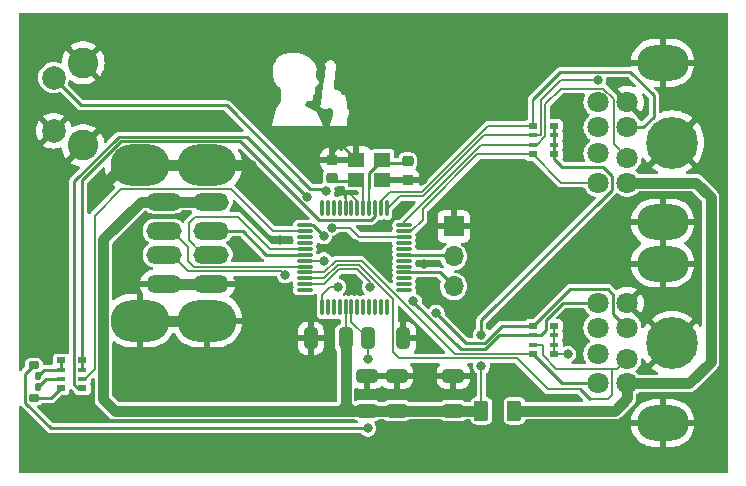
<source format=gbr>
%TF.GenerationSoftware,KiCad,Pcbnew,8.0.3*%
%TF.CreationDate,2024-07-06T15:28:31-07:00*%
%TF.ProjectId,ps2usb,70733275-7362-42e6-9b69-6361645f7063,rev?*%
%TF.SameCoordinates,Original*%
%TF.FileFunction,Copper,L1,Top*%
%TF.FilePolarity,Positive*%
%FSLAX46Y46*%
G04 Gerber Fmt 4.6, Leading zero omitted, Abs format (unit mm)*
G04 Created by KiCad (PCBNEW 8.0.3) date 2024-07-06 15:28:31*
%MOMM*%
%LPD*%
G01*
G04 APERTURE LIST*
G04 Aperture macros list*
%AMRoundRect*
0 Rectangle with rounded corners*
0 $1 Rounding radius*
0 $2 $3 $4 $5 $6 $7 $8 $9 X,Y pos of 4 corners*
0 Add a 4 corners polygon primitive as box body*
4,1,4,$2,$3,$4,$5,$6,$7,$8,$9,$2,$3,0*
0 Add four circle primitives for the rounded corners*
1,1,$1+$1,$2,$3*
1,1,$1+$1,$4,$5*
1,1,$1+$1,$6,$7*
1,1,$1+$1,$8,$9*
0 Add four rect primitives between the rounded corners*
20,1,$1+$1,$2,$3,$4,$5,0*
20,1,$1+$1,$4,$5,$6,$7,0*
20,1,$1+$1,$6,$7,$8,$9,0*
20,1,$1+$1,$8,$9,$2,$3,0*%
G04 Aperture macros list end*
%TA.AperFunction,SMDPad,CuDef*%
%ADD10RoundRect,0.150000X0.300000X0.150000X-0.300000X0.150000X-0.300000X-0.150000X0.300000X-0.150000X0*%
%TD*%
%TA.AperFunction,SMDPad,CuDef*%
%ADD11RoundRect,0.137500X0.137500X0.162500X-0.137500X0.162500X-0.137500X-0.162500X0.137500X-0.162500X0*%
%TD*%
%TA.AperFunction,ComponentPad*%
%ADD12C,1.800000*%
%TD*%
%TA.AperFunction,ComponentPad*%
%ADD13O,4.400000X3.000000*%
%TD*%
%TA.AperFunction,ComponentPad*%
%ADD14C,4.400000*%
%TD*%
%TA.AperFunction,SMDPad,CuDef*%
%ADD15RoundRect,0.250000X-0.650000X0.325000X-0.650000X-0.325000X0.650000X-0.325000X0.650000X0.325000X0*%
%TD*%
%TA.AperFunction,SMDPad,CuDef*%
%ADD16R,0.800000X0.500000*%
%TD*%
%TA.AperFunction,SMDPad,CuDef*%
%ADD17R,0.800000X0.400000*%
%TD*%
%TA.AperFunction,SMDPad,CuDef*%
%ADD18O,1.400000X0.300000*%
%TD*%
%TA.AperFunction,SMDPad,CuDef*%
%ADD19O,0.300000X1.400000*%
%TD*%
%TA.AperFunction,SMDPad,CuDef*%
%ADD20RoundRect,0.225000X-0.250000X0.225000X-0.250000X-0.225000X0.250000X-0.225000X0.250000X0.225000X0*%
%TD*%
%TA.AperFunction,ComponentPad*%
%ADD21R,1.700000X1.700000*%
%TD*%
%TA.AperFunction,ComponentPad*%
%ADD22O,1.700000X1.700000*%
%TD*%
%TA.AperFunction,SMDPad,CuDef*%
%ADD23R,1.400000X1.200000*%
%TD*%
%TA.AperFunction,SMDPad,CuDef*%
%ADD24RoundRect,0.225000X0.250000X-0.225000X0.250000X0.225000X-0.250000X0.225000X-0.250000X-0.225000X0*%
%TD*%
%TA.AperFunction,SMDPad,CuDef*%
%ADD25RoundRect,0.250000X0.325000X0.650000X-0.325000X0.650000X-0.325000X-0.650000X0.325000X-0.650000X0*%
%TD*%
%TA.AperFunction,ComponentPad*%
%ADD26C,2.000000*%
%TD*%
%TA.AperFunction,ComponentPad*%
%ADD27C,2.600000*%
%TD*%
%TA.AperFunction,SMDPad,CuDef*%
%ADD28RoundRect,0.250000X-0.375000X-0.625000X0.375000X-0.625000X0.375000X0.625000X-0.375000X0.625000X0*%
%TD*%
%TA.AperFunction,SMDPad,CuDef*%
%ADD29RoundRect,0.250000X-0.325000X-0.650000X0.325000X-0.650000X0.325000X0.650000X-0.325000X0.650000X0*%
%TD*%
%TA.AperFunction,ComponentPad*%
%ADD30O,3.000000X1.500000*%
%TD*%
%TA.AperFunction,ComponentPad*%
%ADD31O,5.000000X3.500000*%
%TD*%
%TA.AperFunction,ViaPad*%
%ADD32C,0.800000*%
%TD*%
%TA.AperFunction,Conductor*%
%ADD33C,0.254000*%
%TD*%
%TA.AperFunction,Conductor*%
%ADD34C,0.250000*%
%TD*%
%TA.AperFunction,Conductor*%
%ADD35C,0.889000*%
%TD*%
%TA.AperFunction,Conductor*%
%ADD36C,0.203200*%
%TD*%
G04 APERTURE END LIST*
D10*
%TO.P,D1,1,1*%
%TO.N,+3.3V*%
X101250000Y-110850000D03*
D11*
%TO.P,D1,2,B*%
%TO.N,Net-(D1-B)*%
X101575000Y-111800000D03*
%TO.P,D1,3,G*%
%TO.N,Net-(D1-G)*%
X101575000Y-112700000D03*
D10*
%TO.P,D1,4,R*%
%TO.N,Net-(D1-R)*%
X101250000Y-113650000D03*
%TD*%
D12*
%TO.P,J1,1,1*%
%TO.N,/DIN1-1*%
X151500000Y-90700000D03*
%TO.P,J1,2,2*%
%TO.N,/DIN1-2*%
X151500000Y-93300000D03*
%TO.P,J1,3,3*%
%TO.N,GND*%
X151500000Y-88600000D03*
%TO.P,J1,4,4*%
%TO.N,unconnected-(J1-Pad4)*%
X149000000Y-90700000D03*
%TO.P,J1,5,5*%
%TO.N,Net-(F1-Pad2)*%
X151500000Y-95400000D03*
%TO.P,J1,6,6*%
%TO.N,/DIN1-6*%
X149000000Y-88600000D03*
%TO.P,J1,7,7*%
%TO.N,unconnected-(J1-Pad7)*%
X149000000Y-92900000D03*
%TO.P,J1,8,8*%
%TO.N,/DIN1-8*%
X149000000Y-95400000D03*
D13*
%TO.P,J1,S,S*%
%TO.N,GND*%
X154500000Y-85250000D03*
D14*
X155300000Y-92000000D03*
D13*
X154500000Y-98750000D03*
%TD*%
D12*
%TO.P,J2,1,1*%
%TO.N,/DIN2-1*%
X151500000Y-107700000D03*
%TO.P,J2,2,2*%
%TO.N,/DIN2-2*%
X151500000Y-110300000D03*
%TO.P,J2,3,3*%
%TO.N,GND*%
X151500000Y-105600000D03*
%TO.P,J2,4,4*%
%TO.N,unconnected-(J2-Pad4)*%
X149000000Y-107700000D03*
%TO.P,J2,5,5*%
%TO.N,Net-(F1-Pad2)*%
X151500000Y-112400000D03*
%TO.P,J2,6,6*%
%TO.N,/DIN2-6*%
X149000000Y-105600000D03*
%TO.P,J2,7,7*%
%TO.N,unconnected-(J2-Pad7)*%
X149000000Y-109900000D03*
%TO.P,J2,8,8*%
%TO.N,/DIN2-8*%
X149000000Y-112400000D03*
D13*
%TO.P,J2,S,S*%
%TO.N,GND*%
X154500000Y-102250000D03*
D14*
X155300000Y-109000000D03*
D13*
X154500000Y-115750000D03*
%TD*%
D15*
%TO.P,C6,1*%
%TO.N,GND*%
X129475000Y-111750000D03*
%TO.P,C6,2*%
%TO.N,+5V*%
X129475000Y-114700000D03*
%TD*%
D16*
%TO.P,RN2,1,R1.1*%
%TO.N,+5V*%
X145325000Y-109925000D03*
D17*
%TO.P,RN2,2,R2.1*%
X145325000Y-109125000D03*
%TO.P,RN2,3,R3.1*%
X145325000Y-108325000D03*
D16*
%TO.P,RN2,4,R4.1*%
X145325000Y-107525000D03*
%TO.P,RN2,5,R4.2*%
%TO.N,/DIN2-1*%
X143525000Y-107525000D03*
D17*
%TO.P,RN2,6,R3.2*%
%TO.N,/DIN2-6*%
X143525000Y-108325000D03*
%TO.P,RN2,7,R2.2*%
%TO.N,/DIN2-2*%
X143525000Y-109125000D03*
D16*
%TO.P,RN2,8,R1.2*%
%TO.N,/DIN2-8*%
X143525000Y-109925000D03*
%TD*%
D18*
%TO.P,U1,1*%
%TO.N,N/C*%
X132600000Y-104500000D03*
%TO.P,U1,2*%
X132600000Y-104000000D03*
%TO.P,U1,3,P5.7/RST*%
%TO.N,unconnected-(U1A-P5.7{slash}RST-Pad3)*%
X132600000Y-103500000D03*
%TO.P,U1,4,P3.0/RXD*%
%TO.N,Net-(J4-Pin_3)*%
X132600000Y-103000000D03*
%TO.P,U1,5*%
%TO.N,N/C*%
X132600000Y-102500000D03*
%TO.P,U1,6,P4.4/TXD1_/A4*%
%TO.N,unconnected-(U1A-P4.4{slash}TXD1_{slash}A4-Pad6)*%
X132600000Y-102000000D03*
%TO.P,U1,7,P3.1/TXD*%
%TO.N,Net-(J4-Pin_2)*%
X132600000Y-101500000D03*
%TO.P,U1,8*%
%TO.N,N/C*%
X132600000Y-101000000D03*
%TO.P,U1,9*%
X132600000Y-100500000D03*
%TO.P,U1,10,P3.4/LEDC/XCS0/T0*%
%TO.N,Net-(U1A-P3.4{slash}LEDC{slash}XCS0{slash}T0)*%
X132600000Y-100000000D03*
%TO.P,U1,11,P3.5/DA6/T1*%
%TO.N,/DIN1-8*%
X132600000Y-99500000D03*
%TO.P,U1,12,P3.6/WR*%
%TO.N,/DIN1-2*%
X132600000Y-99000000D03*
D19*
%TO.P,U1,13,P3.7/RD*%
%TO.N,/DIN1-6*%
X131150000Y-97550000D03*
%TO.P,U1,14,P4.3/PWM1_/A3*%
%TO.N,/DIN1-1*%
X130650000Y-97550000D03*
%TO.P,U1,15,P2.4/PWM3_/CAP3_/A2*%
%TO.N,Net-(RN3-R1.2)*%
X130150000Y-97550000D03*
%TO.P,U1,16,P4.6/XI/SCS_*%
%TO.N,Net-(U1A-P4.6{slash}XI{slash}SCS_)*%
X129650000Y-97550000D03*
%TO.P,U1,17,P4.7/XO/SCK_*%
%TO.N,Net-(U1A-P4.7{slash}XO{slash}SCK_)*%
X129150000Y-97550000D03*
%TO.P,U1,18,GND*%
%TO.N,GND*%
X128650000Y-97550000D03*
%TO.P,U1,19*%
%TO.N,N/C*%
X128150000Y-97550000D03*
%TO.P,U1,20,P4.0/A0/RXD1_*%
%TO.N,GND*%
X127650000Y-97550000D03*
%TO.P,U1,21*%
%TO.N,N/C*%
X127150000Y-97550000D03*
%TO.P,U1,22*%
X126650000Y-97550000D03*
%TO.P,U1,23*%
X126150000Y-97550000D03*
%TO.P,U1,24*%
X125650000Y-97550000D03*
D18*
%TO.P,U1,25,P2.4/PWM1/A12*%
%TO.N,Net-(RN3-R4.2)*%
X124200000Y-99000000D03*
%TO.P,U1,26,P2.5/TNOW/PWM2*%
%TO.N,Net-(RN3-R3.2)*%
X124200000Y-99500000D03*
%TO.P,U1,27*%
%TO.N,N/C*%
X124200000Y-100000000D03*
%TO.P,U1,28*%
X124200000Y-100500000D03*
%TO.P,U1,29,P5.5/HP/!A15/XA*%
%TO.N,Net-(U1A-P5.5{slash}HP{slash}!A15{slash}XA)*%
X124200000Y-101000000D03*
%TO.P,U1,30,P5.4/HM/ALE/XB*%
%TO.N,Net-(U1A-P5.4{slash}HM{slash}ALE{slash}XB)*%
X124200000Y-101500000D03*
%TO.P,U1,31,P5.1/DP*%
%TO.N,Net-(U1A-P5.1{slash}DP)*%
X124200000Y-102000000D03*
%TO.P,U1,32,P5.0/DM*%
%TO.N,Net-(U1A-P5.0{slash}DM)*%
X124200000Y-102500000D03*
%TO.P,U1,33,P0.7/AD7/UDCD*%
%TO.N,/DIN2-8*%
X124200000Y-103000000D03*
%TO.P,U1,34,P0.6/AD6/URI*%
%TO.N,/DIN2-2*%
X124200000Y-103500000D03*
%TO.P,U1,35,P0.5/AD5/UDSR*%
%TO.N,/DIN2-6*%
X124200000Y-104000000D03*
%TO.P,U1,36,P0.4/AD4/UCTS*%
%TO.N,unconnected-(U1A-P0.4{slash}AD4{slash}UCTS-Pad36)*%
X124200000Y-104500000D03*
D19*
%TO.P,U1,37,P0.3/AD3/TXD_*%
%TO.N,/DIN2-1*%
X125650000Y-105950000D03*
%TO.P,U1,38*%
%TO.N,N/C*%
X126150000Y-105950000D03*
%TO.P,U1,39,P0.1/AD1/URTS*%
%TO.N,unconnected-(U1A-P0.1{slash}AD1{slash}URTS-Pad39)*%
X126650000Y-105950000D03*
%TO.P,U1,40*%
%TO.N,N/C*%
X127150000Y-105950000D03*
%TO.P,U1,41,VIN5*%
%TO.N,+5V*%
X127650000Y-105950000D03*
%TO.P,U1,42,VDD33*%
%TO.N,+3.3V*%
X128150000Y-105950000D03*
%TO.P,U1,43*%
%TO.N,N/C*%
X128650000Y-105950000D03*
%TO.P,U1,44*%
X129150000Y-105950000D03*
%TO.P,U1,45*%
X129650000Y-105950000D03*
%TO.P,U1,46*%
X130150000Y-105950000D03*
%TO.P,U1,47*%
X130650000Y-105950000D03*
%TO.P,U1,48*%
X131150000Y-105950000D03*
%TD*%
D15*
%TO.P,C7,1*%
%TO.N,GND*%
X136775000Y-111750000D03*
%TO.P,C7,2*%
%TO.N,+5V*%
X136775000Y-114700000D03*
%TD*%
D16*
%TO.P,RN1,1,R1.1*%
%TO.N,+5V*%
X145325000Y-93000000D03*
D17*
%TO.P,RN1,2,R2.1*%
X145325000Y-92200000D03*
%TO.P,RN1,3,R3.1*%
X145325000Y-91400000D03*
D16*
%TO.P,RN1,4,R4.1*%
X145325000Y-90600000D03*
%TO.P,RN1,5,R4.2*%
%TO.N,/DIN1-1*%
X143525000Y-90600000D03*
D17*
%TO.P,RN1,6,R3.2*%
%TO.N,/DIN1-6*%
X143525000Y-91400000D03*
%TO.P,RN1,7,R2.2*%
%TO.N,/DIN1-2*%
X143525000Y-92200000D03*
D16*
%TO.P,RN1,8,R1.2*%
%TO.N,/DIN1-8*%
X143525000Y-93000000D03*
%TD*%
D20*
%TO.P,C3,1*%
%TO.N,GND*%
X126475000Y-93445200D03*
%TO.P,C3,2*%
%TO.N,Net-(U1A-P4.7{slash}XO{slash}SCK_)*%
X126475000Y-94995200D03*
%TD*%
D21*
%TO.P,J4,1,Pin_1*%
%TO.N,GND*%
X136800000Y-99110000D03*
D22*
%TO.P,J4,2,Pin_2*%
%TO.N,Net-(J4-Pin_2)*%
X136800000Y-101650000D03*
%TO.P,J4,3,Pin_3*%
%TO.N,Net-(J4-Pin_3)*%
X136800000Y-104190000D03*
%TD*%
D23*
%TO.P,Y1,1,1*%
%TO.N,Net-(U1A-P4.6{slash}XI{slash}SCS_)*%
X130775000Y-93445200D03*
%TO.P,Y1,2,2*%
%TO.N,GND*%
X128575000Y-93445200D03*
%TO.P,Y1,3,3*%
%TO.N,Net-(U1A-P4.7{slash}XO{slash}SCK_)*%
X128575000Y-95145200D03*
%TO.P,Y1,4,4*%
%TO.N,GND*%
X130775000Y-95145200D03*
%TD*%
D24*
%TO.P,C4,1*%
%TO.N,GND*%
X132925000Y-95145200D03*
%TO.P,C4,2*%
%TO.N,Net-(U1A-P4.6{slash}XI{slash}SCS_)*%
X132925000Y-93595200D03*
%TD*%
D25*
%TO.P,C2,1*%
%TO.N,GND*%
X132500000Y-108575000D03*
%TO.P,C2,2*%
%TO.N,+3.3V*%
X129550000Y-108575000D03*
%TD*%
D26*
%TO.P,S1,1,1*%
%TO.N,Net-(U1A-P3.4{slash}LEDC{slash}XCS0{slash}T0)*%
X102930000Y-86500000D03*
%TO.P,S1,2,2*%
%TO.N,GND*%
X102930000Y-91000000D03*
D27*
%TO.P,S1,M,M*%
X105430000Y-85250000D03*
X105430000Y-92250000D03*
%TD*%
D28*
%TO.P,F1,1*%
%TO.N,+5V*%
X139150000Y-114700000D03*
%TO.P,F1,2*%
%TO.N,Net-(F1-Pad2)*%
X141950000Y-114700000D03*
%TD*%
D16*
%TO.P,RN3,1,R1.1*%
%TO.N,Net-(D1-B)*%
X103575000Y-110425000D03*
D17*
%TO.P,RN3,2,R2.1*%
X103575000Y-111225000D03*
%TO.P,RN3,3,R3.1*%
%TO.N,Net-(D1-G)*%
X103575000Y-112025000D03*
D16*
%TO.P,RN3,4,R4.1*%
%TO.N,Net-(D1-R)*%
X103575000Y-112825000D03*
%TO.P,RN3,5,R4.2*%
%TO.N,Net-(RN3-R4.2)*%
X105375000Y-112825000D03*
D17*
%TO.P,RN3,6,R3.2*%
%TO.N,Net-(RN3-R3.2)*%
X105375000Y-112025000D03*
%TO.P,RN3,7,R2.2*%
%TO.N,Net-(RN3-R1.2)*%
X105375000Y-111225000D03*
D16*
%TO.P,RN3,8,R1.2*%
X105375000Y-110425000D03*
%TD*%
D29*
%TO.P,C1,1*%
%TO.N,GND*%
X124700000Y-108575000D03*
%TO.P,C1,2*%
%TO.N,+5V*%
X127650000Y-108575000D03*
%TD*%
D30*
%TO.P,J3,1A,VBUS*%
%TO.N,+5V*%
X116280000Y-97000000D03*
%TO.P,J3,1B,VBUS*%
X112260000Y-97000000D03*
%TO.P,J3,2A,D-*%
%TO.N,Net-(U1A-P5.4{slash}HM{slash}ALE{slash}XB)*%
X116280000Y-99500000D03*
%TO.P,J3,2B,D-*%
%TO.N,Net-(U1A-P5.0{slash}DM)*%
X112260000Y-99500000D03*
%TO.P,J3,3A,D+*%
%TO.N,Net-(U1A-P5.5{slash}HP{slash}!A15{slash}XA)*%
X116280000Y-101500000D03*
%TO.P,J3,3B,D+*%
%TO.N,Net-(U1A-P5.1{slash}DP)*%
X112260000Y-101500000D03*
%TO.P,J3,4A,GND*%
%TO.N,GND*%
X116280000Y-104000000D03*
%TO.P,J3,4B,GND*%
X112260000Y-104000000D03*
D31*
%TO.P,J3,S,SHIELD*%
X115930000Y-93930000D03*
X110250000Y-93930000D03*
X115930000Y-107070000D03*
X110250000Y-107070000D03*
%TD*%
D15*
%TO.P,C5,1*%
%TO.N,GND*%
X131975000Y-111750000D03*
%TO.P,C5,2*%
%TO.N,+5V*%
X131975000Y-114700000D03*
%TD*%
D32*
%TO.N,+3.3V*%
X129550000Y-116200000D03*
X129550000Y-110325000D03*
%TO.N,GND*%
X119225000Y-101400000D03*
X157750003Y-82499989D03*
X158500003Y-118499989D03*
X128000000Y-82500000D03*
X145250000Y-118500000D03*
X127175000Y-96125000D03*
X122125000Y-100225000D03*
X101500000Y-82500000D03*
X114500000Y-82500000D03*
X123130000Y-108575000D03*
X104475000Y-114850000D03*
X134400000Y-112800000D03*
X106750000Y-96000000D03*
X147000000Y-91425000D03*
X134300000Y-102275000D03*
X130500003Y-118499989D03*
X101500003Y-118499989D03*
X128125000Y-103550000D03*
X132525000Y-97525000D03*
X119625000Y-93925000D03*
X134225000Y-95145200D03*
X115250000Y-118500000D03*
X134125000Y-108575000D03*
X144750000Y-82500000D03*
X127150000Y-92095200D03*
X128450000Y-100575000D03*
X147025000Y-108400000D03*
%TO.N,+5V*%
X139150000Y-110950000D03*
X139150000Y-108275000D03*
X146450000Y-109925000D03*
%TO.N,/DIN2-1*%
X126975000Y-104225000D03*
X135325000Y-106450000D03*
%TO.N,/DIN2-6*%
X129725000Y-104225000D03*
X133400000Y-105450000D03*
%TO.N,Net-(U1A-P3.4{slash}LEDC{slash}XCS0{slash}T0)*%
X126477400Y-99204800D03*
X126025000Y-96100000D03*
%TO.N,Net-(U1A-P5.1{slash}DP)*%
X122550000Y-103225000D03*
X125800000Y-102000000D03*
%TO.N,Net-(RN3-R4.2)*%
X124375000Y-96575000D03*
X125800000Y-99925000D03*
%TO.N,/DIN1-6*%
X149000000Y-86725000D03*
%TD*%
D33*
%TO.N,/DIN2-6*%
X133400000Y-105485817D02*
X133400000Y-105450000D01*
X139454897Y-109500000D02*
X137414183Y-109500000D01*
X137414183Y-109500000D02*
X133400000Y-105485817D01*
X140629897Y-108325000D02*
X139454897Y-109500000D01*
X143525000Y-108325000D02*
X140629897Y-108325000D01*
D34*
%TO.N,Net-(U1A-P3.4{slash}LEDC{slash}XCS0{slash}T0)*%
X125822600Y-95897600D02*
X126025000Y-96100000D01*
X124622496Y-95897600D02*
X125822600Y-95897600D01*
X117574896Y-88850000D02*
X124622496Y-95897600D01*
X102930000Y-86500000D02*
X105280000Y-88850000D01*
X105280000Y-88850000D02*
X117574896Y-88850000D01*
%TO.N,/DIN1-1*%
X145827400Y-86047600D02*
X143525000Y-88350000D01*
X151772600Y-86047600D02*
X145827400Y-86047600D01*
X153725000Y-88000000D02*
X151772600Y-86047600D01*
X153725000Y-89800000D02*
X153725000Y-88000000D01*
X152825000Y-90700000D02*
X153725000Y-89800000D01*
X151500000Y-90700000D02*
X152825000Y-90700000D01*
D35*
%TO.N,GND*%
X108820000Y-93930000D02*
X106750000Y-96000000D01*
X110250000Y-93930000D02*
X108820000Y-93930000D01*
D34*
%TO.N,+3.3V*%
X129550000Y-116200000D02*
X129550000Y-116075000D01*
X100522600Y-111577400D02*
X100522600Y-114022600D01*
X101250000Y-110850000D02*
X100522600Y-111577400D01*
X100522600Y-114022600D02*
X102700000Y-116200000D01*
X102700000Y-116200000D02*
X129550000Y-116200000D01*
D36*
X128150000Y-107175000D02*
X129550000Y-108575000D01*
X129550000Y-108575000D02*
X129550000Y-110325000D01*
X128150000Y-105950000D02*
X128150000Y-107175000D01*
D34*
X129550000Y-116075000D02*
X129500000Y-116025000D01*
D35*
%TO.N,Net-(F1-Pad2)*%
X158550000Y-96625000D02*
X158550000Y-110575000D01*
X151500000Y-113672792D02*
X151500000Y-112400000D01*
X150472792Y-114700000D02*
X141950000Y-114700000D01*
X157325000Y-95400000D02*
X158550000Y-96625000D01*
X156725000Y-112400000D02*
X151500000Y-112400000D01*
X158550000Y-110575000D02*
X156725000Y-112400000D01*
X151500000Y-113672792D02*
X150472792Y-114700000D01*
X151500000Y-95400000D02*
X157325000Y-95400000D01*
%TO.N,GND*%
X110250000Y-107070000D02*
X115930000Y-107070000D01*
D34*
X123130000Y-108575000D02*
X124700000Y-108575000D01*
D36*
X127846342Y-96125000D02*
X127175000Y-96125000D01*
X127650000Y-96600000D02*
X127175000Y-96125000D01*
D35*
X110250000Y-93930000D02*
X115930000Y-93930000D01*
D36*
X127650000Y-97550000D02*
X127650000Y-96600000D01*
D34*
X126475000Y-93445200D02*
X128575000Y-93445200D01*
X126475000Y-92770200D02*
X126475000Y-93445200D01*
D35*
X115930000Y-107070000D02*
X115930000Y-108255000D01*
D34*
X130775000Y-95145200D02*
X132925000Y-95145200D01*
D35*
X119625000Y-93925000D02*
X119620000Y-93930000D01*
D34*
X127150000Y-92095200D02*
X126475000Y-92770200D01*
X134125000Y-108575000D02*
X132500000Y-108575000D01*
D36*
X128650000Y-96928658D02*
X127846342Y-96125000D01*
D35*
X112960000Y-104000000D02*
X115580000Y-104000000D01*
D36*
X128650000Y-97550000D02*
X128650000Y-96928658D01*
D34*
X127225000Y-92095200D02*
X128575000Y-93445200D01*
D35*
X119620000Y-93930000D02*
X115930000Y-93930000D01*
%TO.N,+5V*%
X127150000Y-114700000D02*
X128150000Y-114700000D01*
D36*
X145325000Y-91400000D02*
X145525000Y-91400000D01*
D35*
X127150000Y-114700000D02*
X127650000Y-114200000D01*
D36*
X127650000Y-105950000D02*
X127650000Y-108575000D01*
D33*
X145325000Y-90600000D02*
X145200000Y-90600000D01*
X145200000Y-90600000D02*
X145125000Y-90675000D01*
X150225000Y-94815876D02*
X149488524Y-94079400D01*
X150225000Y-95984124D02*
X150225000Y-94815876D01*
D36*
X139150000Y-110950000D02*
X139150000Y-114700000D01*
D33*
X139150000Y-107059124D02*
X150225000Y-95984124D01*
D36*
X145325000Y-107525000D02*
X145325000Y-109925000D01*
D35*
X117275000Y-97000000D02*
X115580000Y-97000000D01*
X128150000Y-114700000D02*
X127650000Y-114200000D01*
X128150000Y-114700000D02*
X136775000Y-114700000D01*
X108100000Y-114700000D02*
X127150000Y-114700000D01*
X107153100Y-100196900D02*
X107153100Y-113753100D01*
X112960000Y-97000000D02*
X110350000Y-97000000D01*
D33*
X139150000Y-107059124D02*
X139150000Y-108275000D01*
D35*
X112960000Y-97000000D02*
X115580000Y-97000000D01*
D33*
X145325000Y-93424736D02*
X145325000Y-90600000D01*
X145979664Y-94079400D02*
X145325000Y-93424736D01*
D36*
X146450000Y-109925000D02*
X145325000Y-109925000D01*
D35*
X107153100Y-113753100D02*
X108100000Y-114700000D01*
D33*
X149488524Y-94079400D02*
X145979664Y-94079400D01*
D35*
X110350000Y-97000000D02*
X107153100Y-100196900D01*
X127650000Y-114200000D02*
X127650000Y-108575000D01*
X136775000Y-114700000D02*
X139150000Y-114700000D01*
D36*
%TO.N,/DIN1-1*%
X130650000Y-96928658D02*
X130650000Y-97550000D01*
X143525000Y-90600000D02*
X139695096Y-90600000D01*
X143525000Y-90600000D02*
X143525000Y-88350000D01*
X134120096Y-96175000D02*
X131403658Y-96175000D01*
X131403658Y-96175000D02*
X130650000Y-96928658D01*
X139695096Y-90600000D02*
X134120096Y-96175000D01*
%TO.N,/DIN1-2*%
X144550000Y-88775000D02*
X145879000Y-87446000D01*
X149478003Y-87446000D02*
X150346000Y-88313997D01*
X143833000Y-92200000D02*
X144550000Y-91483000D01*
X143525000Y-92200000D02*
X143833000Y-92200000D01*
X150346000Y-88313997D02*
X150346000Y-92146000D01*
X139100884Y-92200000D02*
X132600000Y-98700884D01*
X143525000Y-92200000D02*
X143596000Y-92129000D01*
X132600000Y-98700884D02*
X132600000Y-99000000D01*
X144550000Y-91483000D02*
X144550000Y-88775000D01*
X143525000Y-92200000D02*
X139100884Y-92200000D01*
X150346000Y-92146000D02*
X151500000Y-93300000D01*
X145879000Y-87446000D02*
X149478003Y-87446000D01*
%TO.N,/DIN1-8*%
X134164389Y-97639389D02*
X134164389Y-98556953D01*
X138803778Y-93000000D02*
X134164389Y-97639389D01*
X145925000Y-95400000D02*
X149000000Y-95400000D01*
X133221342Y-99500000D02*
X132600000Y-99500000D01*
X143525000Y-93000000D02*
X138803778Y-93000000D01*
X143525000Y-93000000D02*
X145925000Y-95400000D01*
X134164389Y-98556953D02*
X133221342Y-99500000D01*
D34*
%TO.N,/DIN2-1*%
X150322600Y-104872600D02*
X150322600Y-106522600D01*
X143447600Y-107602400D02*
X143525000Y-107525000D01*
X149872600Y-104422600D02*
X150322600Y-104872600D01*
X137827400Y-108952400D02*
X135325000Y-106450000D01*
X150322600Y-106522600D02*
X151500000Y-107700000D01*
X146627400Y-104422600D02*
X149872600Y-104422600D01*
X143525000Y-107525000D02*
X146627400Y-104422600D01*
X143525000Y-107525000D02*
X140857989Y-107525000D01*
D36*
X126350000Y-104225000D02*
X126975000Y-104225000D01*
X125650000Y-104925000D02*
X126350000Y-104225000D01*
D34*
X140857989Y-107525000D02*
X139430589Y-108952400D01*
D36*
X125650000Y-105950000D02*
X125650000Y-104925000D01*
D34*
X139430589Y-108952400D02*
X137827400Y-108952400D01*
X143525000Y-107525000D02*
X143700000Y-107525000D01*
D36*
%TO.N,/DIN2-2*%
X125852894Y-103500000D02*
X126972294Y-102380600D01*
X124200000Y-103500000D02*
X125852894Y-103500000D01*
X131645600Y-105220600D02*
X131645600Y-109725000D01*
X142155600Y-110280600D02*
X144763524Y-112888524D01*
X145500000Y-111150000D02*
X150650000Y-111150000D01*
D33*
X147513524Y-112888524D02*
X148375000Y-113750000D01*
D36*
X131645600Y-109725000D02*
X132201200Y-110280600D01*
X144763524Y-112888524D02*
X147513524Y-112888524D01*
X150650000Y-111150000D02*
X151500000Y-110300000D01*
X132201200Y-110280600D02*
X142155600Y-110280600D01*
X143525000Y-109125000D02*
X144350000Y-109125000D01*
X150250000Y-113350000D02*
X149850000Y-113750000D01*
X128805600Y-102380600D02*
X131645600Y-105220600D01*
X149850000Y-113750000D02*
X148375000Y-113750000D01*
X144350000Y-110000000D02*
X145500000Y-111150000D01*
X144350000Y-109125000D02*
X144350000Y-110000000D01*
X150250000Y-111150000D02*
X150250000Y-113350000D01*
X126972294Y-102380600D02*
X128805600Y-102380600D01*
D33*
%TO.N,/DIN2-6*%
X146041200Y-105600000D02*
X149000000Y-105600000D01*
D36*
X128658306Y-102736200D02*
X129725000Y-103802894D01*
X125855788Y-104000000D02*
X127119588Y-102736200D01*
D33*
X144645600Y-107858400D02*
X144645600Y-106995600D01*
D36*
X127119588Y-102736200D02*
X128658306Y-102736200D01*
X124200000Y-104000000D02*
X125855788Y-104000000D01*
X129725000Y-103802894D02*
X129725000Y-104225000D01*
D33*
X143525000Y-108325000D02*
X144179000Y-108325000D01*
X144179000Y-108325000D02*
X144645600Y-107858400D01*
X144645600Y-106995600D02*
X146041200Y-105600000D01*
%TO.N,/DIN2-8*%
X146000000Y-112400000D02*
X149000000Y-112400000D01*
D36*
X126825000Y-102025000D02*
X129003658Y-102025000D01*
X136903658Y-109925000D02*
X143525000Y-109925000D01*
X124200000Y-103000000D02*
X125850000Y-103000000D01*
D33*
X143525000Y-109925000D02*
X146000000Y-112400000D01*
D36*
X129003658Y-102025000D02*
X136903658Y-109925000D01*
X125850000Y-103000000D02*
X126825000Y-102025000D01*
D34*
%TO.N,Net-(D1-R)*%
X102750000Y-113650000D02*
X103575000Y-112825000D01*
X101250000Y-113650000D02*
X102750000Y-113650000D01*
%TO.N,Net-(D1-G)*%
X101575000Y-112700000D02*
X102250000Y-112025000D01*
X102250000Y-112025000D02*
X103575000Y-112025000D01*
%TO.N,Net-(D1-B)*%
X102150000Y-111225000D02*
X103575000Y-111225000D01*
X101575000Y-111800000D02*
X102150000Y-111225000D01*
X103575000Y-110425000D02*
X103575000Y-111225000D01*
D36*
%TO.N,Net-(U1A-P3.4{slash}LEDC{slash}XCS0{slash}T0)*%
X128799896Y-100000000D02*
X132600000Y-100000000D01*
X126477400Y-99204800D02*
X128004696Y-99204800D01*
X128004696Y-99204800D02*
X128799896Y-100000000D01*
%TO.N,Net-(U1A-P4.6{slash}XI{slash}SCS_)*%
X129650000Y-97550000D02*
X129650000Y-95875000D01*
D34*
X132925000Y-93770200D02*
X131100000Y-93770200D01*
X129650000Y-94570200D02*
X130775000Y-93445200D01*
X129650000Y-95875000D02*
X129650000Y-94570200D01*
D36*
%TO.N,Net-(U1A-P4.7{slash}XO{slash}SCK_)*%
X129150000Y-97550000D02*
X129150000Y-95720200D01*
D34*
X126475000Y-95270200D02*
X128450000Y-95270200D01*
D36*
X129150000Y-95720200D02*
X128575000Y-95145200D01*
D34*
%TO.N,Net-(J4-Pin_3)*%
X135610000Y-103000000D02*
X132600000Y-103000000D01*
X136800000Y-104190000D02*
X135610000Y-103000000D01*
%TO.N,Net-(J4-Pin_2)*%
X136650000Y-101500000D02*
X132600000Y-101500000D01*
D33*
%TO.N,Net-(U1A-P5.4{slash}HM{slash}ALE{slash}XB)*%
X118925000Y-99500000D02*
X120925000Y-101500000D01*
X115580000Y-99500000D02*
X118925000Y-99500000D01*
X120925000Y-101500000D02*
X124200000Y-101500000D01*
D36*
%TO.N,Net-(U1A-P5.0{slash}DM)*%
X112960000Y-99500000D02*
X114325000Y-100865000D01*
X114804000Y-102504000D02*
X124196000Y-102504000D01*
X114325000Y-102025000D02*
X114804000Y-102504000D01*
X124196000Y-102504000D02*
X124200000Y-102500000D01*
X112960000Y-99500000D02*
X112960000Y-99810000D01*
X114325000Y-100865000D02*
X114325000Y-102025000D01*
%TO.N,Net-(U1A-P5.5{slash}HP{slash}!A15{slash}XA)*%
X114375000Y-100295000D02*
X114375000Y-98800000D01*
X115580000Y-101500000D02*
X114375000Y-100295000D01*
X114375000Y-98800000D02*
X114900000Y-98275000D01*
X114900000Y-98275000D02*
X118550000Y-98275000D01*
X121275000Y-101000000D02*
X124200000Y-101000000D01*
X118550000Y-98275000D02*
X121275000Y-101000000D01*
%TO.N,Net-(U1A-P5.1{slash}DP)*%
X114319600Y-102859600D02*
X122184600Y-102859600D01*
X122184600Y-102859600D02*
X122550000Y-103225000D01*
X112960000Y-101500000D02*
X114319600Y-102859600D01*
X124200000Y-102000000D02*
X125800000Y-102000000D01*
%TO.N,Net-(RN3-R3.2)*%
X121500000Y-99500000D02*
X124200000Y-99500000D01*
X106400000Y-98203916D02*
X108653916Y-95950000D01*
X106400000Y-111200000D02*
X106400000Y-98203916D01*
X105575000Y-112025000D02*
X106400000Y-111200000D01*
D34*
X105375000Y-112025000D02*
X105575000Y-112025000D01*
D36*
X117950000Y-95950000D02*
X121500000Y-99500000D01*
X108653916Y-95950000D02*
X117950000Y-95950000D01*
D34*
%TO.N,Net-(RN3-R1.2)*%
X118735589Y-91902600D02*
X125360389Y-98527400D01*
X105375000Y-110425000D02*
X105375000Y-95187823D01*
X129827035Y-98527400D02*
X130150000Y-98204435D01*
X105375000Y-95187823D02*
X108660223Y-91902600D01*
X108660223Y-91902600D02*
X118735589Y-91902600D01*
X130150000Y-98204435D02*
X130150000Y-97550000D01*
X125360389Y-98527400D02*
X129827035Y-98527400D01*
X105375000Y-111225000D02*
X105375000Y-110425000D01*
%TO.N,Net-(RN3-R4.2)*%
X125800000Y-99925000D02*
X124875000Y-99000000D01*
X108493544Y-91500199D02*
X119300199Y-91500199D01*
X105375000Y-112825000D02*
X105020200Y-112825000D01*
X105020200Y-112825000D02*
X104697600Y-112502400D01*
X104697600Y-95296143D02*
X108493544Y-91500199D01*
X124875000Y-99000000D02*
X124200000Y-99000000D01*
X104697600Y-112502400D02*
X104697600Y-95296143D01*
X119300199Y-91500199D02*
X124375000Y-96575000D01*
D36*
%TO.N,/DIN1-6*%
X144179000Y-88404000D02*
X144175000Y-88400000D01*
X132225000Y-96550000D02*
X131225000Y-97550000D01*
X131225000Y-97550000D02*
X131150000Y-97550000D01*
X143525000Y-91400000D02*
X139397990Y-91400000D01*
X134247990Y-96550000D02*
X132225000Y-96550000D01*
X143525000Y-91400000D02*
X144128200Y-91400000D01*
X139397990Y-91400000D02*
X134247990Y-96550000D01*
X144179000Y-91349200D02*
X144179000Y-88404000D01*
X144128200Y-91400000D02*
X144179000Y-91349200D01*
X145850000Y-86725000D02*
X149000000Y-86725000D01*
X144175000Y-88400000D02*
X145850000Y-86725000D01*
%TD*%
%TA.AperFunction,Conductor*%
%TO.N,GND*%
G36*
X159942121Y-81020002D02*
G01*
X159988614Y-81073658D01*
X160000000Y-81126000D01*
X160000000Y-119874000D01*
X159979998Y-119942121D01*
X159926342Y-119988614D01*
X159874000Y-120000000D01*
X100126000Y-120000000D01*
X100057879Y-119979998D01*
X100011386Y-119926342D01*
X100000000Y-119874000D01*
X100000000Y-115710935D01*
X100000000Y-114405936D01*
X100020002Y-114337818D01*
X100073658Y-114291325D01*
X100143932Y-114281221D01*
X100208512Y-114310715D01*
X100215095Y-114316844D01*
X102359515Y-116461263D01*
X102438737Y-116540485D01*
X102535763Y-116596503D01*
X102643982Y-116625500D01*
X128927520Y-116625500D01*
X128995641Y-116645502D01*
X129016026Y-116662971D01*
X129016112Y-116662875D01*
X129021816Y-116667928D01*
X129021817Y-116667929D01*
X129149148Y-116780734D01*
X129299775Y-116859790D01*
X129299776Y-116859790D01*
X129299778Y-116859791D01*
X129456461Y-116898409D01*
X129464944Y-116900500D01*
X129464947Y-116900500D01*
X129635053Y-116900500D01*
X129635056Y-116900500D01*
X129800225Y-116859790D01*
X129950852Y-116780734D01*
X130078183Y-116667929D01*
X130174818Y-116527930D01*
X130235140Y-116368872D01*
X130255645Y-116200000D01*
X130235140Y-116031128D01*
X130176119Y-115875500D01*
X130174820Y-115872074D01*
X130174818Y-115872072D01*
X130174818Y-115872070D01*
X130103840Y-115769242D01*
X130081606Y-115701821D01*
X130099353Y-115633078D01*
X130151447Y-115584842D01*
X130192514Y-115572568D01*
X130256564Y-115564877D01*
X130397342Y-115509361D01*
X130448452Y-115470602D01*
X130514816Y-115445379D01*
X130524586Y-115445000D01*
X130925414Y-115445000D01*
X130993535Y-115465002D01*
X131001540Y-115470597D01*
X131030313Y-115492416D01*
X131052658Y-115509361D01*
X131193435Y-115564877D01*
X131193434Y-115564877D01*
X131221394Y-115568234D01*
X131281898Y-115575500D01*
X131281901Y-115575500D01*
X132668099Y-115575500D01*
X132668102Y-115575500D01*
X132756564Y-115564877D01*
X132897342Y-115509361D01*
X132948452Y-115470602D01*
X133014816Y-115445379D01*
X133024586Y-115445000D01*
X135725414Y-115445000D01*
X135793535Y-115465002D01*
X135801540Y-115470597D01*
X135830313Y-115492416D01*
X135852658Y-115509361D01*
X135993435Y-115564877D01*
X135993434Y-115564877D01*
X136021394Y-115568234D01*
X136081898Y-115575500D01*
X136081901Y-115575500D01*
X137468099Y-115575500D01*
X137468102Y-115575500D01*
X137556564Y-115564877D01*
X137697342Y-115509361D01*
X137748452Y-115470602D01*
X137814816Y-115445379D01*
X137824586Y-115445000D01*
X138144808Y-115445000D01*
X138212929Y-115465002D01*
X138259422Y-115518658D01*
X138262023Y-115524777D01*
X138290637Y-115597339D01*
X138290641Y-115597345D01*
X138382077Y-115717922D01*
X138502654Y-115809358D01*
X138502658Y-115809361D01*
X138643435Y-115864877D01*
X138643434Y-115864877D01*
X138671394Y-115868234D01*
X138731898Y-115875500D01*
X138731901Y-115875500D01*
X139568099Y-115875500D01*
X139568102Y-115875500D01*
X139656564Y-115864877D01*
X139797342Y-115809361D01*
X139917922Y-115717922D01*
X140009361Y-115597342D01*
X140064877Y-115456564D01*
X140075500Y-115368102D01*
X140075500Y-114031898D01*
X140064877Y-113943436D01*
X140061549Y-113934998D01*
X140009361Y-113802658D01*
X140009358Y-113802654D01*
X139917922Y-113682077D01*
X139797345Y-113590641D01*
X139797341Y-113590638D01*
X139656564Y-113535122D01*
X139648735Y-113533144D01*
X139649505Y-113530097D01*
X139597769Y-113507875D01*
X139558040Y-113449035D01*
X139552100Y-113410803D01*
X139552100Y-111586336D01*
X139572102Y-111518215D01*
X139594545Y-111492025D01*
X139678183Y-111417929D01*
X139774818Y-111277930D01*
X139835140Y-111118872D01*
X139847791Y-111014683D01*
X139855645Y-110950002D01*
X139855645Y-110949996D01*
X139840333Y-110823887D01*
X139851978Y-110753852D01*
X139899639Y-110701231D01*
X139965414Y-110682700D01*
X141936855Y-110682700D01*
X142004976Y-110702702D01*
X142025950Y-110719605D01*
X144441763Y-113135418D01*
X144441764Y-113135419D01*
X144482056Y-113175711D01*
X144516630Y-113210285D01*
X144588032Y-113251509D01*
X144608319Y-113263222D01*
X144710586Y-113290624D01*
X147258857Y-113290624D01*
X147326978Y-113310626D01*
X147347953Y-113327529D01*
X147760328Y-113739905D01*
X147794353Y-113802217D01*
X147789288Y-113873033D01*
X147746741Y-113929868D01*
X147680221Y-113954679D01*
X147671232Y-113955000D01*
X142955192Y-113955000D01*
X142887071Y-113934998D01*
X142840578Y-113881342D01*
X142837977Y-113875223D01*
X142809362Y-113802660D01*
X142809358Y-113802654D01*
X142717922Y-113682077D01*
X142597345Y-113590641D01*
X142597341Y-113590638D01*
X142456564Y-113535122D01*
X142456565Y-113535122D01*
X142368105Y-113524500D01*
X142368102Y-113524500D01*
X141531898Y-113524500D01*
X141531894Y-113524500D01*
X141443435Y-113535122D01*
X141302658Y-113590638D01*
X141302654Y-113590641D01*
X141182077Y-113682077D01*
X141090641Y-113802654D01*
X141090638Y-113802658D01*
X141035122Y-113943435D01*
X141024500Y-114031894D01*
X141024500Y-115368100D01*
X141035122Y-115456564D01*
X141090638Y-115597341D01*
X141090641Y-115597345D01*
X141182077Y-115717922D01*
X141302654Y-115809358D01*
X141302658Y-115809361D01*
X141443435Y-115864877D01*
X141443434Y-115864877D01*
X141471394Y-115868234D01*
X141531898Y-115875500D01*
X141531901Y-115875500D01*
X142368099Y-115875500D01*
X142368102Y-115875500D01*
X142456564Y-115864877D01*
X142597342Y-115809361D01*
X142717922Y-115717922D01*
X142809361Y-115597342D01*
X142837977Y-115524776D01*
X142860367Y-115496000D01*
X151808113Y-115496000D01*
X153426518Y-115496000D01*
X153400000Y-115663428D01*
X153400000Y-115836572D01*
X153426518Y-116004000D01*
X151808113Y-116004000D01*
X151826355Y-116142574D01*
X151826356Y-116142577D01*
X151894484Y-116396835D01*
X151995216Y-116640023D01*
X151995221Y-116640034D01*
X152126823Y-116867975D01*
X152287066Y-117076807D01*
X152287075Y-117076818D01*
X152473181Y-117262924D01*
X152473192Y-117262933D01*
X152682024Y-117423176D01*
X152909965Y-117554778D01*
X152909976Y-117554783D01*
X153153164Y-117655515D01*
X153407424Y-117723644D01*
X153668386Y-117757999D01*
X153668396Y-117758000D01*
X154246000Y-117758000D01*
X154246000Y-116823481D01*
X154413428Y-116850000D01*
X154586572Y-116850000D01*
X154754000Y-116823481D01*
X154754000Y-117758000D01*
X155331604Y-117758000D01*
X155331613Y-117757999D01*
X155592575Y-117723644D01*
X155846835Y-117655515D01*
X156090023Y-117554783D01*
X156090034Y-117554778D01*
X156317975Y-117423176D01*
X156526807Y-117262933D01*
X156526818Y-117262924D01*
X156712924Y-117076818D01*
X156712933Y-117076807D01*
X156873176Y-116867975D01*
X157004778Y-116640034D01*
X157004783Y-116640023D01*
X157105515Y-116396835D01*
X157173643Y-116142577D01*
X157173644Y-116142574D01*
X157191887Y-116004000D01*
X155573482Y-116004000D01*
X155600000Y-115836572D01*
X155600000Y-115663428D01*
X155573482Y-115496000D01*
X157191887Y-115496000D01*
X157173644Y-115357425D01*
X157173643Y-115357422D01*
X157105515Y-115103164D01*
X157004783Y-114859976D01*
X157004778Y-114859965D01*
X156873176Y-114632024D01*
X156712933Y-114423192D01*
X156712924Y-114423181D01*
X156526818Y-114237075D01*
X156526807Y-114237066D01*
X156317975Y-114076823D01*
X156090034Y-113945221D01*
X156090023Y-113945216D01*
X155846835Y-113844484D01*
X155592575Y-113776355D01*
X155331613Y-113742000D01*
X154754000Y-113742000D01*
X154754000Y-114676518D01*
X154586572Y-114650000D01*
X154413428Y-114650000D01*
X154246000Y-114676518D01*
X154246000Y-113742000D01*
X153668386Y-113742000D01*
X153407424Y-113776355D01*
X153153164Y-113844484D01*
X152909976Y-113945216D01*
X152909965Y-113945221D01*
X152682024Y-114076823D01*
X152473192Y-114237066D01*
X152473181Y-114237075D01*
X152287075Y-114423181D01*
X152287066Y-114423192D01*
X152126823Y-114632024D01*
X151995221Y-114859965D01*
X151995216Y-114859976D01*
X151894484Y-115103164D01*
X151826356Y-115357422D01*
X151826355Y-115357425D01*
X151808113Y-115496000D01*
X142860367Y-115496000D01*
X142881575Y-115468743D01*
X142948545Y-115445175D01*
X142955192Y-115445000D01*
X150546167Y-115445000D01*
X150546168Y-115445000D01*
X150690101Y-115416371D01*
X150806631Y-115368102D01*
X150825682Y-115360211D01*
X150947702Y-115278679D01*
X151051471Y-115174910D01*
X152078679Y-114147702D01*
X152106551Y-114105989D01*
X152160211Y-114025682D01*
X152216370Y-113890101D01*
X152245000Y-113746168D01*
X152245000Y-113400949D01*
X152265002Y-113332828D01*
X152286112Y-113307836D01*
X152390981Y-113212236D01*
X152403945Y-113195069D01*
X152460958Y-113152761D01*
X152504496Y-113145000D01*
X156798375Y-113145000D01*
X156798376Y-113145000D01*
X156942309Y-113116371D01*
X157038178Y-113076659D01*
X157077890Y-113060211D01*
X157199910Y-112978679D01*
X157303679Y-112874910D01*
X159128679Y-111049910D01*
X159134140Y-111041735D01*
X159144989Y-111025501D01*
X159144989Y-111025500D01*
X159152217Y-111014683D01*
X159210211Y-110927890D01*
X159251381Y-110828497D01*
X159266371Y-110792309D01*
X159295000Y-110648376D01*
X159295000Y-110501624D01*
X159295000Y-96551624D01*
X159282685Y-96489711D01*
X159266371Y-96407692D01*
X159258630Y-96389005D01*
X159221970Y-96300500D01*
X159221969Y-96300497D01*
X159210211Y-96272111D01*
X159210211Y-96272110D01*
X159128679Y-96150090D01*
X159024910Y-96046321D01*
X158413784Y-95435195D01*
X157799918Y-94821328D01*
X157799904Y-94821316D01*
X157793519Y-94817050D01*
X157677889Y-94739788D01*
X157677887Y-94739787D01*
X157638178Y-94723340D01*
X157603151Y-94708831D01*
X157542313Y-94683630D01*
X157542309Y-94683629D01*
X157517776Y-94678749D01*
X157398381Y-94655000D01*
X157398376Y-94655000D01*
X156586037Y-94655000D01*
X156517916Y-94634998D01*
X156471423Y-94581342D01*
X156461319Y-94511068D01*
X156490813Y-94446488D01*
X156534325Y-94414101D01*
X156560760Y-94402203D01*
X156560771Y-94402197D01*
X156841127Y-94232716D01*
X157027495Y-94086705D01*
X157027496Y-94086705D01*
X155879461Y-92938670D01*
X156016602Y-92839033D01*
X156139033Y-92716602D01*
X156238670Y-92579461D01*
X157386705Y-93727496D01*
X157386705Y-93727495D01*
X157532716Y-93541127D01*
X157702196Y-93260772D01*
X157836651Y-92962024D01*
X157934117Y-92649247D01*
X157934119Y-92649238D01*
X157993169Y-92327010D01*
X157993170Y-92327007D01*
X158012950Y-92000001D01*
X158012950Y-91999998D01*
X157993170Y-91672992D01*
X157993169Y-91672989D01*
X157934119Y-91350761D01*
X157934117Y-91350752D01*
X157836651Y-91037975D01*
X157702196Y-90739227D01*
X157532717Y-90458874D01*
X157532714Y-90458869D01*
X157386706Y-90272503D01*
X157386705Y-90272502D01*
X156238669Y-91420537D01*
X156139033Y-91283398D01*
X156016602Y-91160967D01*
X155879460Y-91061328D01*
X157027496Y-89913293D01*
X157027495Y-89913292D01*
X156841130Y-89767285D01*
X156841125Y-89767282D01*
X156560772Y-89597803D01*
X156262024Y-89463348D01*
X155949247Y-89365882D01*
X155949238Y-89365880D01*
X155627010Y-89306830D01*
X155627007Y-89306829D01*
X155300001Y-89287050D01*
X155299999Y-89287050D01*
X154972992Y-89306829D01*
X154972989Y-89306830D01*
X154650761Y-89365880D01*
X154650752Y-89365882D01*
X154337968Y-89463350D01*
X154328208Y-89467743D01*
X154257879Y-89477458D01*
X154193462Y-89447609D01*
X154155409Y-89387671D01*
X154150500Y-89352842D01*
X154150500Y-87943983D01*
X154150259Y-87943082D01*
X154121503Y-87835763D01*
X154097081Y-87793462D01*
X154065487Y-87738740D01*
X154065483Y-87738735D01*
X154025921Y-87699173D01*
X153986263Y-87659515D01*
X153799843Y-87473095D01*
X153765817Y-87410783D01*
X153770882Y-87339968D01*
X153813429Y-87283132D01*
X153879949Y-87258321D01*
X153888938Y-87258000D01*
X154246000Y-87258000D01*
X154246000Y-86323481D01*
X154413428Y-86350000D01*
X154586572Y-86350000D01*
X154754000Y-86323481D01*
X154754000Y-87258000D01*
X155331604Y-87258000D01*
X155331613Y-87257999D01*
X155592575Y-87223644D01*
X155846835Y-87155515D01*
X156090023Y-87054783D01*
X156090034Y-87054778D01*
X156317975Y-86923176D01*
X156526807Y-86762933D01*
X156526818Y-86762924D01*
X156712924Y-86576818D01*
X156712933Y-86576807D01*
X156873176Y-86367975D01*
X157004778Y-86140034D01*
X157004783Y-86140023D01*
X157105515Y-85896835D01*
X157173643Y-85642577D01*
X157173644Y-85642574D01*
X157191887Y-85504000D01*
X155573482Y-85504000D01*
X155600000Y-85336572D01*
X155600000Y-85163428D01*
X155573482Y-84996000D01*
X157191887Y-84996000D01*
X157173644Y-84857425D01*
X157173643Y-84857422D01*
X157105515Y-84603164D01*
X157004783Y-84359976D01*
X157004778Y-84359965D01*
X156873176Y-84132024D01*
X156712933Y-83923192D01*
X156712924Y-83923181D01*
X156526818Y-83737075D01*
X156526807Y-83737066D01*
X156317975Y-83576823D01*
X156090034Y-83445221D01*
X156090023Y-83445216D01*
X155846835Y-83344484D01*
X155592575Y-83276355D01*
X155331613Y-83242000D01*
X154754000Y-83242000D01*
X154754000Y-84176518D01*
X154586572Y-84150000D01*
X154413428Y-84150000D01*
X154246000Y-84176518D01*
X154246000Y-83242000D01*
X153668386Y-83242000D01*
X153407424Y-83276355D01*
X153153164Y-83344484D01*
X152909976Y-83445216D01*
X152909965Y-83445221D01*
X152682024Y-83576823D01*
X152473192Y-83737066D01*
X152473181Y-83737075D01*
X152287075Y-83923181D01*
X152287066Y-83923192D01*
X152126823Y-84132024D01*
X151995221Y-84359965D01*
X151995216Y-84359976D01*
X151894484Y-84603164D01*
X151826356Y-84857422D01*
X151826355Y-84857425D01*
X151808113Y-84996000D01*
X153426518Y-84996000D01*
X153400000Y-85163428D01*
X153400000Y-85336572D01*
X153426518Y-85504000D01*
X151808113Y-85504000D01*
X151799595Y-85513712D01*
X151793967Y-85549804D01*
X151746838Y-85602902D01*
X151679985Y-85622100D01*
X145883418Y-85622100D01*
X145771381Y-85622100D01*
X145680547Y-85646439D01*
X145680546Y-85646438D01*
X145663167Y-85651095D01*
X145663158Y-85651099D01*
X145566140Y-85707112D01*
X145566135Y-85707116D01*
X145540337Y-85732915D01*
X145486915Y-85786337D01*
X145486913Y-85786339D01*
X143184520Y-88088730D01*
X143184512Y-88088740D01*
X143128499Y-88185758D01*
X143128496Y-88185765D01*
X143117062Y-88228438D01*
X143099500Y-88293982D01*
X143099500Y-88406018D01*
X143117708Y-88473970D01*
X143118607Y-88477326D01*
X143122900Y-88509937D01*
X143122900Y-89940336D01*
X143102898Y-90008457D01*
X143049242Y-90054950D01*
X143047794Y-90055600D01*
X142952235Y-90097793D01*
X142952232Y-90097795D01*
X142889033Y-90160995D01*
X142826721Y-90195021D01*
X142799938Y-90197900D01*
X139642157Y-90197900D01*
X139577827Y-90215137D01*
X139577826Y-90215136D01*
X139539889Y-90225302D01*
X139448204Y-90278236D01*
X139448194Y-90278244D01*
X134112991Y-95613448D01*
X134050679Y-95647474D01*
X133979864Y-95642409D01*
X133923028Y-95599862D01*
X133898217Y-95533342D01*
X133898549Y-95511545D01*
X133908000Y-95419051D01*
X133908000Y-95399200D01*
X130647000Y-95399200D01*
X130578879Y-95379198D01*
X130532386Y-95325542D01*
X130521000Y-95273200D01*
X130521000Y-95017200D01*
X130541002Y-94949079D01*
X130594658Y-94902586D01*
X130647000Y-94891200D01*
X133908000Y-94891200D01*
X133908000Y-94871347D01*
X133897744Y-94770970D01*
X133897742Y-94770958D01*
X133843847Y-94608315D01*
X133753890Y-94462471D01*
X133753885Y-94462465D01*
X133632734Y-94341314D01*
X133632725Y-94341307D01*
X133619045Y-94332869D01*
X133571567Y-94280083D01*
X133560165Y-94210008D01*
X133584797Y-94149494D01*
X133595861Y-94134905D01*
X133637364Y-94080175D01*
X133690359Y-93945790D01*
X133700500Y-93861344D01*
X133700500Y-93329056D01*
X133690359Y-93244610D01*
X133683278Y-93226655D01*
X133637364Y-93110225D01*
X133637361Y-93110221D01*
X133550078Y-92995121D01*
X133434978Y-92907838D01*
X133434974Y-92907835D01*
X133300590Y-92854840D01*
X133300591Y-92854840D01*
X133216146Y-92844700D01*
X133216144Y-92844700D01*
X132633856Y-92844700D01*
X132633853Y-92844700D01*
X132549409Y-92854840D01*
X132415025Y-92907835D01*
X132415021Y-92907838D01*
X132299921Y-92995121D01*
X132212638Y-93110221D01*
X132212635Y-93110225D01*
X132159639Y-93244612D01*
X132158385Y-93249576D01*
X132122300Y-93310718D01*
X132058888Y-93342646D01*
X132036227Y-93344700D01*
X131901499Y-93344700D01*
X131833378Y-93324698D01*
X131786885Y-93271042D01*
X131775499Y-93218700D01*
X131775499Y-92800340D01*
X131775499Y-92800336D01*
X131772585Y-92775209D01*
X131741645Y-92705136D01*
X131727206Y-92672434D01*
X131647767Y-92592995D01*
X131647765Y-92592994D01*
X131544989Y-92547614D01*
X131544990Y-92547614D01*
X131519868Y-92544700D01*
X130030140Y-92544700D01*
X130030133Y-92544701D01*
X130005009Y-92547614D01*
X130005005Y-92547616D01*
X129902234Y-92592993D01*
X129902232Y-92592995D01*
X129901275Y-92593953D01*
X129899106Y-92595136D01*
X129892603Y-92599592D01*
X129892152Y-92598933D01*
X129838961Y-92627975D01*
X129768145Y-92622906D01*
X129711316Y-92580362D01*
X129637904Y-92482295D01*
X129520965Y-92394755D01*
X129384093Y-92343705D01*
X129323597Y-92337200D01*
X128829000Y-92337200D01*
X128829000Y-93573200D01*
X128808998Y-93641321D01*
X128755342Y-93687814D01*
X128703000Y-93699200D01*
X125492000Y-93699200D01*
X125492000Y-93719052D01*
X125502255Y-93819429D01*
X125502257Y-93819441D01*
X125556152Y-93982084D01*
X125646109Y-94127928D01*
X125646114Y-94127934D01*
X125767265Y-94249085D01*
X125767274Y-94249092D01*
X125780952Y-94257529D01*
X125828431Y-94310315D01*
X125839834Y-94380389D01*
X125815204Y-94440904D01*
X125762635Y-94510225D01*
X125709640Y-94644609D01*
X125699500Y-94729053D01*
X125699500Y-95261346D01*
X125707874Y-95331077D01*
X125696137Y-95401097D01*
X125648407Y-95453655D01*
X125582773Y-95472100D01*
X124850934Y-95472100D01*
X124782813Y-95452098D01*
X124761839Y-95435195D01*
X122497991Y-93171347D01*
X125492000Y-93171347D01*
X125492000Y-93191200D01*
X126221000Y-93191200D01*
X126221000Y-92487200D01*
X126729000Y-92487200D01*
X126729000Y-93191200D01*
X128321000Y-93191200D01*
X128321000Y-92337200D01*
X127826402Y-92337200D01*
X127765906Y-92343705D01*
X127629035Y-92394755D01*
X127629034Y-92394755D01*
X127512095Y-92482295D01*
X127424555Y-92599234D01*
X127424553Y-92599239D01*
X127415945Y-92622317D01*
X127373397Y-92679151D01*
X127306876Y-92703960D01*
X127237502Y-92688867D01*
X127208796Y-92667376D01*
X127182734Y-92641314D01*
X127182728Y-92641309D01*
X127036884Y-92551352D01*
X126874241Y-92497457D01*
X126874229Y-92497455D01*
X126773852Y-92487200D01*
X126729000Y-92487200D01*
X126221000Y-92487200D01*
X126176147Y-92487200D01*
X126075770Y-92497455D01*
X126075758Y-92497457D01*
X125913115Y-92551352D01*
X125767271Y-92641309D01*
X125767265Y-92641314D01*
X125646114Y-92762465D01*
X125646109Y-92762471D01*
X125556152Y-92908315D01*
X125502257Y-93070958D01*
X125502255Y-93070970D01*
X125492000Y-93171347D01*
X122497991Y-93171347D01*
X119796282Y-90469637D01*
X121429829Y-90469637D01*
X121429898Y-90479519D01*
X121432543Y-90603896D01*
X121432542Y-90603896D01*
X122509602Y-90605098D01*
X123586662Y-90606300D01*
X125740779Y-90608700D01*
X125708734Y-90545077D01*
X125708062Y-90543722D01*
X125702532Y-90532404D01*
X125701272Y-90529748D01*
X125696411Y-90519181D01*
X125695215Y-90516499D01*
X125690928Y-90506577D01*
X125689724Y-90503693D01*
X125686188Y-90494907D01*
X125684861Y-90491463D01*
X125682478Y-90484988D01*
X125675841Y-90458208D01*
X125675476Y-90455488D01*
X125674892Y-90452398D01*
X125674102Y-90448969D01*
X125673105Y-90445183D01*
X125671931Y-90441141D01*
X125670589Y-90436862D01*
X125670588Y-90436860D01*
X125670578Y-90436827D01*
X125669063Y-90432292D01*
X125665591Y-90422699D01*
X125661613Y-90412641D01*
X125657225Y-90402398D01*
X125654907Y-90397294D01*
X125652522Y-90392249D01*
X125648185Y-90383007D01*
X125647233Y-90380928D01*
X125643310Y-90372135D01*
X125642531Y-90370346D01*
X125638771Y-90361510D01*
X125637944Y-90359520D01*
X125634483Y-90350981D01*
X125633726Y-90349061D01*
X125630739Y-90341282D01*
X125629839Y-90338859D01*
X125627620Y-90332670D01*
X125626447Y-90329240D01*
X125625335Y-90325826D01*
X125623674Y-90320299D01*
X125622996Y-90317839D01*
X125622367Y-90315466D01*
X125621948Y-90313815D01*
X125621125Y-90310917D01*
X125620207Y-90307974D01*
X125619205Y-90305007D01*
X125618128Y-90302038D01*
X125616985Y-90299088D01*
X125614541Y-90293329D01*
X125613259Y-90290562D01*
X125611950Y-90287899D01*
X125610622Y-90285361D01*
X125610621Y-90285359D01*
X125610612Y-90285342D01*
X125609286Y-90282967D01*
X125607965Y-90280765D01*
X125607959Y-90280757D01*
X125607952Y-90280744D01*
X125606629Y-90278708D01*
X125605326Y-90276881D01*
X125605322Y-90276876D01*
X125604808Y-90276155D01*
X125595320Y-90260578D01*
X125592640Y-90255362D01*
X125591883Y-90253888D01*
X125590609Y-90251336D01*
X125585543Y-90240878D01*
X125584671Y-90239037D01*
X125584265Y-90238162D01*
X125578785Y-90226346D01*
X125578080Y-90224798D01*
X125571555Y-90210201D01*
X125571091Y-90209147D01*
X125564260Y-90193341D01*
X125563778Y-90192205D01*
X125556706Y-90175272D01*
X125556704Y-90175267D01*
X125556704Y-90175266D01*
X125556696Y-90175249D01*
X125549399Y-90157760D01*
X125547913Y-90154311D01*
X125544283Y-90145884D01*
X125542119Y-90140859D01*
X125536210Y-90127573D01*
X125535081Y-90125033D01*
X125535057Y-90124980D01*
X125528407Y-90110532D01*
X125522360Y-90097926D01*
X125517109Y-90087571D01*
X125512847Y-90079879D01*
X125511147Y-90077160D01*
X125511136Y-90077146D01*
X125509922Y-90075345D01*
X125509985Y-90075302D01*
X125509981Y-90075295D01*
X125510066Y-90075241D01*
X125501115Y-90060573D01*
X125500677Y-90059702D01*
X125498759Y-90055723D01*
X125496627Y-90051093D01*
X125494783Y-90046884D01*
X125487865Y-90030282D01*
X125486289Y-90026312D01*
X125478593Y-90005898D01*
X125477443Y-90002719D01*
X125469594Y-89980033D01*
X125468564Y-89976923D01*
X125468221Y-89975842D01*
X125461288Y-89953973D01*
X125460233Y-89950465D01*
X125453971Y-89928491D01*
X125453084Y-89925208D01*
X125450818Y-89916349D01*
X125450132Y-89913531D01*
X125447888Y-89903836D01*
X125447882Y-89903809D01*
X125444322Y-89891126D01*
X125438501Y-89875007D01*
X125430658Y-89855897D01*
X125421030Y-89834243D01*
X125397372Y-89785089D01*
X125396592Y-89783583D01*
X125388156Y-89767285D01*
X125369434Y-89731116D01*
X125339120Y-89675895D01*
X125308334Y-89622996D01*
X125306933Y-89620753D01*
X125292931Y-89598329D01*
X125278982Y-89575990D01*
X125265439Y-89555813D01*
X125265423Y-89555789D01*
X125252990Y-89538477D01*
X125249970Y-89534393D01*
X125232133Y-89510272D01*
X125231365Y-89509220D01*
X125212250Y-89482703D01*
X125211226Y-89481262D01*
X125203065Y-89469599D01*
X125195672Y-89459032D01*
X125194489Y-89457310D01*
X125189498Y-89449914D01*
X125188052Y-89447723D01*
X125187978Y-89447609D01*
X125184527Y-89442257D01*
X125183805Y-89441124D01*
X125176714Y-89429861D01*
X125169530Y-89418864D01*
X125162565Y-89408649D01*
X125155767Y-89399162D01*
X125149095Y-89390361D01*
X125142522Y-89382220D01*
X125142517Y-89382215D01*
X125142508Y-89382203D01*
X125135952Y-89374633D01*
X125129385Y-89367609D01*
X125122764Y-89361085D01*
X125122753Y-89361075D01*
X125116085Y-89355051D01*
X125116064Y-89355033D01*
X125116043Y-89355014D01*
X125109176Y-89349351D01*
X125102120Y-89344048D01*
X125094828Y-89339061D01*
X125091115Y-89336747D01*
X125087254Y-89334340D01*
X125079369Y-89329850D01*
X125071206Y-89325583D01*
X125062382Y-89321015D01*
X125059849Y-89319666D01*
X125052296Y-89315535D01*
X125049965Y-89314228D01*
X125042399Y-89309879D01*
X125040116Y-89308535D01*
X125033101Y-89304304D01*
X125030641Y-89302781D01*
X125024681Y-89298997D01*
X125021752Y-89297080D01*
X125018669Y-89295000D01*
X125017532Y-89294233D01*
X125013645Y-89291502D01*
X125012031Y-89290322D01*
X125005588Y-89285198D01*
X125005559Y-89285234D01*
X125004412Y-89284289D01*
X124996693Y-89278229D01*
X124996674Y-89278216D01*
X124985311Y-89270634D01*
X124985287Y-89270619D01*
X124953471Y-89251792D01*
X124931966Y-89240121D01*
X124912917Y-89229782D01*
X124898298Y-89222296D01*
X124867509Y-89206529D01*
X124834526Y-89190487D01*
X124821212Y-89184011D01*
X124778012Y-89164217D01*
X124741748Y-89149066D01*
X124741723Y-89149056D01*
X124728110Y-89144089D01*
X124727461Y-89143852D01*
X124727456Y-89143850D01*
X124727441Y-89143845D01*
X124716385Y-89140537D01*
X124708491Y-89138363D01*
X124703592Y-89136906D01*
X124695632Y-89134362D01*
X124692226Y-89133220D01*
X124681811Y-89129561D01*
X124679114Y-89128579D01*
X124667346Y-89124141D01*
X124664992Y-89123226D01*
X124652613Y-89118272D01*
X124650350Y-89117341D01*
X124637970Y-89112103D01*
X124635571Y-89111059D01*
X124623856Y-89105813D01*
X124621131Y-89104553D01*
X124609017Y-89098778D01*
X124595669Y-89092448D01*
X124584470Y-89087503D01*
X124581103Y-89086016D01*
X124570195Y-89081493D01*
X124565903Y-89079714D01*
X124550543Y-89073724D01*
X124535486Y-89068217D01*
X124521186Y-89063367D01*
X124508078Y-89059339D01*
X124496596Y-89056303D01*
X124492977Y-89055395D01*
X124489752Y-89054541D01*
X124487414Y-89053888D01*
X124484510Y-89053039D01*
X124481841Y-89052224D01*
X124479194Y-89051384D01*
X124478538Y-89051167D01*
X124476906Y-89050629D01*
X124473140Y-89049320D01*
X124466439Y-89046871D01*
X124461633Y-89045002D01*
X124455918Y-89042644D01*
X124450993Y-89040488D01*
X124445465Y-89037926D01*
X124441378Y-89035942D01*
X124440256Y-89035372D01*
X124437313Y-89033828D01*
X124436881Y-89033594D01*
X124418456Y-89021412D01*
X124417717Y-89020824D01*
X124414626Y-89018365D01*
X124407871Y-89013380D01*
X124407863Y-89013374D01*
X124401149Y-89008701D01*
X124400435Y-89008204D01*
X124392557Y-89002993D01*
X124391445Y-89002292D01*
X124384483Y-88997902D01*
X124376467Y-88993099D01*
X124368700Y-88988709D01*
X124361488Y-88984923D01*
X124361477Y-88984913D01*
X124361476Y-88984917D01*
X124361468Y-88984913D01*
X124357852Y-88983014D01*
X124354218Y-88981106D01*
X124349881Y-88978719D01*
X124345116Y-88975973D01*
X124340791Y-88973363D01*
X124336409Y-88970598D01*
X124332072Y-88967735D01*
X124328027Y-88964943D01*
X124323758Y-88961863D01*
X124322849Y-88961177D01*
X124320033Y-88959054D01*
X124315796Y-88955713D01*
X124312398Y-88952914D01*
X124308226Y-88949319D01*
X124305130Y-88946531D01*
X124301044Y-88942683D01*
X124298248Y-88939930D01*
X124294258Y-88935819D01*
X124291734Y-88933097D01*
X124287881Y-88928744D01*
X124285571Y-88926010D01*
X124281881Y-88921430D01*
X124279810Y-88918733D01*
X124276291Y-88913919D01*
X124274409Y-88911212D01*
X124271124Y-88906241D01*
X124271008Y-88906057D01*
X124269416Y-88903517D01*
X124266336Y-88898332D01*
X124264790Y-88895582D01*
X124261958Y-88890244D01*
X124261507Y-88889343D01*
X125517634Y-88889343D01*
X125518153Y-88910573D01*
X125518154Y-88910587D01*
X125520489Y-88930323D01*
X125524646Y-88948615D01*
X125524647Y-88948622D01*
X125530624Y-88965519D01*
X125530626Y-88965524D01*
X125538436Y-88981118D01*
X125538446Y-88981134D01*
X125548078Y-88995482D01*
X125548083Y-88995489D01*
X125548085Y-88995491D01*
X125559573Y-89008702D01*
X125572907Y-89020829D01*
X125572913Y-89020833D01*
X125572915Y-89020835D01*
X125585274Y-89029883D01*
X125588092Y-89031946D01*
X125604555Y-89041328D01*
X125626685Y-89051661D01*
X125653753Y-89062742D01*
X125685030Y-89074367D01*
X125685035Y-89074368D01*
X125685044Y-89074372D01*
X125707675Y-89081907D01*
X125757295Y-89098429D01*
X125837648Y-89122215D01*
X125920257Y-89144089D01*
X125999290Y-89162417D01*
X126035642Y-89169741D01*
X126068913Y-89175566D01*
X126085326Y-89177862D01*
X126098337Y-89179683D01*
X126098347Y-89179684D01*
X126098375Y-89179688D01*
X126123297Y-89181902D01*
X126175372Y-89184673D01*
X126199963Y-89116646D01*
X126241930Y-89059385D01*
X126308196Y-89033902D01*
X126374692Y-89046728D01*
X126392089Y-89055406D01*
X126395882Y-89057380D01*
X126400265Y-89059757D01*
X126449013Y-89107610D01*
X126449268Y-89107460D01*
X126454383Y-89116146D01*
X126455050Y-89117241D01*
X126459436Y-89124440D01*
X126464639Y-89132713D01*
X126464764Y-89132911D01*
X126464806Y-89133056D01*
X126464841Y-89133035D01*
X126477553Y-89153300D01*
X126478234Y-89154399D01*
X126493125Y-89178688D01*
X126493623Y-89179507D01*
X126509321Y-89205555D01*
X126509855Y-89206449D01*
X126524356Y-89230968D01*
X126529884Y-89240121D01*
X126531641Y-89243030D01*
X126532875Y-89244966D01*
X126539806Y-89255843D01*
X126548589Y-89269037D01*
X126555858Y-89279540D01*
X126557714Y-89282221D01*
X126566901Y-89295000D01*
X126575874Y-89306979D01*
X126575885Y-89306993D01*
X126575894Y-89307005D01*
X126584340Y-89317750D01*
X126588127Y-89322269D01*
X126612657Y-89368426D01*
X126613654Y-89371899D01*
X126616027Y-89381603D01*
X126617259Y-89387671D01*
X126617507Y-89388892D01*
X126618916Y-89397284D01*
X126620212Y-89407001D01*
X126620977Y-89414399D01*
X126621841Y-89426123D01*
X126622154Y-89432737D01*
X126622434Y-89446066D01*
X126622416Y-89452123D01*
X126622019Y-89466784D01*
X126621741Y-89472407D01*
X126620615Y-89488071D01*
X126620115Y-89493424D01*
X126618232Y-89509807D01*
X126617533Y-89514951D01*
X126614880Y-89531859D01*
X126613978Y-89536930D01*
X126610569Y-89554053D01*
X126609457Y-89559098D01*
X126605304Y-89576253D01*
X126603961Y-89581333D01*
X126599088Y-89598329D01*
X126597470Y-89603542D01*
X126591036Y-89622792D01*
X126577860Y-89662678D01*
X126557187Y-89728966D01*
X126531908Y-89812240D01*
X126531864Y-89812389D01*
X126504695Y-89903811D01*
X126501193Y-89915519D01*
X126473248Y-90008931D01*
X126473013Y-90009707D01*
X126435767Y-90131357D01*
X126435575Y-90131979D01*
X126397328Y-90254631D01*
X126397098Y-90255362D01*
X126362215Y-90364876D01*
X126362115Y-90365188D01*
X126308063Y-90533367D01*
X126285533Y-90605383D01*
X126287551Y-90605473D01*
X126300203Y-90606042D01*
X126342245Y-90606656D01*
X126496654Y-90607699D01*
X127004240Y-90608661D01*
X127004360Y-90608661D01*
X127722946Y-90608661D01*
X127724474Y-90599901D01*
X127728346Y-90577702D01*
X127728421Y-90577275D01*
X127736235Y-90533367D01*
X127793791Y-90209936D01*
X127871400Y-89784747D01*
X127893088Y-89664145D01*
X127893334Y-89662678D01*
X127900346Y-89620753D01*
X127910447Y-89560371D01*
X127923565Y-89472601D01*
X127932530Y-89400011D01*
X127937427Y-89341777D01*
X127938229Y-89302781D01*
X127938346Y-89297080D01*
X127938346Y-89297075D01*
X127937341Y-89279540D01*
X127935373Y-89265079D01*
X127932454Y-89253589D01*
X127928595Y-89244966D01*
X127927221Y-89242929D01*
X127925092Y-89240129D01*
X127925086Y-89240121D01*
X127918751Y-89232439D01*
X127909923Y-89222285D01*
X127899044Y-89210150D01*
X127899038Y-89210144D01*
X127898991Y-89210091D01*
X127891666Y-89202093D01*
X127886297Y-89196231D01*
X127877508Y-89186800D01*
X127872181Y-89181083D01*
X127857029Y-89165069D01*
X127841190Y-89148577D01*
X127826072Y-89132696D01*
X127824373Y-89130875D01*
X127811903Y-89117241D01*
X127809779Y-89114859D01*
X127799380Y-89102885D01*
X127796793Y-89099807D01*
X127788396Y-89089475D01*
X127785255Y-89085444D01*
X127783631Y-89083270D01*
X127778904Y-89076940D01*
X127775226Y-89071746D01*
X127770797Y-89065143D01*
X127766696Y-89058604D01*
X127763962Y-89053932D01*
X127759654Y-89045917D01*
X127759204Y-89045002D01*
X127758903Y-89044389D01*
X127746790Y-88974437D01*
X127748098Y-88965728D01*
X127748479Y-88963681D01*
X127750204Y-88955832D01*
X127752077Y-88948442D01*
X127752615Y-88946398D01*
X127754740Y-88938616D01*
X127757341Y-88928527D01*
X127761677Y-88910586D01*
X127762799Y-88905946D01*
X127762800Y-88905937D01*
X127762809Y-88905904D01*
X127768081Y-88882389D01*
X127770437Y-88871185D01*
X127772495Y-88860822D01*
X127781642Y-88813683D01*
X127790815Y-88767227D01*
X127794305Y-88747282D01*
X127796802Y-88727433D01*
X127798322Y-88707761D01*
X127798881Y-88688346D01*
X127798498Y-88669268D01*
X127797187Y-88650610D01*
X127794966Y-88632450D01*
X127791851Y-88614871D01*
X127788857Y-88602181D01*
X127787861Y-88597956D01*
X127787860Y-88597952D01*
X127783008Y-88581775D01*
X127777312Y-88566419D01*
X127770789Y-88551966D01*
X127770785Y-88551958D01*
X127770782Y-88551952D01*
X127763458Y-88538501D01*
X127756400Y-88527727D01*
X127755328Y-88526091D01*
X127746423Y-88514831D01*
X127741564Y-88509786D01*
X127708714Y-88446850D01*
X127706609Y-88413779D01*
X127706726Y-88412078D01*
X127707003Y-88408016D01*
X127707183Y-88405384D01*
X127708726Y-88368655D01*
X127709068Y-88360518D01*
X127708204Y-88317602D01*
X127704652Y-88276726D01*
X127698470Y-88237985D01*
X127689715Y-88201474D01*
X127678446Y-88167286D01*
X127664721Y-88135515D01*
X127661458Y-88129234D01*
X127656965Y-88120583D01*
X127656948Y-88120552D01*
X127651676Y-88111525D01*
X127648599Y-88106257D01*
X127639657Y-88092599D01*
X127630138Y-88079605D01*
X127620048Y-88067286D01*
X127619880Y-88067102D01*
X127609400Y-88055658D01*
X127598204Y-88044736D01*
X127598189Y-88044722D01*
X127586427Y-88034494D01*
X127574130Y-88024994D01*
X127561314Y-88016238D01*
X127561311Y-88016236D01*
X127560708Y-88015874D01*
X127556312Y-88013234D01*
X127547937Y-88008204D01*
X127534078Y-88000950D01*
X127519674Y-87994450D01*
X127504794Y-87988743D01*
X127504765Y-87988733D01*
X127489409Y-87983825D01*
X127489387Y-87983819D01*
X127473533Y-87979711D01*
X127457162Y-87976411D01*
X127457142Y-87976408D01*
X127440293Y-87973937D01*
X127432027Y-87972796D01*
X127428610Y-87972276D01*
X127424530Y-87971597D01*
X127420583Y-87970941D01*
X127417916Y-87970468D01*
X127408540Y-87968700D01*
X127406294Y-87968255D01*
X127404549Y-87967893D01*
X127341912Y-87934471D01*
X127307287Y-87872490D01*
X127304567Y-87850551D01*
X127304296Y-87850565D01*
X127304212Y-87848902D01*
X127302739Y-87829579D01*
X127302735Y-87829545D01*
X127301166Y-87817676D01*
X127300296Y-87811096D01*
X127297762Y-87797984D01*
X127296905Y-87793548D01*
X127292583Y-87776969D01*
X127292582Y-87776964D01*
X127287339Y-87761351D01*
X127284846Y-87755425D01*
X127281188Y-87746728D01*
X127276843Y-87738339D01*
X127274154Y-87733148D01*
X127272872Y-87731117D01*
X127266240Y-87720613D01*
X127257470Y-87709165D01*
X127257464Y-87709159D01*
X127257458Y-87709151D01*
X127247866Y-87698834D01*
X127247859Y-87698827D01*
X127237417Y-87689623D01*
X127237409Y-87689617D01*
X127226185Y-87681595D01*
X127226168Y-87681584D01*
X127214112Y-87674729D01*
X127201284Y-87669095D01*
X127187683Y-87664701D01*
X127180888Y-87662625D01*
X127175747Y-87660932D01*
X127168348Y-87658317D01*
X127165086Y-87657114D01*
X127154603Y-87653080D01*
X127152197Y-87652125D01*
X127139752Y-87647040D01*
X127137739Y-87646197D01*
X127124206Y-87640392D01*
X127122375Y-87639590D01*
X127108371Y-87633318D01*
X127106523Y-87632472D01*
X127092701Y-87626012D01*
X127090693Y-87625052D01*
X127076493Y-87618107D01*
X127068376Y-87614219D01*
X127032468Y-87597019D01*
X127032457Y-87597014D01*
X127032440Y-87597006D01*
X126987336Y-87577248D01*
X126941837Y-87559039D01*
X126896956Y-87542739D01*
X126853487Y-87528618D01*
X126853490Y-87528618D01*
X126853472Y-87528613D01*
X126812271Y-87516965D01*
X126808247Y-87515972D01*
X126792782Y-87512158D01*
X126774225Y-87508093D01*
X126762152Y-87505825D01*
X126698897Y-87473586D01*
X126663112Y-87412268D01*
X126660361Y-87366632D01*
X126660537Y-87365201D01*
X126661312Y-87358895D01*
X126670447Y-87288116D01*
X126696311Y-87068226D01*
X126710497Y-86947624D01*
X126753216Y-86541074D01*
X126754086Y-86531959D01*
X126792836Y-86126038D01*
X126823569Y-85760267D01*
X126823569Y-85760256D01*
X126823574Y-85760206D01*
X126830458Y-85664351D01*
X126831048Y-85656142D01*
X126835737Y-85574093D01*
X126837384Y-85511164D01*
X126836988Y-85485945D01*
X126835738Y-85464399D01*
X126833601Y-85446155D01*
X126830547Y-85430843D01*
X126826543Y-85418095D01*
X126821559Y-85407542D01*
X126820550Y-85406073D01*
X126815564Y-85398813D01*
X126815559Y-85398807D01*
X126808525Y-85391540D01*
X126808524Y-85391539D01*
X126800408Y-85385351D01*
X126799855Y-85384978D01*
X126799679Y-85384795D01*
X126797507Y-85383139D01*
X126797763Y-85382802D01*
X126763191Y-85346854D01*
X126762578Y-85345864D01*
X126761155Y-85343510D01*
X126760044Y-85341625D01*
X126758669Y-85339232D01*
X126757609Y-85337340D01*
X126756204Y-85334761D01*
X126755277Y-85333012D01*
X126753895Y-85330328D01*
X126752383Y-85327303D01*
X126752362Y-85327261D01*
X126750099Y-85322798D01*
X126747616Y-85318294D01*
X126744940Y-85313778D01*
X126742095Y-85309282D01*
X126739105Y-85304835D01*
X126738324Y-85303739D01*
X126736002Y-85300478D01*
X126735995Y-85300468D01*
X126732792Y-85296211D01*
X126729518Y-85292096D01*
X126726200Y-85288151D01*
X126726031Y-85287962D01*
X126723280Y-85284879D01*
X126722861Y-85284409D01*
X126719528Y-85280899D01*
X126716225Y-85277651D01*
X126712976Y-85274696D01*
X126712967Y-85274689D01*
X126712377Y-85274152D01*
X126675439Y-85213522D01*
X126673947Y-85206819D01*
X126673933Y-85206823D01*
X126673929Y-85206810D01*
X126673859Y-85206826D01*
X126673412Y-85204740D01*
X126671933Y-85198830D01*
X126671388Y-85196651D01*
X126668809Y-85188620D01*
X126665687Y-85180667D01*
X126662034Y-85172800D01*
X126657862Y-85165029D01*
X126653182Y-85157362D01*
X126648005Y-85149810D01*
X126647997Y-85149799D01*
X126647986Y-85149784D01*
X126642341Y-85142378D01*
X126642336Y-85142372D01*
X126636222Y-85135102D01*
X126636214Y-85135094D01*
X126636207Y-85135085D01*
X126629608Y-85127930D01*
X126622557Y-85120926D01*
X126615066Y-85114082D01*
X126607147Y-85107408D01*
X126598810Y-85100912D01*
X126597843Y-85100214D01*
X126590073Y-85094606D01*
X126580927Y-85088490D01*
X126571408Y-85082585D01*
X126561532Y-85076905D01*
X126561527Y-85076902D01*
X126561516Y-85076896D01*
X126551263Y-85071430D01*
X126551251Y-85071424D01*
X126540659Y-85066196D01*
X126529714Y-85061204D01*
X126518448Y-85056468D01*
X126506879Y-85051996D01*
X126494969Y-85047782D01*
X126482813Y-85043862D01*
X126470346Y-85040223D01*
X126457591Y-85036876D01*
X126444631Y-85033850D01*
X126431393Y-85031134D01*
X126406013Y-85026549D01*
X126391045Y-85024237D01*
X126382734Y-85022953D01*
X126382724Y-85022951D01*
X126382719Y-85022951D01*
X126361447Y-85020382D01*
X126342056Y-85018877D01*
X126342027Y-85018876D01*
X126324339Y-85018471D01*
X126308295Y-85019203D01*
X126308267Y-85019205D01*
X126293716Y-85021108D01*
X126293695Y-85021112D01*
X126286950Y-85022513D01*
X126286931Y-85022517D01*
X126286925Y-85022518D01*
X126286914Y-85022521D01*
X126280492Y-85024227D01*
X126280461Y-85024237D01*
X126274343Y-85026257D01*
X126268499Y-85028601D01*
X126268486Y-85028607D01*
X126262958Y-85031252D01*
X126262923Y-85031271D01*
X126257646Y-85034246D01*
X126257643Y-85034248D01*
X126252571Y-85037579D01*
X126252566Y-85037583D01*
X126247773Y-85041215D01*
X126247746Y-85041237D01*
X126243158Y-85045216D01*
X126238734Y-85049572D01*
X126230450Y-85059313D01*
X126230447Y-85059317D01*
X126222798Y-85070461D01*
X126222780Y-85070490D01*
X126222437Y-85071095D01*
X126222348Y-85071180D01*
X126221368Y-85072748D01*
X126220978Y-85072504D01*
X126171395Y-85120442D01*
X126130677Y-85133589D01*
X126122951Y-85134690D01*
X126114491Y-85136616D01*
X126106245Y-85139222D01*
X126106241Y-85139223D01*
X126098257Y-85142486D01*
X126090570Y-85146385D01*
X126083171Y-85150921D01*
X126083167Y-85150923D01*
X126076107Y-85156064D01*
X126069403Y-85161798D01*
X126063068Y-85168120D01*
X126057154Y-85174983D01*
X126051644Y-85182422D01*
X126050278Y-85184575D01*
X125996887Y-85231372D01*
X125976121Y-85238467D01*
X125976216Y-85238815D01*
X125973696Y-85239498D01*
X125966755Y-85241689D01*
X125959992Y-85244427D01*
X125953445Y-85247686D01*
X125953442Y-85247688D01*
X125947190Y-85251412D01*
X125947184Y-85251416D01*
X125941265Y-85255572D01*
X125941251Y-85255582D01*
X125935678Y-85260158D01*
X125935654Y-85260179D01*
X125930514Y-85265106D01*
X125925804Y-85270397D01*
X125921602Y-85275986D01*
X125921593Y-85275999D01*
X125919708Y-85278876D01*
X125919692Y-85278903D01*
X125917954Y-85281834D01*
X125917953Y-85281835D01*
X125916334Y-85284879D01*
X125914879Y-85287962D01*
X125913611Y-85291030D01*
X125912470Y-85294243D01*
X125911524Y-85297434D01*
X125910748Y-85300687D01*
X125904679Y-85329927D01*
X125902328Y-85341909D01*
X125900452Y-85352413D01*
X125899090Y-85361532D01*
X125898243Y-85369560D01*
X125897929Y-85376725D01*
X125898168Y-85383151D01*
X125898979Y-85389111D01*
X125900374Y-85394768D01*
X125900376Y-85394775D01*
X125902375Y-85400354D01*
X125902377Y-85400358D01*
X125905001Y-85406065D01*
X125908263Y-85412099D01*
X125911842Y-85418095D01*
X125912187Y-85418672D01*
X125921648Y-85433565D01*
X125922504Y-85434931D01*
X125932589Y-85451264D01*
X125935198Y-85455688D01*
X125937780Y-85460279D01*
X125942873Y-85469332D01*
X125945821Y-85474894D01*
X125951908Y-85487105D01*
X125954990Y-85493766D01*
X125959695Y-85504766D01*
X125962667Y-85512391D01*
X125966295Y-85522673D01*
X125968922Y-85531034D01*
X125971709Y-85541118D01*
X125973783Y-85549812D01*
X125975900Y-85560326D01*
X125977321Y-85568901D01*
X125978840Y-85580547D01*
X125979630Y-85588635D01*
X125980410Y-85600600D01*
X125980498Y-85601946D01*
X125980761Y-85609248D01*
X125980870Y-85624694D01*
X125980754Y-85631047D01*
X125979975Y-85648994D01*
X125979628Y-85654351D01*
X125977851Y-85674966D01*
X125977394Y-85679367D01*
X125974532Y-85702883D01*
X125974051Y-85706419D01*
X125970062Y-85732915D01*
X125969614Y-85735683D01*
X125964468Y-85765361D01*
X125964081Y-85767485D01*
X125960478Y-85786339D01*
X125957640Y-85801188D01*
X125957618Y-85801304D01*
X125957614Y-85801327D01*
X125952594Y-85828275D01*
X125947113Y-85860632D01*
X125935505Y-85936559D01*
X125924238Y-86019114D01*
X125914713Y-86098590D01*
X125905975Y-86175509D01*
X125905874Y-86176372D01*
X125896694Y-86252500D01*
X125896579Y-86253426D01*
X125888061Y-86319914D01*
X125887855Y-86321442D01*
X125881022Y-86370047D01*
X125878018Y-86391950D01*
X125874779Y-86419681D01*
X125868016Y-86487984D01*
X125861553Y-86565930D01*
X125856204Y-86644511D01*
X125852729Y-86700882D01*
X125852655Y-86701997D01*
X125849607Y-86745191D01*
X125849408Y-86747674D01*
X125846569Y-86779056D01*
X125846051Y-86783779D01*
X125843222Y-86805772D01*
X125842378Y-86811346D01*
X125841305Y-86817498D01*
X125840376Y-86822279D01*
X125839281Y-86827383D01*
X125837981Y-86832846D01*
X125837009Y-86836561D01*
X125835348Y-86842343D01*
X125834789Y-86844127D01*
X125831957Y-86852194D01*
X125828463Y-86861162D01*
X125825234Y-86868713D01*
X125818730Y-86882645D01*
X125811295Y-86899018D01*
X125811282Y-86899049D01*
X125803791Y-86917827D01*
X125796285Y-86938821D01*
X125788792Y-86961892D01*
X125781400Y-86986705D01*
X125774130Y-87013140D01*
X125760151Y-87070037D01*
X125747230Y-87130951D01*
X125735730Y-87194288D01*
X125726012Y-87258480D01*
X125718461Y-87321795D01*
X125711339Y-87386397D01*
X125711148Y-87388029D01*
X125702785Y-87455764D01*
X125702586Y-87457300D01*
X125693978Y-87520607D01*
X125693669Y-87522745D01*
X125685797Y-87574027D01*
X125685767Y-87574222D01*
X125682183Y-87597006D01*
X125682081Y-87597653D01*
X125680587Y-87608283D01*
X125678399Y-87623861D01*
X125674832Y-87651891D01*
X125671472Y-87680864D01*
X125668396Y-87710108D01*
X125665743Y-87738339D01*
X125663568Y-87765130D01*
X125661990Y-87789330D01*
X125655848Y-87885146D01*
X125655692Y-87887287D01*
X125648083Y-87980967D01*
X125647896Y-87983056D01*
X125644811Y-88014533D01*
X125644811Y-88014537D01*
X125639051Y-88073290D01*
X125638815Y-88075498D01*
X125629066Y-88159637D01*
X125628742Y-88162198D01*
X125618468Y-88237365D01*
X125617973Y-88240661D01*
X125607606Y-88303977D01*
X125606708Y-88308858D01*
X125597020Y-88356241D01*
X125594898Y-88365008D01*
X125586158Y-88396189D01*
X125584238Y-88402414D01*
X125581932Y-88409256D01*
X125579056Y-88418754D01*
X125576679Y-88427756D01*
X125574771Y-88436402D01*
X125573369Y-88444561D01*
X125573366Y-88444577D01*
X125572440Y-88452430D01*
X125572003Y-88459931D01*
X125572055Y-88467105D01*
X125572596Y-88473958D01*
X125572598Y-88473982D01*
X125573628Y-88480554D01*
X125573629Y-88480561D01*
X125573631Y-88480569D01*
X125575157Y-88486917D01*
X125577177Y-88493041D01*
X125579690Y-88498962D01*
X125582699Y-88504706D01*
X125582707Y-88504721D01*
X125583702Y-88506454D01*
X125583775Y-88506760D01*
X125583836Y-88506876D01*
X125583806Y-88506891D01*
X125600268Y-88575491D01*
X125594098Y-88608610D01*
X125593899Y-88609214D01*
X125593370Y-88610786D01*
X125588181Y-88625865D01*
X125587711Y-88627205D01*
X125581406Y-88644877D01*
X125581131Y-88645642D01*
X125573463Y-88666704D01*
X125573326Y-88667076D01*
X125564384Y-88691398D01*
X125552344Y-88725442D01*
X125542081Y-88757442D01*
X125533602Y-88787466D01*
X125526916Y-88815587D01*
X125522018Y-88841899D01*
X125522015Y-88841919D01*
X125518925Y-88866426D01*
X125518925Y-88866435D01*
X125517635Y-88889306D01*
X125517634Y-88889343D01*
X124261507Y-88889343D01*
X124260570Y-88887469D01*
X124257976Y-88881951D01*
X124256754Y-88879180D01*
X124254448Y-88873592D01*
X124253337Y-88870705D01*
X124251287Y-88864969D01*
X124250309Y-88862008D01*
X124248565Y-88856271D01*
X124247696Y-88853146D01*
X124246243Y-88847393D01*
X124245498Y-88844112D01*
X124244333Y-88838363D01*
X124243727Y-88834965D01*
X124242836Y-88829181D01*
X124242370Y-88825604D01*
X124241759Y-88819893D01*
X124241447Y-88816178D01*
X124241098Y-88810461D01*
X124240949Y-88806559D01*
X124240859Y-88800986D01*
X124240885Y-88796782D01*
X124241041Y-88791302D01*
X124241259Y-88786947D01*
X124241645Y-88781553D01*
X124242073Y-88776961D01*
X124242672Y-88771720D01*
X124243335Y-88766837D01*
X124244131Y-88761765D01*
X124245039Y-88756664D01*
X124246021Y-88751725D01*
X124247201Y-88746355D01*
X124248332Y-88741647D01*
X124249808Y-88735993D01*
X124251088Y-88731447D01*
X124253540Y-88723342D01*
X124256276Y-88714206D01*
X124258564Y-88705073D01*
X124260402Y-88695880D01*
X124261783Y-88686565D01*
X124262705Y-88677066D01*
X124263163Y-88667320D01*
X124263152Y-88657264D01*
X124263150Y-88657235D01*
X124263118Y-88655821D01*
X124263681Y-88655807D01*
X124279955Y-88588884D01*
X124331364Y-88539919D01*
X124392794Y-88525999D01*
X124432641Y-88527188D01*
X124478084Y-88527353D01*
X124520240Y-88526181D01*
X124548506Y-88524328D01*
X124559196Y-88523628D01*
X124559211Y-88523626D01*
X124559236Y-88523625D01*
X124559264Y-88523621D01*
X124559274Y-88523621D01*
X124595174Y-88519645D01*
X124595174Y-88519644D01*
X124595201Y-88519642D01*
X124628262Y-88514186D01*
X124658547Y-88507211D01*
X124686183Y-88498673D01*
X124711298Y-88488527D01*
X124734020Y-88476726D01*
X124754476Y-88463226D01*
X124772794Y-88447981D01*
X124789101Y-88430947D01*
X124803527Y-88412078D01*
X124816197Y-88391329D01*
X124816206Y-88391311D01*
X124827237Y-88368660D01*
X124866329Y-88279202D01*
X124866330Y-88279198D01*
X124866342Y-88279172D01*
X124868113Y-88274835D01*
X124869899Y-88269851D01*
X124871687Y-88264277D01*
X124873466Y-88258173D01*
X124876948Y-88244607D01*
X124880249Y-88229623D01*
X124883273Y-88213688D01*
X124885925Y-88197272D01*
X124888108Y-88180844D01*
X124888756Y-88174445D01*
X124889722Y-88164926D01*
X124890498Y-88156948D01*
X124891419Y-88147496D01*
X124891812Y-88143989D01*
X124893685Y-88129175D01*
X124894221Y-88125403D01*
X124894982Y-88120583D01*
X124896418Y-88111484D01*
X124897113Y-88107502D01*
X124899612Y-88094466D01*
X124900506Y-88090209D01*
X124903278Y-88078077D01*
X124904390Y-88073593D01*
X124907419Y-88062292D01*
X124908783Y-88057578D01*
X124912034Y-88047127D01*
X124913684Y-88042189D01*
X124917127Y-88032562D01*
X124919104Y-88027399D01*
X124922721Y-88018538D01*
X124925006Y-88013288D01*
X124928809Y-88005075D01*
X124931467Y-87999683D01*
X124935398Y-87992165D01*
X124938409Y-87986734D01*
X124942498Y-87979777D01*
X124945863Y-87974371D01*
X124950131Y-87967890D01*
X124953834Y-87962573D01*
X124958295Y-87956511D01*
X124962334Y-87951315D01*
X124966977Y-87945654D01*
X124971306Y-87940649D01*
X124977690Y-87933653D01*
X124979275Y-87931951D01*
X124990505Y-87920124D01*
X125001076Y-87908551D01*
X125010220Y-87897927D01*
X125017976Y-87888093D01*
X125021344Y-87883423D01*
X125024380Y-87878892D01*
X125027087Y-87874480D01*
X125029471Y-87870168D01*
X125031536Y-87865935D01*
X125033287Y-87861761D01*
X125034728Y-87857629D01*
X125035864Y-87853517D01*
X125036701Y-87849406D01*
X125037242Y-87845276D01*
X125037442Y-87841947D01*
X125037491Y-87841133D01*
X125037491Y-87841124D01*
X125037492Y-87841108D01*
X125037457Y-87836882D01*
X125037374Y-87835758D01*
X125037141Y-87832588D01*
X125036874Y-87830606D01*
X125036547Y-87828177D01*
X125035682Y-87823659D01*
X125034937Y-87820595D01*
X125034553Y-87819015D01*
X125034103Y-87817462D01*
X125033156Y-87814193D01*
X125031505Y-87809206D01*
X125030411Y-87806353D01*
X125024694Y-87735587D01*
X125041363Y-87694209D01*
X125044243Y-87689624D01*
X125045655Y-87687377D01*
X125049158Y-87680860D01*
X125052329Y-87673932D01*
X125055167Y-87666598D01*
X125057672Y-87658861D01*
X125059844Y-87650722D01*
X125061683Y-87642186D01*
X125063188Y-87633255D01*
X125064359Y-87623931D01*
X125064861Y-87618107D01*
X125065196Y-87614228D01*
X125065421Y-87609701D01*
X125065699Y-87604120D01*
X125065867Y-87593639D01*
X125065701Y-87582776D01*
X125065200Y-87571537D01*
X125064364Y-87559923D01*
X125063193Y-87547937D01*
X125059844Y-87522863D01*
X125055152Y-87496337D01*
X125049116Y-87468383D01*
X125041733Y-87439025D01*
X125033767Y-87410980D01*
X125033020Y-87408348D01*
X125033002Y-87408285D01*
X125031700Y-87403824D01*
X125031808Y-87332830D01*
X125070283Y-87273162D01*
X125119634Y-87247549D01*
X125119470Y-87247004D01*
X125119496Y-87246995D01*
X125119488Y-87246965D01*
X125120821Y-87246595D01*
X125120840Y-87246591D01*
X125140243Y-87240745D01*
X125158835Y-87234103D01*
X125176738Y-87226580D01*
X125194079Y-87218090D01*
X125194095Y-87218081D01*
X125210963Y-87208560D01*
X125210967Y-87208557D01*
X125210982Y-87208549D01*
X125227572Y-87197870D01*
X125243974Y-87185968D01*
X125260311Y-87172759D01*
X125276710Y-87158156D01*
X125293295Y-87142074D01*
X125310191Y-87124428D01*
X125327521Y-87105132D01*
X125345412Y-87084102D01*
X125363988Y-87061251D01*
X125370316Y-87052881D01*
X125376076Y-87044356D01*
X125381264Y-87035665D01*
X125385878Y-87026798D01*
X125389916Y-87017744D01*
X125393375Y-87008491D01*
X125396252Y-86999029D01*
X125398546Y-86989346D01*
X125400253Y-86979433D01*
X125401371Y-86969278D01*
X125401898Y-86958870D01*
X125401831Y-86948198D01*
X125401167Y-86937252D01*
X125399905Y-86926021D01*
X125398041Y-86914493D01*
X125395572Y-86902658D01*
X125392498Y-86890506D01*
X125390178Y-86882645D01*
X125388813Y-86878019D01*
X125384524Y-86865217D01*
X125383013Y-86861162D01*
X125379610Y-86852031D01*
X125374084Y-86838497D01*
X125367939Y-86824591D01*
X125353782Y-86795619D01*
X125337118Y-86765027D01*
X125317928Y-86732727D01*
X125299251Y-86703433D01*
X125296206Y-86698657D01*
X125296200Y-86698648D01*
X125296191Y-86698634D01*
X125271888Y-86662660D01*
X125271878Y-86662645D01*
X125258032Y-86642163D01*
X125256398Y-86639684D01*
X125244592Y-86621277D01*
X125242874Y-86618520D01*
X125232549Y-86601444D01*
X125230687Y-86598257D01*
X125221987Y-86582849D01*
X125219883Y-86578965D01*
X125212976Y-86565664D01*
X125210618Y-86560877D01*
X125205230Y-86549317D01*
X125203229Y-86544789D01*
X125201823Y-86541427D01*
X125200368Y-86537791D01*
X125199193Y-86534714D01*
X125197623Y-86530355D01*
X125197022Y-86528584D01*
X125195329Y-86523197D01*
X125194662Y-86520895D01*
X125194035Y-86518653D01*
X125179607Y-86465071D01*
X125179598Y-86465036D01*
X125162776Y-86404463D01*
X125162473Y-86403372D01*
X125157986Y-86386898D01*
X125157249Y-86384053D01*
X125153915Y-86370501D01*
X125153016Y-86366569D01*
X125150485Y-86354595D01*
X125149548Y-86349678D01*
X125147700Y-86338798D01*
X125146878Y-86333195D01*
X125145581Y-86322729D01*
X125144988Y-86316803D01*
X125144415Y-86309285D01*
X125144163Y-86305972D01*
X125143856Y-86300170D01*
X125143502Y-86288244D01*
X125143459Y-86282910D01*
X125143638Y-86269300D01*
X125143787Y-86264648D01*
X125144591Y-86248841D01*
X125144848Y-86244980D01*
X125146368Y-86226564D01*
X125146664Y-86223461D01*
X125148969Y-86202198D01*
X125149258Y-86199763D01*
X125152392Y-86175412D01*
X125152650Y-86173520D01*
X125154179Y-86162905D01*
X125156662Y-86145686D01*
X125156830Y-86144563D01*
X125161737Y-86113047D01*
X125161886Y-86112123D01*
X125174371Y-86037274D01*
X125174587Y-86036023D01*
X125177348Y-86020583D01*
X125177641Y-86019007D01*
X125180567Y-86003815D01*
X125180865Y-86002317D01*
X125183931Y-85987423D01*
X125184262Y-85985870D01*
X125187302Y-85972033D01*
X125187656Y-85970479D01*
X125190534Y-85958261D01*
X125191058Y-85956126D01*
X125193495Y-85946594D01*
X125194381Y-85943319D01*
X125195936Y-85937874D01*
X125197751Y-85932064D01*
X125199238Y-85927681D01*
X125203854Y-85913860D01*
X125207511Y-85898718D01*
X125210231Y-85882330D01*
X125212036Y-85864770D01*
X125212991Y-85826428D01*
X125210555Y-85784287D01*
X125204904Y-85738942D01*
X125204904Y-85738940D01*
X125204902Y-85738926D01*
X125196221Y-85691018D01*
X125196215Y-85690985D01*
X125189254Y-85660861D01*
X125184667Y-85641011D01*
X125170437Y-85589614D01*
X125153702Y-85537387D01*
X125136623Y-85490381D01*
X125134639Y-85484921D01*
X125120936Y-85451264D01*
X125113427Y-85432820D01*
X125090243Y-85381668D01*
X125065263Y-85332062D01*
X125038666Y-85284596D01*
X125010629Y-85239864D01*
X125010625Y-85239859D01*
X125010618Y-85239847D01*
X124981331Y-85198460D01*
X124968681Y-85182768D01*
X124966837Y-85180663D01*
X124952079Y-85163818D01*
X124931910Y-85142372D01*
X124909127Y-85118146D01*
X124856721Y-85065477D01*
X124851466Y-85060402D01*
X124821304Y-85031271D01*
X124799027Y-85009756D01*
X124740344Y-84955066D01*
X124684877Y-84905396D01*
X124684873Y-84905392D01*
X124684850Y-84905372D01*
X124636773Y-84864682D01*
X124616838Y-84848967D01*
X124613486Y-84846536D01*
X124600336Y-84837002D01*
X124519947Y-84783715D01*
X124458311Y-84745112D01*
X124443715Y-84735970D01*
X124370726Y-84693311D01*
X124370716Y-84693305D01*
X124299943Y-84655200D01*
X124230331Y-84621106D01*
X124195691Y-84605423D01*
X124195684Y-84605420D01*
X124195673Y-84605415D01*
X124160923Y-84590531D01*
X124160916Y-84590528D01*
X124090668Y-84562935D01*
X124018626Y-84537826D01*
X124018604Y-84537818D01*
X124018582Y-84537811D01*
X123952696Y-84515895D01*
X123951985Y-84515656D01*
X123888686Y-84494081D01*
X123887693Y-84493737D01*
X123834249Y-84475022D01*
X123832491Y-84474392D01*
X123795381Y-84460776D01*
X123732542Y-84439754D01*
X123662254Y-84421962D01*
X123597458Y-84409615D01*
X123585604Y-84407357D01*
X123585602Y-84407356D01*
X123585593Y-84407355D01*
X123585590Y-84407354D01*
X123522094Y-84398477D01*
X123503763Y-84395914D01*
X123475720Y-84393200D01*
X123417873Y-84387601D01*
X123329039Y-84382387D01*
X123238448Y-84380243D01*
X123147215Y-84381140D01*
X123056517Y-84385045D01*
X122967449Y-84391930D01*
X122881175Y-84401765D01*
X122798850Y-84414516D01*
X122721569Y-84430163D01*
X122721549Y-84430168D01*
X122650546Y-84448658D01*
X122586848Y-84469993D01*
X122586834Y-84469998D01*
X122531661Y-84494123D01*
X122520747Y-84499232D01*
X122516106Y-84501291D01*
X122503645Y-84506522D01*
X122500484Y-84507799D01*
X122484394Y-84514047D01*
X122481943Y-84514970D01*
X122463459Y-84521709D01*
X122461335Y-84522462D01*
X122441393Y-84529331D01*
X122439379Y-84530006D01*
X122418891Y-84536679D01*
X122416796Y-84537341D01*
X122396484Y-84543567D01*
X122394113Y-84544268D01*
X122373905Y-84550031D01*
X122373167Y-84550239D01*
X122329262Y-84562471D01*
X122289088Y-84574292D01*
X122252663Y-84585879D01*
X122219410Y-84597581D01*
X122188833Y-84609718D01*
X122160398Y-84622631D01*
X122160385Y-84622637D01*
X122133636Y-84636627D01*
X122108018Y-84652043D01*
X122083051Y-84669200D01*
X122058195Y-84688446D01*
X122033007Y-84710059D01*
X122006928Y-84734407D01*
X121979452Y-84761817D01*
X121950110Y-84792580D01*
X121883693Y-84865573D01*
X121839779Y-84917138D01*
X121839775Y-84917144D01*
X121797636Y-84971371D01*
X121757403Y-85027939D01*
X121719245Y-85086483D01*
X121683320Y-85146629D01*
X121649721Y-85208134D01*
X121618642Y-85270568D01*
X121590208Y-85333638D01*
X121564568Y-85396987D01*
X121541871Y-85460270D01*
X121522251Y-85523173D01*
X121505860Y-85585343D01*
X121505853Y-85585373D01*
X121492845Y-85646431D01*
X121492844Y-85646436D01*
X121483346Y-85706120D01*
X121483346Y-85706125D01*
X121477515Y-85764035D01*
X121477512Y-85764080D01*
X121475490Y-85819881D01*
X121475489Y-85819896D01*
X121477609Y-85894554D01*
X121483585Y-85988337D01*
X121492593Y-86093777D01*
X121503789Y-86203189D01*
X121513876Y-86288273D01*
X121516368Y-86309295D01*
X121520435Y-86338798D01*
X121529487Y-86404463D01*
X121542314Y-86481163D01*
X121546229Y-86500000D01*
X121548365Y-86510277D01*
X121554032Y-86531959D01*
X121555725Y-86537753D01*
X121563309Y-86563707D01*
X121563843Y-86565591D01*
X121575334Y-86607315D01*
X121575629Y-86608406D01*
X121588048Y-86655341D01*
X121588357Y-86656532D01*
X121600277Y-86703433D01*
X121612461Y-86748686D01*
X121626291Y-86792864D01*
X121641705Y-86835823D01*
X121658670Y-86877534D01*
X121677160Y-86917959D01*
X121697114Y-86956997D01*
X121697122Y-86957011D01*
X121697123Y-86957013D01*
X121718524Y-86994647D01*
X121730186Y-87013140D01*
X121741317Y-87030791D01*
X121741343Y-87030829D01*
X121765477Y-87065407D01*
X121765497Y-87065435D01*
X121790965Y-87098435D01*
X121790989Y-87098465D01*
X121817727Y-87129799D01*
X121817749Y-87129824D01*
X121818814Y-87130951D01*
X121845760Y-87159479D01*
X121874983Y-87187372D01*
X121905376Y-87213437D01*
X121936898Y-87237618D01*
X121969513Y-87259856D01*
X121972907Y-87262104D01*
X121982540Y-87268486D01*
X121984990Y-87270151D01*
X121998436Y-87279521D01*
X122000273Y-87280827D01*
X122015078Y-87291556D01*
X122016689Y-87292743D01*
X122032028Y-87304236D01*
X122033472Y-87305335D01*
X122034557Y-87306174D01*
X122048702Y-87317111D01*
X122050261Y-87318336D01*
X122064686Y-87329857D01*
X122066435Y-87331280D01*
X122079414Y-87342032D01*
X122081563Y-87343853D01*
X122090784Y-87351850D01*
X122093491Y-87354198D01*
X122093950Y-87354598D01*
X122106041Y-87365188D01*
X122110082Y-87368602D01*
X122118190Y-87375452D01*
X122129839Y-87384939D01*
X122134443Y-87388538D01*
X122175794Y-87446249D01*
X122182446Y-87477788D01*
X122184429Y-87502644D01*
X122184588Y-87504887D01*
X122186855Y-87541544D01*
X122186971Y-87543737D01*
X122191248Y-87640144D01*
X122191315Y-87641951D01*
X122195052Y-87766557D01*
X122195082Y-87767711D01*
X122198271Y-87920838D01*
X122198285Y-87921638D01*
X122200908Y-88102897D01*
X122200915Y-88103483D01*
X122202974Y-88313134D01*
X122202976Y-88313373D01*
X122203791Y-88416258D01*
X122186267Y-88481364D01*
X122153635Y-88536578D01*
X122153102Y-88537472D01*
X122149696Y-88543128D01*
X122131719Y-88572980D01*
X122126943Y-88580910D01*
X122126121Y-88582255D01*
X122095797Y-88631213D01*
X122094898Y-88632643D01*
X122025185Y-88741895D01*
X122024154Y-88743484D01*
X121951442Y-88853745D01*
X121950566Y-88855056D01*
X121916421Y-88905450D01*
X121915640Y-88906589D01*
X121883898Y-88952347D01*
X121863893Y-88981876D01*
X121844254Y-89013075D01*
X121825123Y-89045656D01*
X121806534Y-89079497D01*
X121796797Y-89098423D01*
X121788563Y-89114426D01*
X121783734Y-89124440D01*
X121771291Y-89150243D01*
X121754777Y-89186800D01*
X121739128Y-89223846D01*
X121724371Y-89261297D01*
X121710606Y-89298924D01*
X121697884Y-89336602D01*
X121686312Y-89374050D01*
X121675933Y-89411183D01*
X121666836Y-89447761D01*
X121666831Y-89447782D01*
X121666829Y-89447792D01*
X121663468Y-89463348D01*
X121659068Y-89483715D01*
X121652719Y-89518809D01*
X121640173Y-89591083D01*
X121639777Y-89593254D01*
X121624903Y-89670847D01*
X121624555Y-89672597D01*
X121607858Y-89753490D01*
X121607519Y-89755080D01*
X121589840Y-89835476D01*
X121589472Y-89837098D01*
X121571580Y-89913630D01*
X121571123Y-89915519D01*
X121553862Y-89984533D01*
X121553197Y-89987079D01*
X121537531Y-90044585D01*
X121536331Y-90048709D01*
X121522718Y-90092708D01*
X121522023Y-90094885D01*
X121518336Y-90106077D01*
X121515736Y-90114574D01*
X121514906Y-90117290D01*
X121512879Y-90124493D01*
X121512013Y-90127573D01*
X121509600Y-90136997D01*
X121507538Y-90145890D01*
X121505769Y-90154300D01*
X121502726Y-90170535D01*
X121499965Y-90186018D01*
X121499588Y-90188036D01*
X121496537Y-90203662D01*
X121495964Y-90206432D01*
X121494303Y-90214028D01*
X121493793Y-90216261D01*
X121491719Y-90224983D01*
X121491159Y-90227243D01*
X121488647Y-90237002D01*
X121488057Y-90239211D01*
X121484673Y-90251433D01*
X121484662Y-90251477D01*
X121483023Y-90259206D01*
X121481312Y-90266263D01*
X121479889Y-90271472D01*
X121478323Y-90276749D01*
X121476050Y-90283836D01*
X121474828Y-90287458D01*
X121471633Y-90296470D01*
X121470919Y-90298432D01*
X121452444Y-90347922D01*
X121447794Y-90361772D01*
X121443430Y-90376204D01*
X121439463Y-90391317D01*
X121436011Y-90407209D01*
X121436010Y-90407215D01*
X121433209Y-90423886D01*
X121433204Y-90423925D01*
X121431172Y-90441462D01*
X121430478Y-90450641D01*
X121430028Y-90460000D01*
X121429829Y-90469637D01*
X119796282Y-90469637D01*
X117836165Y-88509520D01*
X117836155Y-88509512D01*
X117739137Y-88453499D01*
X117739134Y-88453498D01*
X117739133Y-88453497D01*
X117739131Y-88453496D01*
X117739130Y-88453496D01*
X117705783Y-88444561D01*
X117630914Y-88424500D01*
X117630912Y-88424500D01*
X105508438Y-88424500D01*
X105440317Y-88404498D01*
X105419343Y-88387595D01*
X104162359Y-87130611D01*
X104128333Y-87068299D01*
X104133398Y-86997484D01*
X104137249Y-86988289D01*
X104156739Y-86946496D01*
X104156740Y-86946491D01*
X104156742Y-86946487D01*
X104177581Y-86868713D01*
X104196046Y-86799799D01*
X104232996Y-86739178D01*
X104296857Y-86708156D01*
X104367351Y-86716584D01*
X104388730Y-86728305D01*
X104523462Y-86820163D01*
X104523470Y-86820168D01*
X104767602Y-86937735D01*
X105026547Y-87017611D01*
X105026555Y-87017612D01*
X105294513Y-87058000D01*
X105565487Y-87058000D01*
X105833444Y-87017612D01*
X105833452Y-87017611D01*
X106092397Y-86937735D01*
X106336529Y-86820168D01*
X106336530Y-86820167D01*
X106517544Y-86696753D01*
X105673488Y-85852698D01*
X105737890Y-85826022D01*
X105844351Y-85754888D01*
X105934888Y-85664351D01*
X106006022Y-85557890D01*
X106032698Y-85493489D01*
X106875906Y-86336697D01*
X106875907Y-86336696D01*
X106928025Y-86271343D01*
X106928031Y-86271335D01*
X107063519Y-86036664D01*
X107162518Y-85784416D01*
X107162519Y-85784413D01*
X107222819Y-85520227D01*
X107243069Y-85250000D01*
X107222819Y-84979772D01*
X107162519Y-84715586D01*
X107162518Y-84715583D01*
X107063519Y-84463335D01*
X106928031Y-84228664D01*
X106875906Y-84163302D01*
X106875905Y-84163302D01*
X106032697Y-85006509D01*
X106006022Y-84942110D01*
X105934888Y-84835649D01*
X105844351Y-84745112D01*
X105737890Y-84673978D01*
X105673488Y-84647301D01*
X106517543Y-83803246D01*
X106517543Y-83803244D01*
X106336537Y-83679836D01*
X106336529Y-83679831D01*
X106092397Y-83562264D01*
X105833452Y-83482388D01*
X105833444Y-83482387D01*
X105565487Y-83442000D01*
X105294513Y-83442000D01*
X105026555Y-83482387D01*
X105026547Y-83482388D01*
X104767602Y-83562264D01*
X104523470Y-83679831D01*
X104523462Y-83679836D01*
X104342455Y-83803244D01*
X104342455Y-83803246D01*
X105186510Y-84647301D01*
X105122110Y-84673978D01*
X105015649Y-84745112D01*
X104925112Y-84835649D01*
X104853978Y-84942110D01*
X104827301Y-85006511D01*
X103984093Y-84163302D01*
X103984091Y-84163302D01*
X103931968Y-84228664D01*
X103796480Y-84463335D01*
X103697481Y-84715583D01*
X103697480Y-84715586D01*
X103637180Y-84979772D01*
X103620755Y-85198960D01*
X103595718Y-85265396D01*
X103538738Y-85307749D01*
X103467905Y-85312573D01*
X103441858Y-85303739D01*
X103376503Y-85273264D01*
X103376499Y-85273262D01*
X103376496Y-85273261D01*
X103376494Y-85273260D01*
X103376493Y-85273260D01*
X103156695Y-85214365D01*
X102930000Y-85194532D01*
X102703304Y-85214365D01*
X102483506Y-85273260D01*
X102483501Y-85273262D01*
X102277262Y-85369433D01*
X102090865Y-85499948D01*
X102090855Y-85499957D01*
X101929957Y-85660855D01*
X101929948Y-85660865D01*
X101799433Y-85847262D01*
X101703262Y-86053501D01*
X101703260Y-86053506D01*
X101644365Y-86273304D01*
X101624532Y-86500000D01*
X101644365Y-86726695D01*
X101703260Y-86946492D01*
X101703261Y-86946496D01*
X101717158Y-86976298D01*
X101799433Y-87152737D01*
X101929948Y-87339134D01*
X101929957Y-87339144D01*
X102090855Y-87500042D01*
X102090865Y-87500051D01*
X102277262Y-87630566D01*
X102277261Y-87630566D01*
X102344316Y-87661834D01*
X102483504Y-87726739D01*
X102661703Y-87774487D01*
X102694955Y-87783397D01*
X102703308Y-87785635D01*
X102930000Y-87805468D01*
X103156692Y-87785635D01*
X103376496Y-87726739D01*
X103418267Y-87707260D01*
X103488454Y-87696598D01*
X103553267Y-87725575D01*
X103560611Y-87732359D01*
X104939515Y-89111263D01*
X105018737Y-89190485D01*
X105018738Y-89190486D01*
X105018740Y-89190487D01*
X105052798Y-89210150D01*
X105115763Y-89246503D01*
X105223982Y-89275500D01*
X117346458Y-89275500D01*
X117414579Y-89295502D01*
X117435553Y-89312405D01*
X118982752Y-90859604D01*
X119016778Y-90921916D01*
X119011713Y-90992731D01*
X118969166Y-91049567D01*
X118902646Y-91074378D01*
X118893657Y-91074699D01*
X108549562Y-91074699D01*
X108437525Y-91074699D01*
X108414383Y-91080900D01*
X108414382Y-91080899D01*
X108329314Y-91103693D01*
X108329302Y-91103698D01*
X108232284Y-91159711D01*
X108232283Y-91159712D01*
X108232281Y-91159713D01*
X108232281Y-91159714D01*
X108232280Y-91159715D01*
X107991896Y-91400099D01*
X107419221Y-91972773D01*
X107356909Y-92006798D01*
X107286093Y-92001733D01*
X107229258Y-91959186D01*
X107207285Y-91911715D01*
X107162519Y-91715586D01*
X107162518Y-91715583D01*
X107063519Y-91463335D01*
X106928031Y-91228664D01*
X106875906Y-91163302D01*
X106032698Y-92006511D01*
X106006022Y-91942110D01*
X105934888Y-91835649D01*
X105844351Y-91745112D01*
X105737890Y-91673978D01*
X105673487Y-91647301D01*
X106517543Y-90803246D01*
X106517543Y-90803244D01*
X106336537Y-90679836D01*
X106336529Y-90679831D01*
X106092397Y-90562264D01*
X105833452Y-90482388D01*
X105833444Y-90482387D01*
X105565487Y-90442000D01*
X105294513Y-90442000D01*
X105026555Y-90482387D01*
X105026547Y-90482388D01*
X104767602Y-90562264D01*
X104557092Y-90663640D01*
X104487039Y-90675175D01*
X104421870Y-90647006D01*
X104382276Y-90588075D01*
X104379904Y-90579531D01*
X104368628Y-90532564D01*
X104277791Y-90313261D01*
X104163102Y-90126108D01*
X104163101Y-90126107D01*
X103414157Y-90875051D01*
X103395925Y-90807007D01*
X103330099Y-90692993D01*
X103237007Y-90599901D01*
X103122993Y-90534075D01*
X103054946Y-90515841D01*
X103803890Y-89766897D01*
X103803890Y-89766896D01*
X103616738Y-89652208D01*
X103397437Y-89561371D01*
X103166632Y-89505960D01*
X102930000Y-89487337D01*
X102693367Y-89505960D01*
X102462562Y-89561371D01*
X102243266Y-89652206D01*
X102056108Y-89766897D01*
X102056108Y-89766898D01*
X102805052Y-90515842D01*
X102737007Y-90534075D01*
X102622993Y-90599901D01*
X102529901Y-90692993D01*
X102464075Y-90807007D01*
X102445842Y-90875052D01*
X101696898Y-90126108D01*
X101696897Y-90126108D01*
X101582206Y-90313266D01*
X101491371Y-90532562D01*
X101435960Y-90763367D01*
X101417337Y-91000000D01*
X101435960Y-91236632D01*
X101491371Y-91467437D01*
X101582208Y-91686738D01*
X101696896Y-91873890D01*
X101696897Y-91873890D01*
X102445841Y-91124946D01*
X102464075Y-91192993D01*
X102529901Y-91307007D01*
X102622993Y-91400099D01*
X102737007Y-91465925D01*
X102805052Y-91484158D01*
X102056107Y-92233102D01*
X102243261Y-92347791D01*
X102462562Y-92438628D01*
X102693367Y-92494039D01*
X102930000Y-92512662D01*
X103166632Y-92494039D01*
X103397438Y-92438627D01*
X103397441Y-92438627D01*
X103463176Y-92411398D01*
X103533765Y-92403808D01*
X103597253Y-92435586D01*
X103633481Y-92496644D01*
X103637042Y-92518385D01*
X103637179Y-92520221D01*
X103697480Y-92784413D01*
X103697481Y-92784416D01*
X103796480Y-93036664D01*
X103931968Y-93271335D01*
X103984092Y-93336696D01*
X103984093Y-93336696D01*
X104827301Y-92493487D01*
X104853978Y-92557890D01*
X104925112Y-92664351D01*
X105015649Y-92754888D01*
X105122110Y-92826022D01*
X105186511Y-92852698D01*
X104342455Y-93696753D01*
X104523469Y-93820167D01*
X104523470Y-93820168D01*
X104767602Y-93937735D01*
X105026547Y-94017611D01*
X105026556Y-94017613D01*
X105082017Y-94025972D01*
X105146396Y-94055903D01*
X105184373Y-94115889D01*
X105183891Y-94186884D01*
X105152335Y-94239660D01*
X104436337Y-94955658D01*
X104414097Y-94977898D01*
X104357116Y-95034878D01*
X104357112Y-95034883D01*
X104301099Y-95131901D01*
X104301096Y-95131908D01*
X104272100Y-95240126D01*
X104272100Y-109784323D01*
X104252098Y-109852444D01*
X104198442Y-109898937D01*
X104128168Y-109909041D01*
X104095206Y-109899587D01*
X104044989Y-109877414D01*
X104044990Y-109877414D01*
X104019868Y-109874500D01*
X103130140Y-109874500D01*
X103130133Y-109874501D01*
X103105009Y-109877414D01*
X103105005Y-109877416D01*
X103002234Y-109922793D01*
X102922795Y-110002232D01*
X102922794Y-110002234D01*
X102877414Y-110105009D01*
X102874500Y-110130130D01*
X102874500Y-110130133D01*
X102874501Y-110673500D01*
X102854499Y-110741621D01*
X102800844Y-110788114D01*
X102748501Y-110799500D01*
X102126500Y-110799500D01*
X102058379Y-110779498D01*
X102011886Y-110725842D01*
X102000500Y-110673500D01*
X102000500Y-110645735D01*
X102000500Y-110645734D01*
X101997646Y-110615301D01*
X101993680Y-110603968D01*
X101952793Y-110487118D01*
X101952791Y-110487114D01*
X101872150Y-110377849D01*
X101762885Y-110297208D01*
X101762881Y-110297206D01*
X101634704Y-110252355D01*
X101634700Y-110252354D01*
X101604266Y-110249500D01*
X100895734Y-110249500D01*
X100895733Y-110249500D01*
X100865299Y-110252354D01*
X100865295Y-110252355D01*
X100737118Y-110297206D01*
X100737114Y-110297208D01*
X100627849Y-110377849D01*
X100547208Y-110487114D01*
X100547206Y-110487118D01*
X100502355Y-110615295D01*
X100502354Y-110615299D01*
X100499500Y-110645733D01*
X100499500Y-110946562D01*
X100479498Y-111014683D01*
X100462595Y-111035657D01*
X100261336Y-111236916D01*
X100215095Y-111283156D01*
X100152783Y-111317181D01*
X100081967Y-111312115D01*
X100025132Y-111269568D01*
X100000322Y-111203047D01*
X100000001Y-111194060D01*
X100000002Y-107122062D01*
X100000003Y-94250000D01*
X100000000Y-85750000D01*
X100000000Y-81126000D01*
X100020002Y-81057879D01*
X100073658Y-81011386D01*
X100126000Y-81000000D01*
X159874000Y-81000000D01*
X159942121Y-81020002D01*
G37*
%TD.AperFunction*%
%TA.AperFunction,Conductor*%
G36*
X106326133Y-111946690D02*
G01*
X106382969Y-111989237D01*
X106407779Y-112055757D01*
X106408100Y-112064745D01*
X106408100Y-113826481D01*
X106436730Y-113970415D01*
X106462198Y-114031898D01*
X106462199Y-114031898D01*
X106492889Y-114105990D01*
X106572468Y-114225087D01*
X106572469Y-114225090D01*
X106574417Y-114228005D01*
X106574421Y-114228010D01*
X107521321Y-115174910D01*
X107625090Y-115278679D01*
X107747110Y-115360211D01*
X107766159Y-115368101D01*
X107766160Y-115368102D01*
X107766161Y-115368102D01*
X107882688Y-115416370D01*
X107882689Y-115416370D01*
X107882691Y-115416371D01*
X107979961Y-115435718D01*
X108026618Y-115444999D01*
X108026621Y-115444999D01*
X108026624Y-115445000D01*
X108173376Y-115445000D01*
X127076624Y-115445000D01*
X127223376Y-115445000D01*
X128076624Y-115445000D01*
X128425414Y-115445000D01*
X128493535Y-115465002D01*
X128501540Y-115470597D01*
X128530313Y-115492416D01*
X128552658Y-115509361D01*
X128608253Y-115531285D01*
X128664286Y-115574883D01*
X128687854Y-115641854D01*
X128671472Y-115710935D01*
X128620344Y-115760193D01*
X128562029Y-115774500D01*
X102928438Y-115774500D01*
X102860317Y-115754498D01*
X102839343Y-115737595D01*
X101563375Y-114461627D01*
X101529349Y-114399315D01*
X101534414Y-114328500D01*
X101576961Y-114271664D01*
X101627816Y-114252062D01*
X101627209Y-114249282D01*
X101634691Y-114247646D01*
X101634699Y-114247646D01*
X101762882Y-114202793D01*
X101872150Y-114122150D01*
X101872155Y-114122142D01*
X101878823Y-114115476D01*
X101880869Y-114117521D01*
X101925345Y-114083749D01*
X101970186Y-114075500D01*
X102806016Y-114075500D01*
X102806018Y-114075500D01*
X102914237Y-114046503D01*
X103011263Y-113990485D01*
X103589343Y-113412403D01*
X103651656Y-113378379D01*
X103678439Y-113375499D01*
X104019860Y-113375499D01*
X104019864Y-113375499D01*
X104044991Y-113372585D01*
X104147765Y-113327206D01*
X104227206Y-113247765D01*
X104272585Y-113144991D01*
X104275500Y-113119865D01*
X104275499Y-112986236D01*
X104295501Y-112918118D01*
X104349156Y-112871625D01*
X104419430Y-112861520D01*
X104484011Y-112891013D01*
X104490594Y-112897142D01*
X104638396Y-113044944D01*
X104672420Y-113107254D01*
X104674461Y-113119521D01*
X104677415Y-113144990D01*
X104677416Y-113144994D01*
X104722793Y-113247765D01*
X104802232Y-113327204D01*
X104802234Y-113327205D01*
X104802235Y-113327206D01*
X104905009Y-113372585D01*
X104930135Y-113375500D01*
X105819864Y-113375499D01*
X105844991Y-113372585D01*
X105947765Y-113327206D01*
X106027206Y-113247765D01*
X106072585Y-113144991D01*
X106075500Y-113119865D01*
X106075499Y-112530136D01*
X106072585Y-112505009D01*
X106050571Y-112455151D01*
X106048691Y-112450893D01*
X106039473Y-112380497D01*
X106048691Y-112349105D01*
X106056895Y-112330525D01*
X106072585Y-112294991D01*
X106075500Y-112269865D01*
X106075499Y-112145344D01*
X106095501Y-112077225D01*
X106112399Y-112056254D01*
X106193005Y-111975648D01*
X106255318Y-111941624D01*
X106326133Y-111946690D01*
G37*
%TD.AperFunction*%
%TA.AperFunction,Conductor*%
G36*
X121805306Y-103281702D02*
G01*
X121851799Y-103335358D01*
X121862266Y-103372513D01*
X121864859Y-103393871D01*
X121925179Y-103552925D01*
X121925181Y-103552929D01*
X122021816Y-103692928D01*
X122021818Y-103692930D01*
X122117684Y-103777860D01*
X122149148Y-103805734D01*
X122299775Y-103884790D01*
X122299776Y-103884790D01*
X122299778Y-103884791D01*
X122406784Y-103911165D01*
X122464944Y-103925500D01*
X122464947Y-103925500D01*
X122635053Y-103925500D01*
X122635056Y-103925500D01*
X122800225Y-103884790D01*
X122950852Y-103805734D01*
X123010570Y-103752828D01*
X123074819Y-103722629D01*
X123145200Y-103731960D01*
X123199364Y-103777860D01*
X123220113Y-103845757D01*
X123215828Y-103879752D01*
X123199500Y-103940690D01*
X123199500Y-104059307D01*
X123199499Y-104059307D01*
X123199500Y-104059309D01*
X123225278Y-104155515D01*
X123230202Y-104173888D01*
X123237773Y-104187002D01*
X123254509Y-104255998D01*
X123237773Y-104312998D01*
X123230202Y-104326111D01*
X123230201Y-104326113D01*
X123230201Y-104326114D01*
X123209841Y-104402100D01*
X123199500Y-104440692D01*
X123199500Y-104559307D01*
X123199499Y-104559307D01*
X123230201Y-104673886D01*
X123289508Y-104776609D01*
X123289516Y-104776619D01*
X123373380Y-104860483D01*
X123373385Y-104860487D01*
X123373387Y-104860489D01*
X123373388Y-104860490D01*
X123373390Y-104860491D01*
X123393432Y-104872062D01*
X123476114Y-104919799D01*
X123590691Y-104950500D01*
X123590693Y-104950500D01*
X124809307Y-104950500D01*
X124809309Y-104950500D01*
X124923886Y-104919799D01*
X125026613Y-104860489D01*
X125026778Y-104860324D01*
X125032805Y-104854298D01*
X125095117Y-104820272D01*
X125165932Y-104825337D01*
X125222768Y-104867884D01*
X125247579Y-104934404D01*
X125247900Y-104943393D01*
X125247900Y-105161696D01*
X125232753Y-105218229D01*
X125233362Y-105218482D01*
X125231447Y-105223105D01*
X125231022Y-105224692D01*
X125230201Y-105226112D01*
X125226504Y-105239910D01*
X125204055Y-105323694D01*
X125199500Y-105340692D01*
X125199500Y-106559307D01*
X125199499Y-106559307D01*
X125230201Y-106673886D01*
X125289508Y-106776609D01*
X125289516Y-106776619D01*
X125373380Y-106860483D01*
X125373385Y-106860487D01*
X125373387Y-106860489D01*
X125476114Y-106919799D01*
X125590691Y-106950500D01*
X125590693Y-106950500D01*
X125709307Y-106950500D01*
X125709309Y-106950500D01*
X125823886Y-106919799D01*
X125837000Y-106912227D01*
X125905993Y-106895489D01*
X125962999Y-106912227D01*
X125976114Y-106919799D01*
X126090691Y-106950500D01*
X126090693Y-106950500D01*
X126209307Y-106950500D01*
X126209309Y-106950500D01*
X126323886Y-106919799D01*
X126337000Y-106912227D01*
X126405993Y-106895489D01*
X126462999Y-106912227D01*
X126476114Y-106919799D01*
X126590691Y-106950500D01*
X126590693Y-106950500D01*
X126709307Y-106950500D01*
X126709309Y-106950500D01*
X126823886Y-106919799D01*
X126837000Y-106912227D01*
X126905993Y-106895489D01*
X126962999Y-106912227D01*
X126976114Y-106919799D01*
X127090691Y-106950500D01*
X127090693Y-106950500D01*
X127121900Y-106950500D01*
X127190021Y-106970502D01*
X127236514Y-107024158D01*
X127247900Y-107076500D01*
X127247900Y-107277889D01*
X127227898Y-107346010D01*
X127174242Y-107392503D01*
X127168125Y-107395104D01*
X127090818Y-107425590D01*
X127052658Y-107440639D01*
X127052657Y-107440639D01*
X127052656Y-107440640D01*
X127052654Y-107440641D01*
X126932077Y-107532077D01*
X126840641Y-107652654D01*
X126840638Y-107652658D01*
X126785122Y-107793435D01*
X126774500Y-107881894D01*
X126774500Y-109268105D01*
X126785122Y-109356564D01*
X126840638Y-109497341D01*
X126840641Y-109497346D01*
X126871591Y-109538158D01*
X126878694Y-109547525D01*
X126879396Y-109548450D01*
X126904621Y-109614814D01*
X126905000Y-109624585D01*
X126905000Y-113829000D01*
X126884998Y-113897121D01*
X126831342Y-113943614D01*
X126779000Y-113955000D01*
X108460779Y-113955000D01*
X108392658Y-113934998D01*
X108371684Y-113918095D01*
X107935005Y-113481416D01*
X107900979Y-113419104D01*
X107898100Y-113392321D01*
X107898100Y-108942468D01*
X107918102Y-108874347D01*
X107971758Y-108827854D01*
X108042032Y-108817750D01*
X108100804Y-108842506D01*
X108242825Y-108951484D01*
X108499156Y-109099477D01*
X108499167Y-109099482D01*
X108772632Y-109212755D01*
X109058548Y-109289366D01*
X109352000Y-109327999D01*
X109352010Y-109328000D01*
X109996000Y-109328000D01*
X109996000Y-108194105D01*
X110159493Y-108220000D01*
X110340507Y-108220000D01*
X110504000Y-108194105D01*
X110504000Y-109328000D01*
X111147990Y-109328000D01*
X111147999Y-109327999D01*
X111441451Y-109289366D01*
X111727367Y-109212755D01*
X112000832Y-109099482D01*
X112000843Y-109099477D01*
X112257174Y-108951484D01*
X112491991Y-108771301D01*
X112492012Y-108771282D01*
X112701282Y-108562012D01*
X112701301Y-108561991D01*
X112881484Y-108327174D01*
X112980881Y-108155014D01*
X113032263Y-108106021D01*
X113101977Y-108092585D01*
X113167888Y-108118971D01*
X113199119Y-108155014D01*
X113298515Y-108327174D01*
X113478698Y-108561991D01*
X113478717Y-108562012D01*
X113687987Y-108771282D01*
X113688008Y-108771301D01*
X113922825Y-108951484D01*
X114179156Y-109099477D01*
X114179167Y-109099482D01*
X114452632Y-109212755D01*
X114738548Y-109289366D01*
X115032000Y-109327999D01*
X115032010Y-109328000D01*
X115676000Y-109328000D01*
X115676000Y-108194105D01*
X115839493Y-108220000D01*
X116020507Y-108220000D01*
X116184000Y-108194105D01*
X116184000Y-109328000D01*
X116827990Y-109328000D01*
X116827999Y-109327999D01*
X117121451Y-109289366D01*
X117173140Y-109275516D01*
X123617000Y-109275516D01*
X123627605Y-109379318D01*
X123627606Y-109379321D01*
X123683342Y-109547525D01*
X123776365Y-109698339D01*
X123776370Y-109698345D01*
X123901654Y-109823629D01*
X123901660Y-109823634D01*
X124052474Y-109916657D01*
X124220678Y-109972393D01*
X124220681Y-109972394D01*
X124324483Y-109982999D01*
X124324483Y-109983000D01*
X124446000Y-109983000D01*
X124954000Y-109983000D01*
X125075517Y-109983000D01*
X125075516Y-109982999D01*
X125179318Y-109972394D01*
X125179321Y-109972393D01*
X125347525Y-109916657D01*
X125498339Y-109823634D01*
X125498345Y-109823629D01*
X125623629Y-109698345D01*
X125623634Y-109698339D01*
X125716657Y-109547525D01*
X125772393Y-109379321D01*
X125772394Y-109379318D01*
X125782999Y-109275516D01*
X125783000Y-109275516D01*
X125783000Y-108829000D01*
X124954000Y-108829000D01*
X124954000Y-109983000D01*
X124446000Y-109983000D01*
X124446000Y-108829000D01*
X123617000Y-108829000D01*
X123617000Y-109275516D01*
X117173140Y-109275516D01*
X117407367Y-109212755D01*
X117680832Y-109099482D01*
X117680843Y-109099477D01*
X117937174Y-108951484D01*
X118171991Y-108771301D01*
X118172012Y-108771282D01*
X118381282Y-108562012D01*
X118381301Y-108561991D01*
X118561484Y-108327174D01*
X118709477Y-108070843D01*
X118709482Y-108070832D01*
X118790812Y-107874483D01*
X123617000Y-107874483D01*
X123617000Y-108321000D01*
X124446000Y-108321000D01*
X124954000Y-108321000D01*
X125783000Y-108321000D01*
X125783000Y-107874483D01*
X125772394Y-107770681D01*
X125772393Y-107770678D01*
X125716657Y-107602474D01*
X125623634Y-107451660D01*
X125623629Y-107451654D01*
X125498345Y-107326370D01*
X125498339Y-107326365D01*
X125347525Y-107233342D01*
X125179321Y-107177606D01*
X125179318Y-107177605D01*
X125075516Y-107167000D01*
X124954000Y-107167000D01*
X124954000Y-108321000D01*
X124446000Y-108321000D01*
X124446000Y-107167000D01*
X124324483Y-107167000D01*
X124220681Y-107177605D01*
X124220678Y-107177606D01*
X124052474Y-107233342D01*
X123901660Y-107326365D01*
X123901654Y-107326370D01*
X123776370Y-107451654D01*
X123776365Y-107451660D01*
X123683342Y-107602474D01*
X123627606Y-107770678D01*
X123627605Y-107770681D01*
X123617000Y-107874483D01*
X118790812Y-107874483D01*
X118822755Y-107797367D01*
X118899366Y-107511451D01*
X118924044Y-107324000D01*
X117054105Y-107324000D01*
X117080000Y-107160507D01*
X117080000Y-106979493D01*
X117054105Y-106816000D01*
X118924044Y-106816000D01*
X118924044Y-106815999D01*
X118899366Y-106628548D01*
X118822755Y-106342632D01*
X118709482Y-106069167D01*
X118709477Y-106069156D01*
X118561484Y-105812825D01*
X118381301Y-105578008D01*
X118381282Y-105577987D01*
X118172012Y-105368717D01*
X118171991Y-105368698D01*
X117937172Y-105188515D01*
X117937160Y-105188507D01*
X117878658Y-105154730D01*
X117829665Y-105103347D01*
X117816230Y-105033634D01*
X117842617Y-104967723D01*
X117852564Y-104956516D01*
X117989548Y-104819532D01*
X118105935Y-104659339D01*
X118195834Y-104482902D01*
X118257024Y-104294579D01*
X118263452Y-104254000D01*
X116010703Y-104254000D01*
X116045925Y-104192993D01*
X116080000Y-104065826D01*
X116080000Y-103934174D01*
X116045925Y-103807007D01*
X116010703Y-103746000D01*
X118263452Y-103746000D01*
X118257024Y-103705420D01*
X118195833Y-103517094D01*
X118159050Y-103444902D01*
X118145946Y-103375125D01*
X118172647Y-103309341D01*
X118230675Y-103268435D01*
X118271317Y-103261700D01*
X121737185Y-103261700D01*
X121805306Y-103281702D01*
G37*
%TD.AperFunction*%
%TA.AperFunction,Conductor*%
G36*
X135559256Y-110702702D02*
G01*
X135605749Y-110756358D01*
X135615853Y-110826632D01*
X135586359Y-110891212D01*
X135580230Y-110897795D01*
X135526370Y-110951654D01*
X135526365Y-110951660D01*
X135433342Y-111102474D01*
X135377606Y-111270678D01*
X135377605Y-111270681D01*
X135367000Y-111374483D01*
X135367000Y-111496000D01*
X138183000Y-111496000D01*
X138183000Y-111374483D01*
X138172394Y-111270681D01*
X138172393Y-111270678D01*
X138116657Y-111102474D01*
X138023634Y-110951660D01*
X138023629Y-110951654D01*
X137969770Y-110897795D01*
X137935744Y-110835483D01*
X137940809Y-110764668D01*
X137983356Y-110707832D01*
X138049876Y-110683021D01*
X138058865Y-110682700D01*
X138334586Y-110682700D01*
X138402707Y-110702702D01*
X138449200Y-110756358D01*
X138459667Y-110823887D01*
X138444355Y-110949996D01*
X138444355Y-110950002D01*
X138464859Y-111118871D01*
X138525179Y-111277925D01*
X138525181Y-111277929D01*
X138619175Y-111414101D01*
X138621817Y-111417929D01*
X138705453Y-111492024D01*
X138743178Y-111552167D01*
X138747900Y-111586336D01*
X138747900Y-113410803D01*
X138727898Y-113478924D01*
X138674242Y-113525417D01*
X138650967Y-113531964D01*
X138651265Y-113533144D01*
X138643435Y-113535122D01*
X138502658Y-113590638D01*
X138502654Y-113590641D01*
X138382077Y-113682077D01*
X138290641Y-113802654D01*
X138290637Y-113802660D01*
X138262023Y-113875223D01*
X138218425Y-113931257D01*
X138151455Y-113954825D01*
X138144808Y-113955000D01*
X137824586Y-113955000D01*
X137756465Y-113934998D01*
X137748459Y-113929402D01*
X137698360Y-113891411D01*
X137697341Y-113890638D01*
X137556564Y-113835122D01*
X137556565Y-113835122D01*
X137468105Y-113824500D01*
X137468102Y-113824500D01*
X136081898Y-113824500D01*
X136081894Y-113824500D01*
X135993435Y-113835122D01*
X135852658Y-113890638D01*
X135818636Y-113916438D01*
X135801547Y-113929397D01*
X135735184Y-113954621D01*
X135725414Y-113955000D01*
X133024586Y-113955000D01*
X132956465Y-113934998D01*
X132948459Y-113929402D01*
X132898360Y-113891411D01*
X132897341Y-113890638D01*
X132756564Y-113835122D01*
X132756565Y-113835122D01*
X132668105Y-113824500D01*
X132668102Y-113824500D01*
X131281898Y-113824500D01*
X131281894Y-113824500D01*
X131193435Y-113835122D01*
X131052658Y-113890638D01*
X131018636Y-113916438D01*
X131001547Y-113929397D01*
X130935184Y-113954621D01*
X130925414Y-113955000D01*
X130524586Y-113955000D01*
X130456465Y-113934998D01*
X130448459Y-113929402D01*
X130398360Y-113891411D01*
X130397341Y-113890638D01*
X130256564Y-113835122D01*
X130256565Y-113835122D01*
X130168105Y-113824500D01*
X130168102Y-113824500D01*
X128781898Y-113824500D01*
X128781894Y-113824500D01*
X128693434Y-113835122D01*
X128567224Y-113884894D01*
X128496514Y-113891277D01*
X128433579Y-113858418D01*
X128398400Y-113796751D01*
X128395000Y-113767679D01*
X128395000Y-112905533D01*
X128415002Y-112837412D01*
X128468658Y-112790919D01*
X128538932Y-112780815D01*
X128560633Y-112785929D01*
X128670669Y-112822392D01*
X128670681Y-112822394D01*
X128774483Y-112832999D01*
X128774483Y-112833000D01*
X129221000Y-112833000D01*
X129729000Y-112833000D01*
X130175517Y-112833000D01*
X130175516Y-112832999D01*
X130279318Y-112822394D01*
X130279321Y-112822393D01*
X130447525Y-112766657D01*
X130598339Y-112673634D01*
X130598345Y-112673629D01*
X130635905Y-112636070D01*
X130698217Y-112602044D01*
X130769032Y-112607109D01*
X130814095Y-112636070D01*
X130851654Y-112673629D01*
X130851660Y-112673634D01*
X131002474Y-112766657D01*
X131170678Y-112822393D01*
X131170681Y-112822394D01*
X131274483Y-112832999D01*
X131274483Y-112833000D01*
X131721000Y-112833000D01*
X132229000Y-112833000D01*
X132675517Y-112833000D01*
X132675516Y-112832999D01*
X132779318Y-112822394D01*
X132779321Y-112822393D01*
X132947525Y-112766657D01*
X133098339Y-112673634D01*
X133098345Y-112673629D01*
X133223629Y-112548345D01*
X133223634Y-112548339D01*
X133316657Y-112397525D01*
X133372393Y-112229321D01*
X133372394Y-112229318D01*
X133382999Y-112125516D01*
X133383000Y-112125516D01*
X135367000Y-112125516D01*
X135377605Y-112229318D01*
X135377606Y-112229321D01*
X135433342Y-112397525D01*
X135526365Y-112548339D01*
X135526370Y-112548345D01*
X135651654Y-112673629D01*
X135651660Y-112673634D01*
X135802474Y-112766657D01*
X135970678Y-112822393D01*
X135970681Y-112822394D01*
X136074483Y-112832999D01*
X136074483Y-112833000D01*
X136521000Y-112833000D01*
X137029000Y-112833000D01*
X137475517Y-112833000D01*
X137475516Y-112832999D01*
X137579318Y-112822394D01*
X137579321Y-112822393D01*
X137747525Y-112766657D01*
X137898339Y-112673634D01*
X137898345Y-112673629D01*
X138023629Y-112548345D01*
X138023634Y-112548339D01*
X138116657Y-112397525D01*
X138172393Y-112229321D01*
X138172394Y-112229318D01*
X138182999Y-112125516D01*
X138183000Y-112125516D01*
X138183000Y-112004000D01*
X137029000Y-112004000D01*
X137029000Y-112833000D01*
X136521000Y-112833000D01*
X136521000Y-112004000D01*
X135367000Y-112004000D01*
X135367000Y-112125516D01*
X133383000Y-112125516D01*
X133383000Y-112004000D01*
X132229000Y-112004000D01*
X132229000Y-112833000D01*
X131721000Y-112833000D01*
X131721000Y-112004000D01*
X129729000Y-112004000D01*
X129729000Y-112833000D01*
X129221000Y-112833000D01*
X129221000Y-111622000D01*
X129241002Y-111553879D01*
X129294658Y-111507386D01*
X129347000Y-111496000D01*
X133383000Y-111496000D01*
X133383000Y-111374483D01*
X133372394Y-111270681D01*
X133372393Y-111270678D01*
X133316657Y-111102474D01*
X133223634Y-110951660D01*
X133223629Y-110951654D01*
X133169770Y-110897795D01*
X133135744Y-110835483D01*
X133140809Y-110764668D01*
X133183356Y-110707832D01*
X133249876Y-110683021D01*
X133258865Y-110682700D01*
X135491135Y-110682700D01*
X135559256Y-110702702D01*
G37*
%TD.AperFunction*%
%TA.AperFunction,Conductor*%
G36*
X154460967Y-109716602D02*
G01*
X154583398Y-109839033D01*
X154720539Y-109938671D01*
X153572503Y-111086706D01*
X153758869Y-111232714D01*
X153758874Y-111232717D01*
X154039228Y-111402197D01*
X154039239Y-111402203D01*
X154065675Y-111414101D01*
X154119585Y-111460298D01*
X154139961Y-111528308D01*
X154120333Y-111596538D01*
X154066934Y-111643324D01*
X154013963Y-111655000D01*
X152504496Y-111655000D01*
X152436375Y-111634998D01*
X152403947Y-111604933D01*
X152390980Y-111587763D01*
X152232309Y-111443115D01*
X152195443Y-111382441D01*
X152197232Y-111311467D01*
X152232309Y-111256885D01*
X152390982Y-111112235D01*
X152438049Y-111049908D01*
X152525058Y-110934689D01*
X152525059Y-110934685D01*
X152525061Y-110934684D01*
X152624225Y-110735537D01*
X152624226Y-110735533D01*
X152624229Y-110735528D01*
X152685115Y-110521536D01*
X152699025Y-110371419D01*
X152725226Y-110305437D01*
X152782943Y-110264093D01*
X152853849Y-110260516D01*
X152915433Y-110295842D01*
X152932316Y-110317863D01*
X153067285Y-110541130D01*
X153213292Y-110727495D01*
X153213293Y-110727496D01*
X154361328Y-109579460D01*
X154460967Y-109716602D01*
G37*
%TD.AperFunction*%
%TA.AperFunction,Conductor*%
G36*
X147861879Y-106047502D02*
G01*
X147906547Y-106097335D01*
X147974942Y-106234689D01*
X147974943Y-106234690D01*
X148109017Y-106412235D01*
X148267690Y-106556885D01*
X148304556Y-106617560D01*
X148302767Y-106688534D01*
X148267690Y-106743115D01*
X148109017Y-106887764D01*
X147974942Y-107065310D01*
X147974938Y-107065315D01*
X147875774Y-107264462D01*
X147875768Y-107264479D01*
X147814885Y-107478460D01*
X147794357Y-107700000D01*
X147814885Y-107921539D01*
X147875768Y-108135520D01*
X147875774Y-108135537D01*
X147974938Y-108334684D01*
X147974942Y-108334689D01*
X148109017Y-108512235D01*
X148273436Y-108662123D01*
X148323099Y-108692873D01*
X148370486Y-108745740D01*
X148381769Y-108815834D01*
X148353365Y-108880901D01*
X148323099Y-108907127D01*
X148273436Y-108937876D01*
X148109017Y-109087764D01*
X147974942Y-109265310D01*
X147974938Y-109265315D01*
X147875774Y-109464462D01*
X147875768Y-109464479D01*
X147814885Y-109678460D01*
X147794357Y-109900000D01*
X147814885Y-110121539D01*
X147875768Y-110335520D01*
X147875774Y-110335537D01*
X147974938Y-110534684D01*
X147974941Y-110534688D01*
X147983460Y-110545969D01*
X148008549Y-110612385D01*
X147993749Y-110681822D01*
X147943757Y-110732234D01*
X147882909Y-110747900D01*
X146900645Y-110747900D01*
X146832524Y-110727898D01*
X146786031Y-110674242D01*
X146775927Y-110603968D01*
X146805421Y-110539388D01*
X146842089Y-110510333D01*
X146850852Y-110505734D01*
X146978183Y-110392929D01*
X147074818Y-110252930D01*
X147075037Y-110252354D01*
X147124647Y-110121539D01*
X147135140Y-110093872D01*
X147146895Y-109997066D01*
X147155645Y-109925002D01*
X147155645Y-109924997D01*
X147135140Y-109756128D01*
X147074820Y-109597074D01*
X147074818Y-109597070D01*
X146978183Y-109457071D01*
X146978181Y-109457069D01*
X146850857Y-109344270D01*
X146850851Y-109344265D01*
X146700225Y-109265210D01*
X146700221Y-109265208D01*
X146535059Y-109224500D01*
X146535056Y-109224500D01*
X146364944Y-109224500D01*
X146364940Y-109224500D01*
X146199770Y-109265211D01*
X146196176Y-109266574D01*
X146193360Y-109266790D01*
X146192374Y-109267034D01*
X146192333Y-109266869D01*
X146125389Y-109272026D01*
X146062892Y-109238342D01*
X146028527Y-109176217D01*
X146025499Y-109148761D01*
X146025499Y-108880140D01*
X146025499Y-108880136D01*
X146022585Y-108855009D01*
X145987652Y-108775893D01*
X145978434Y-108705498D01*
X145987649Y-108674112D01*
X146022585Y-108594991D01*
X146025500Y-108569865D01*
X146025499Y-108080136D01*
X146022585Y-108055009D01*
X145998691Y-108000893D01*
X145989473Y-107930497D01*
X145998691Y-107899105D01*
X146022585Y-107844991D01*
X146025500Y-107819865D01*
X146025499Y-107230136D01*
X146022585Y-107205009D01*
X145988801Y-107128495D01*
X145977206Y-107102234D01*
X145897767Y-107022795D01*
X145897765Y-107022794D01*
X145794989Y-106977414D01*
X145794990Y-106977414D01*
X145769870Y-106974500D01*
X145769865Y-106974500D01*
X145575466Y-106974500D01*
X145507345Y-106954498D01*
X145460852Y-106900842D01*
X145450748Y-106830568D01*
X145480242Y-106765988D01*
X145486371Y-106759404D01*
X145528736Y-106717040D01*
X146181373Y-106064404D01*
X146243685Y-106030379D01*
X146270468Y-106027500D01*
X147793758Y-106027500D01*
X147861879Y-106047502D01*
G37*
%TD.AperFunction*%
%TA.AperFunction,Conductor*%
G36*
X132256212Y-105846663D02*
G01*
X132262795Y-105852792D01*
X136073408Y-109663405D01*
X136107434Y-109725717D01*
X136102369Y-109796532D01*
X136059822Y-109853368D01*
X135993302Y-109878179D01*
X135984313Y-109878500D01*
X133538269Y-109878500D01*
X133470148Y-109858498D01*
X133423655Y-109804842D01*
X133413551Y-109734568D01*
X133431028Y-109686353D01*
X133516657Y-109547525D01*
X133572393Y-109379321D01*
X133572394Y-109379318D01*
X133582999Y-109275516D01*
X133583000Y-109275516D01*
X133583000Y-108829000D01*
X132372000Y-108829000D01*
X132303879Y-108808998D01*
X132257386Y-108755342D01*
X132246000Y-108703000D01*
X132246000Y-108321000D01*
X132754000Y-108321000D01*
X133583000Y-108321000D01*
X133583000Y-107874483D01*
X133572394Y-107770681D01*
X133572393Y-107770678D01*
X133516657Y-107602474D01*
X133423634Y-107451660D01*
X133423629Y-107451654D01*
X133298345Y-107326370D01*
X133298339Y-107326365D01*
X133147525Y-107233342D01*
X132979321Y-107177606D01*
X132979318Y-107177605D01*
X132875516Y-107167000D01*
X132754000Y-107167000D01*
X132754000Y-108321000D01*
X132246000Y-108321000D01*
X132246000Y-107167000D01*
X132173700Y-107167000D01*
X132105579Y-107146998D01*
X132059086Y-107093342D01*
X132047700Y-107041000D01*
X132047700Y-105941887D01*
X132067702Y-105873766D01*
X132121358Y-105827273D01*
X132191632Y-105817169D01*
X132256212Y-105846663D01*
G37*
%TD.AperFunction*%
%TA.AperFunction,Conductor*%
G36*
X142868059Y-93422102D02*
G01*
X142889033Y-93439005D01*
X142952232Y-93502204D01*
X142952234Y-93502205D01*
X142952235Y-93502206D01*
X143055009Y-93547585D01*
X143055008Y-93547585D01*
X143059478Y-93548103D01*
X143080135Y-93550500D01*
X143454654Y-93550499D01*
X143522774Y-93570501D01*
X143543749Y-93587404D01*
X145678099Y-95721755D01*
X145678104Y-95721759D01*
X145678106Y-95721761D01*
X145678107Y-95721762D01*
X145678109Y-95721763D01*
X145711441Y-95741007D01*
X145732021Y-95752889D01*
X145769795Y-95774698D01*
X145872062Y-95802100D01*
X145872063Y-95802100D01*
X145977938Y-95802100D01*
X147781110Y-95802100D01*
X147849231Y-95822102D01*
X147893900Y-95871937D01*
X147974938Y-96034684D01*
X147974942Y-96034689D01*
X148109017Y-96212235D01*
X148273438Y-96362124D01*
X148273439Y-96362125D01*
X148462587Y-96479240D01*
X148462590Y-96479241D01*
X148462599Y-96479247D01*
X148529519Y-96505172D01*
X148670053Y-96559616D01*
X148670056Y-96559616D01*
X148670060Y-96559618D01*
X148750923Y-96574734D01*
X148814206Y-96606912D01*
X148850048Y-96668197D01*
X148847067Y-96739131D01*
X148816863Y-96787683D01*
X141360541Y-104244007D01*
X138887509Y-106717039D01*
X138866672Y-106737876D01*
X138807916Y-106796631D01*
X138807912Y-106796636D01*
X138751635Y-106894110D01*
X138751634Y-106894113D01*
X138751633Y-106894115D01*
X138722500Y-107002843D01*
X138722500Y-107002844D01*
X138722500Y-107661165D01*
X138702498Y-107729286D01*
X138680054Y-107755476D01*
X138621819Y-107807068D01*
X138621816Y-107807071D01*
X138525181Y-107947070D01*
X138525179Y-107947074D01*
X138464859Y-108106128D01*
X138444355Y-108274997D01*
X138444355Y-108275003D01*
X138457797Y-108385713D01*
X138446152Y-108455748D01*
X138398491Y-108508369D01*
X138332716Y-108526900D01*
X138055838Y-108526900D01*
X137987717Y-108506898D01*
X137966743Y-108489995D01*
X136062776Y-106586028D01*
X136028750Y-106523716D01*
X136026790Y-106481743D01*
X136030645Y-106449999D01*
X136030645Y-106449997D01*
X136010140Y-106281128D01*
X135949820Y-106122074D01*
X135949818Y-106122070D01*
X135853183Y-105982071D01*
X135853181Y-105982069D01*
X135725857Y-105869270D01*
X135725851Y-105869265D01*
X135575225Y-105790210D01*
X135575221Y-105790208D01*
X135410059Y-105749500D01*
X135410056Y-105749500D01*
X135239944Y-105749500D01*
X135239940Y-105749500D01*
X135074778Y-105790208D01*
X135074774Y-105790210D01*
X134924148Y-105869265D01*
X134924142Y-105869270D01*
X134796818Y-105982069D01*
X134796817Y-105982070D01*
X134761828Y-106032760D01*
X134706669Y-106077459D01*
X134636100Y-106085241D01*
X134572526Y-106053635D01*
X134569038Y-106050278D01*
X134134204Y-105615445D01*
X134100179Y-105553132D01*
X134098218Y-105511160D01*
X134102841Y-105473095D01*
X134105645Y-105450000D01*
X134095775Y-105368717D01*
X134085140Y-105281128D01*
X134024820Y-105122074D01*
X134024818Y-105122070D01*
X133928183Y-104982071D01*
X133928181Y-104982069D01*
X133800857Y-104869270D01*
X133800851Y-104869265D01*
X133643476Y-104786668D01*
X133644803Y-104784139D01*
X133598824Y-104749317D01*
X133574386Y-104682659D01*
X133578405Y-104641766D01*
X133600500Y-104559309D01*
X133600500Y-104440691D01*
X133569799Y-104326114D01*
X133562227Y-104312999D01*
X133545489Y-104244007D01*
X133562227Y-104187000D01*
X133569799Y-104173886D01*
X133600500Y-104059309D01*
X133600500Y-103940691D01*
X133569799Y-103826114D01*
X133562227Y-103812999D01*
X133545489Y-103744007D01*
X133562227Y-103687000D01*
X133569799Y-103673886D01*
X133600500Y-103559309D01*
X133600500Y-103551500D01*
X133620502Y-103483379D01*
X133674158Y-103436886D01*
X133726500Y-103425500D01*
X135381562Y-103425500D01*
X135449683Y-103445502D01*
X135470657Y-103462405D01*
X135683142Y-103674890D01*
X135717168Y-103737202D01*
X135715237Y-103798466D01*
X135664244Y-103977686D01*
X135644571Y-104190000D01*
X135664244Y-104402311D01*
X135722593Y-104607384D01*
X135722594Y-104607386D01*
X135722595Y-104607389D01*
X135817634Y-104798255D01*
X135946128Y-104968407D01*
X135946129Y-104968408D01*
X136103699Y-105112053D01*
X136103701Y-105112054D01*
X136284974Y-105224294D01*
X136284975Y-105224294D01*
X136284981Y-105224298D01*
X136483802Y-105301321D01*
X136693390Y-105340500D01*
X136693393Y-105340500D01*
X136906607Y-105340500D01*
X136906610Y-105340500D01*
X137116198Y-105301321D01*
X137315019Y-105224298D01*
X137496302Y-105112052D01*
X137653872Y-104968407D01*
X137782366Y-104798255D01*
X137877405Y-104607389D01*
X137935756Y-104402310D01*
X137955429Y-104190000D01*
X137935756Y-103977690D01*
X137877405Y-103772611D01*
X137782366Y-103581745D01*
X137653872Y-103411593D01*
X137560104Y-103326111D01*
X137496300Y-103267946D01*
X137496298Y-103267945D01*
X137315025Y-103155705D01*
X137315021Y-103155703D01*
X137315019Y-103155702D01*
X137116198Y-103078679D01*
X136929902Y-103043854D01*
X136866618Y-103011676D01*
X136830776Y-102950391D01*
X136833757Y-102879457D01*
X136874615Y-102821395D01*
X136929901Y-102796145D01*
X137116198Y-102761321D01*
X137315019Y-102684298D01*
X137496302Y-102572052D01*
X137653872Y-102428407D01*
X137782366Y-102258255D01*
X137877405Y-102067389D01*
X137935756Y-101862310D01*
X137955429Y-101650000D01*
X137935756Y-101437690D01*
X137877405Y-101232611D01*
X137782366Y-101041745D01*
X137653872Y-100871593D01*
X137608626Y-100830345D01*
X137496300Y-100727946D01*
X137496298Y-100727945D01*
X137452985Y-100701127D01*
X137405598Y-100648260D01*
X137394315Y-100578166D01*
X137422719Y-100513099D01*
X137481792Y-100473717D01*
X137519316Y-100468000D01*
X137698585Y-100468000D01*
X137698597Y-100467999D01*
X137759093Y-100461494D01*
X137895964Y-100410444D01*
X137895965Y-100410444D01*
X138012904Y-100322904D01*
X138100444Y-100205965D01*
X138100444Y-100205964D01*
X138151494Y-100069093D01*
X138157999Y-100008597D01*
X138158000Y-100008585D01*
X138158000Y-99364000D01*
X137230703Y-99364000D01*
X137265925Y-99302993D01*
X137300000Y-99175826D01*
X137300000Y-99044174D01*
X137265925Y-98917007D01*
X137230703Y-98856000D01*
X138158000Y-98856000D01*
X138158000Y-98211414D01*
X138157999Y-98211402D01*
X138151494Y-98150906D01*
X138100444Y-98014035D01*
X138100444Y-98014034D01*
X138012904Y-97897095D01*
X137895965Y-97809555D01*
X137759093Y-97758505D01*
X137698597Y-97752000D01*
X137054000Y-97752000D01*
X137054000Y-98679297D01*
X136992993Y-98644075D01*
X136865826Y-98610000D01*
X136734174Y-98610000D01*
X136607007Y-98644075D01*
X136546000Y-98679297D01*
X136546000Y-97752000D01*
X135901402Y-97752000D01*
X135840906Y-97758505D01*
X135704035Y-97809555D01*
X135704034Y-97809555D01*
X135587095Y-97897095D01*
X135499555Y-98014034D01*
X135499555Y-98014035D01*
X135448505Y-98150906D01*
X135442000Y-98211402D01*
X135442000Y-98856000D01*
X136369297Y-98856000D01*
X136334075Y-98917007D01*
X136300000Y-99044174D01*
X136300000Y-99175826D01*
X136334075Y-99302993D01*
X136369297Y-99364000D01*
X135442000Y-99364000D01*
X135442000Y-100008597D01*
X135448505Y-100069093D01*
X135499555Y-100205964D01*
X135499555Y-100205965D01*
X135587095Y-100322904D01*
X135704034Y-100410444D01*
X135840906Y-100461494D01*
X135901402Y-100467999D01*
X135901415Y-100468000D01*
X136080684Y-100468000D01*
X136148805Y-100488002D01*
X136195298Y-100541658D01*
X136205402Y-100611932D01*
X136175908Y-100676512D01*
X136147015Y-100701127D01*
X136103701Y-100727945D01*
X136103699Y-100727946D01*
X135946128Y-100871592D01*
X135946124Y-100871597D01*
X135830706Y-101024433D01*
X135773692Y-101066740D01*
X135730157Y-101074500D01*
X133726500Y-101074500D01*
X133658379Y-101054498D01*
X133611886Y-101000842D01*
X133600500Y-100948500D01*
X133600500Y-100940692D01*
X133595808Y-100923181D01*
X133569799Y-100826114D01*
X133562227Y-100812999D01*
X133545489Y-100744007D01*
X133562227Y-100687000D01*
X133569799Y-100673886D01*
X133600500Y-100559309D01*
X133600500Y-100440691D01*
X133569799Y-100326114D01*
X133562227Y-100312999D01*
X133545489Y-100244007D01*
X133562227Y-100187000D01*
X133569799Y-100173886D01*
X133600500Y-100059309D01*
X133600500Y-99940691D01*
X133569799Y-99826114D01*
X133569798Y-99826113D01*
X133567661Y-99818136D01*
X133569768Y-99817571D01*
X133563402Y-99758429D01*
X133595172Y-99694938D01*
X133598276Y-99691719D01*
X134486150Y-98803848D01*
X134539087Y-98712158D01*
X134566489Y-98609891D01*
X134566489Y-97858134D01*
X134586491Y-97790013D01*
X134603394Y-97769039D01*
X138933429Y-93439005D01*
X138995741Y-93404979D01*
X139022524Y-93402100D01*
X142799938Y-93402100D01*
X142868059Y-93422102D01*
G37*
%TD.AperFunction*%
%TA.AperFunction,Conductor*%
G36*
X154754000Y-101176518D02*
G01*
X154586572Y-101150000D01*
X154413428Y-101150000D01*
X154246000Y-101176518D01*
X154246000Y-99823481D01*
X154413428Y-99850000D01*
X154586572Y-99850000D01*
X154754000Y-99823481D01*
X154754000Y-101176518D01*
G37*
%TD.AperFunction*%
%TA.AperFunction,Conductor*%
G36*
X157032342Y-96165002D02*
G01*
X157053316Y-96181905D01*
X157768095Y-96896684D01*
X157802121Y-96958996D01*
X157805000Y-96985779D01*
X157805000Y-107457300D01*
X157784998Y-107525421D01*
X157731342Y-107571914D01*
X157661068Y-107582018D01*
X157596488Y-107552524D01*
X157571172Y-107522485D01*
X157532717Y-107458874D01*
X157532714Y-107458869D01*
X157386706Y-107272503D01*
X157386705Y-107272502D01*
X156238670Y-108420538D01*
X156139033Y-108283398D01*
X156016602Y-108160967D01*
X155879461Y-108061329D01*
X157027496Y-106913293D01*
X157027495Y-106913292D01*
X156841130Y-106767285D01*
X156841125Y-106767282D01*
X156560772Y-106597803D01*
X156262024Y-106463348D01*
X155949247Y-106365882D01*
X155949238Y-106365880D01*
X155627010Y-106306830D01*
X155627007Y-106306829D01*
X155300001Y-106287050D01*
X155299999Y-106287050D01*
X154972992Y-106306829D01*
X154972989Y-106306830D01*
X154650761Y-106365880D01*
X154650752Y-106365882D01*
X154337975Y-106463348D01*
X154039227Y-106597803D01*
X153758877Y-106767280D01*
X153572502Y-106913293D01*
X154720538Y-108061329D01*
X154583398Y-108160967D01*
X154460967Y-108283398D01*
X154361329Y-108420538D01*
X153213293Y-107272502D01*
X153067280Y-107458877D01*
X152932315Y-107682137D01*
X152879957Y-107730085D01*
X152809986Y-107742115D01*
X152744620Y-107714406D01*
X152704611Y-107655756D01*
X152699025Y-107628584D01*
X152685115Y-107478464D01*
X152674353Y-107440641D01*
X152624231Y-107264479D01*
X152624225Y-107264462D01*
X152525061Y-107065315D01*
X152525057Y-107065310D01*
X152390984Y-106887767D01*
X152343257Y-106844258D01*
X152306391Y-106783583D01*
X152304403Y-106763613D01*
X151584123Y-106043333D01*
X151673694Y-106019333D01*
X151776306Y-105960090D01*
X151860090Y-105876306D01*
X151919333Y-105773694D01*
X151943333Y-105684124D01*
X152659200Y-106399991D01*
X152659202Y-106399991D01*
X152742544Y-106272427D01*
X152836273Y-106058747D01*
X152836275Y-106058743D01*
X152893555Y-105832549D01*
X152912825Y-105600000D01*
X152893555Y-105367450D01*
X152836275Y-105141256D01*
X152836273Y-105141252D01*
X152742544Y-104927572D01*
X152659201Y-104800007D01*
X151943333Y-105515875D01*
X151919333Y-105426306D01*
X151860090Y-105323694D01*
X151776306Y-105239910D01*
X151673694Y-105180667D01*
X151584123Y-105156666D01*
X152301319Y-104439470D01*
X152272740Y-104417227D01*
X152067525Y-104306172D01*
X152067522Y-104306170D01*
X151846832Y-104230407D01*
X151846823Y-104230405D01*
X151616666Y-104192000D01*
X151383334Y-104192000D01*
X151153176Y-104230405D01*
X151153167Y-104230407D01*
X150932477Y-104306170D01*
X150932474Y-104306172D01*
X150727251Y-104417232D01*
X150669825Y-104461929D01*
X150603783Y-104487985D01*
X150534137Y-104474199D01*
X150503342Y-104451594D01*
X150133863Y-104082115D01*
X150133861Y-104082114D01*
X150133859Y-104082112D01*
X150036841Y-104026099D01*
X150036838Y-104026098D01*
X150036837Y-104026097D01*
X150036835Y-104026096D01*
X150036834Y-104026096D01*
X150007836Y-104018326D01*
X149928618Y-103997100D01*
X146683418Y-103997100D01*
X146571381Y-103997100D01*
X146513389Y-104012638D01*
X146463165Y-104026096D01*
X146463158Y-104026099D01*
X146366140Y-104082112D01*
X146366130Y-104082120D01*
X143510655Y-106937595D01*
X143448343Y-106971621D01*
X143421560Y-106974500D01*
X143080140Y-106974500D01*
X143080133Y-106974501D01*
X143055009Y-106977414D01*
X143055005Y-106977416D01*
X142952235Y-107022793D01*
X142934029Y-107041000D01*
X142912432Y-107062596D01*
X142850124Y-107096620D01*
X142823339Y-107099500D01*
X140914007Y-107099500D01*
X140801970Y-107099500D01*
X140717768Y-107122062D01*
X140717767Y-107122061D01*
X140693758Y-107128495D01*
X140693753Y-107128496D01*
X140693752Y-107128497D01*
X140693751Y-107128497D01*
X140693747Y-107128499D01*
X140596729Y-107184512D01*
X140596725Y-107184516D01*
X139905961Y-107875278D01*
X139843649Y-107909303D01*
X139772833Y-107904238D01*
X139715998Y-107861691D01*
X139713185Y-107857781D01*
X139678183Y-107807071D01*
X139667230Y-107797367D01*
X139619946Y-107755476D01*
X139582221Y-107695332D01*
X139577500Y-107661165D01*
X139577500Y-107288390D01*
X139597502Y-107220269D01*
X139614405Y-107199295D01*
X148317701Y-98496000D01*
X151808113Y-98496000D01*
X153426518Y-98496000D01*
X153400000Y-98663428D01*
X153400000Y-98836572D01*
X153426518Y-99004000D01*
X151808113Y-99004000D01*
X151826355Y-99142574D01*
X151826356Y-99142577D01*
X151894484Y-99396835D01*
X151995216Y-99640023D01*
X151995221Y-99640034D01*
X152126823Y-99867975D01*
X152287066Y-100076807D01*
X152287075Y-100076818D01*
X152473181Y-100262924D01*
X152473201Y-100262941D01*
X152651867Y-100400038D01*
X152693734Y-100457376D01*
X152697956Y-100528247D01*
X152663192Y-100590150D01*
X152651867Y-100599962D01*
X152473201Y-100737058D01*
X152473181Y-100737075D01*
X152287075Y-100923181D01*
X152287066Y-100923192D01*
X152126823Y-101132024D01*
X151995221Y-101359965D01*
X151995216Y-101359976D01*
X151894484Y-101603164D01*
X151826356Y-101857422D01*
X151826355Y-101857425D01*
X151808113Y-101996000D01*
X153426518Y-101996000D01*
X153400000Y-102163428D01*
X153400000Y-102336572D01*
X153426518Y-102504000D01*
X151808113Y-102504000D01*
X151826355Y-102642574D01*
X151826356Y-102642577D01*
X151894484Y-102896835D01*
X151995216Y-103140023D01*
X151995221Y-103140034D01*
X152126823Y-103367975D01*
X152287066Y-103576807D01*
X152287075Y-103576818D01*
X152473181Y-103762924D01*
X152473192Y-103762933D01*
X152682024Y-103923176D01*
X152909965Y-104054778D01*
X152909976Y-104054783D01*
X153153164Y-104155515D01*
X153407424Y-104223644D01*
X153668386Y-104257999D01*
X153668396Y-104258000D01*
X154246000Y-104258000D01*
X154246000Y-103323481D01*
X154413428Y-103350000D01*
X154586572Y-103350000D01*
X154754000Y-103323481D01*
X154754000Y-104258000D01*
X155331604Y-104258000D01*
X155331613Y-104257999D01*
X155592575Y-104223644D01*
X155846835Y-104155515D01*
X156090023Y-104054783D01*
X156090034Y-104054778D01*
X156317975Y-103923176D01*
X156526807Y-103762933D01*
X156526818Y-103762924D01*
X156712924Y-103576818D01*
X156712933Y-103576807D01*
X156873176Y-103367975D01*
X157004778Y-103140034D01*
X157004783Y-103140023D01*
X157105515Y-102896835D01*
X157173643Y-102642577D01*
X157173644Y-102642574D01*
X157191887Y-102504000D01*
X155573482Y-102504000D01*
X155600000Y-102336572D01*
X155600000Y-102163428D01*
X155573482Y-101996000D01*
X157191887Y-101996000D01*
X157173644Y-101857425D01*
X157173643Y-101857422D01*
X157105515Y-101603164D01*
X157004783Y-101359976D01*
X157004778Y-101359965D01*
X156873176Y-101132024D01*
X156712933Y-100923192D01*
X156712924Y-100923181D01*
X156526818Y-100737075D01*
X156526807Y-100737066D01*
X156348131Y-100599963D01*
X156306264Y-100542625D01*
X156302042Y-100471754D01*
X156336806Y-100409851D01*
X156348131Y-100400037D01*
X156526807Y-100262933D01*
X156526818Y-100262924D01*
X156712924Y-100076818D01*
X156712933Y-100076807D01*
X156873176Y-99867975D01*
X157004778Y-99640034D01*
X157004783Y-99640023D01*
X157105515Y-99396835D01*
X157173643Y-99142577D01*
X157173644Y-99142574D01*
X157191887Y-99004000D01*
X155573482Y-99004000D01*
X155600000Y-98836572D01*
X155600000Y-98663428D01*
X155573482Y-98496000D01*
X157191887Y-98496000D01*
X157173644Y-98357425D01*
X157173643Y-98357422D01*
X157105515Y-98103164D01*
X157004783Y-97859976D01*
X157004778Y-97859965D01*
X156873176Y-97632024D01*
X156712933Y-97423192D01*
X156712924Y-97423181D01*
X156526818Y-97237075D01*
X156526807Y-97237066D01*
X156317975Y-97076823D01*
X156090034Y-96945221D01*
X156090023Y-96945216D01*
X155846835Y-96844484D01*
X155592575Y-96776355D01*
X155331613Y-96742000D01*
X154754000Y-96742000D01*
X154754000Y-97676518D01*
X154586572Y-97650000D01*
X154413428Y-97650000D01*
X154246000Y-97676518D01*
X154246000Y-96742000D01*
X153668386Y-96742000D01*
X153407424Y-96776355D01*
X153153164Y-96844484D01*
X152909976Y-96945216D01*
X152909965Y-96945221D01*
X152682024Y-97076823D01*
X152473192Y-97237066D01*
X152473181Y-97237075D01*
X152287075Y-97423181D01*
X152287066Y-97423192D01*
X152126823Y-97632024D01*
X151995221Y-97859965D01*
X151995216Y-97859976D01*
X151894484Y-98103164D01*
X151826356Y-98357422D01*
X151826355Y-98357425D01*
X151808113Y-98496000D01*
X148317701Y-98496000D01*
X150519996Y-96293705D01*
X150582308Y-96259679D01*
X150653123Y-96264744D01*
X150693977Y-96289686D01*
X150773432Y-96362120D01*
X150773439Y-96362125D01*
X150962587Y-96479240D01*
X150962590Y-96479241D01*
X150962599Y-96479247D01*
X151029519Y-96505172D01*
X151170053Y-96559616D01*
X151170056Y-96559616D01*
X151170060Y-96559618D01*
X151388757Y-96600500D01*
X151388760Y-96600500D01*
X151611240Y-96600500D01*
X151611243Y-96600500D01*
X151829940Y-96559618D01*
X151829944Y-96559616D01*
X151829946Y-96559616D01*
X151883298Y-96538946D01*
X152037401Y-96479247D01*
X152226562Y-96362124D01*
X152390981Y-96212236D01*
X152398876Y-96201780D01*
X152403947Y-96195067D01*
X152460961Y-96152760D01*
X152504496Y-96145000D01*
X156964221Y-96145000D01*
X157032342Y-96165002D01*
G37*
%TD.AperFunction*%
%TA.AperFunction,Conductor*%
G36*
X114780000Y-106979493D02*
G01*
X114780000Y-107160507D01*
X114805895Y-107324000D01*
X111374105Y-107324000D01*
X111400000Y-107160507D01*
X111400000Y-106979493D01*
X111374105Y-106816000D01*
X114805895Y-106816000D01*
X114780000Y-106979493D01*
G37*
%TD.AperFunction*%
%TA.AperFunction,Conductor*%
G36*
X110785299Y-97765002D02*
G01*
X110806269Y-97781901D01*
X110840345Y-97815977D01*
X111012402Y-97930941D01*
X111203580Y-98010130D01*
X111406535Y-98050500D01*
X111406536Y-98050500D01*
X113113464Y-98050500D01*
X113113465Y-98050500D01*
X113316420Y-98010130D01*
X113507598Y-97930941D01*
X113679655Y-97815977D01*
X113713727Y-97781904D01*
X113776037Y-97747880D01*
X113802822Y-97745000D01*
X114557154Y-97745000D01*
X114625275Y-97765002D01*
X114671768Y-97818658D01*
X114681872Y-97888932D01*
X114652378Y-97953512D01*
X114646250Y-97960095D01*
X114128105Y-98478240D01*
X114101089Y-98505256D01*
X114053238Y-98553106D01*
X114000304Y-98644790D01*
X114000302Y-98644795D01*
X113981758Y-98714005D01*
X113980736Y-98717818D01*
X113943784Y-98778440D01*
X113879923Y-98809462D01*
X113809429Y-98801033D01*
X113769934Y-98774301D01*
X113679662Y-98684029D01*
X113679656Y-98684024D01*
X113679655Y-98684023D01*
X113507598Y-98569059D01*
X113316420Y-98489870D01*
X113257952Y-98478240D01*
X113113467Y-98449500D01*
X113113465Y-98449500D01*
X111406535Y-98449500D01*
X111406532Y-98449500D01*
X111203579Y-98489870D01*
X111203574Y-98489872D01*
X111012402Y-98569059D01*
X110840343Y-98684024D01*
X110840337Y-98684029D01*
X110694029Y-98830337D01*
X110694024Y-98830343D01*
X110579059Y-99002402D01*
X110499872Y-99193574D01*
X110499870Y-99193579D01*
X110459500Y-99396532D01*
X110459500Y-99603467D01*
X110477048Y-99691687D01*
X110499870Y-99806420D01*
X110579059Y-99997598D01*
X110643387Y-100093872D01*
X110694024Y-100169656D01*
X110694029Y-100169662D01*
X110840337Y-100315970D01*
X110840343Y-100315975D01*
X110840345Y-100315977D01*
X110928225Y-100374696D01*
X110958964Y-100395235D01*
X111004492Y-100449712D01*
X111013340Y-100520155D01*
X110982699Y-100584199D01*
X110958964Y-100604765D01*
X110840343Y-100684024D01*
X110840337Y-100684029D01*
X110694029Y-100830337D01*
X110694024Y-100830343D01*
X110579059Y-101002402D01*
X110499872Y-101193574D01*
X110499870Y-101193579D01*
X110459500Y-101396532D01*
X110459500Y-101603467D01*
X110499748Y-101805807D01*
X110499870Y-101806420D01*
X110579059Y-101997598D01*
X110694023Y-102169655D01*
X110694024Y-102169656D01*
X110694029Y-102169662D01*
X110840337Y-102315970D01*
X110840343Y-102315975D01*
X110840345Y-102315977D01*
X111012402Y-102430941D01*
X111203580Y-102510130D01*
X111252462Y-102519853D01*
X111315370Y-102552759D01*
X111350503Y-102614453D01*
X111346703Y-102685348D01*
X111305178Y-102742935D01*
X111247594Y-102767879D01*
X111215418Y-102772975D01*
X111215418Y-102772976D01*
X111027097Y-102834165D01*
X110850660Y-102924064D01*
X110690465Y-103040453D01*
X110690462Y-103040455D01*
X110550455Y-103180462D01*
X110550453Y-103180465D01*
X110434064Y-103340660D01*
X110344165Y-103517097D01*
X110282975Y-103705420D01*
X110276547Y-103746000D01*
X112529297Y-103746000D01*
X112494075Y-103807007D01*
X112460000Y-103934174D01*
X112460000Y-104065826D01*
X112494075Y-104192993D01*
X112529297Y-104254000D01*
X110276548Y-104254000D01*
X110282975Y-104294579D01*
X110344165Y-104482902D01*
X110434064Y-104659339D01*
X110479936Y-104722476D01*
X110503794Y-104789343D01*
X110504000Y-104796537D01*
X110504000Y-105945894D01*
X110340507Y-105920000D01*
X110159493Y-105920000D01*
X109996000Y-105945894D01*
X109996000Y-104812000D01*
X109352000Y-104812000D01*
X109058548Y-104850633D01*
X108772632Y-104927244D01*
X108499167Y-105040517D01*
X108499156Y-105040522D01*
X108242825Y-105188515D01*
X108100804Y-105297493D01*
X108034584Y-105323094D01*
X107965035Y-105308829D01*
X107914239Y-105259228D01*
X107898100Y-105197531D01*
X107898100Y-100557679D01*
X107918102Y-100489558D01*
X107935005Y-100468584D01*
X110621684Y-97781905D01*
X110683996Y-97747879D01*
X110710779Y-97745000D01*
X110717178Y-97745000D01*
X110785299Y-97765002D01*
G37*
%TD.AperFunction*%
%TA.AperFunction,Conductor*%
G36*
X128507682Y-103158302D02*
G01*
X128528656Y-103175205D01*
X129087324Y-103733873D01*
X129121350Y-103796185D01*
X129116285Y-103867000D01*
X129101928Y-103894540D01*
X129100183Y-103897066D01*
X129100179Y-103897075D01*
X129039859Y-104056128D01*
X129019355Y-104224997D01*
X129019355Y-104225002D01*
X129039859Y-104393871D01*
X129100179Y-104552925D01*
X129100181Y-104552929D01*
X129140498Y-104611337D01*
X129196817Y-104692929D01*
X129237746Y-104729189D01*
X129275471Y-104789331D01*
X129274691Y-104860324D01*
X129235654Y-104919625D01*
X129170753Y-104948407D01*
X129154192Y-104949500D01*
X129090691Y-104949500D01*
X128976114Y-104980201D01*
X128976113Y-104980201D01*
X128976111Y-104980202D01*
X128962998Y-104987773D01*
X128894002Y-105004509D01*
X128837002Y-104987773D01*
X128823888Y-104980202D01*
X128823887Y-104980201D01*
X128823886Y-104980201D01*
X128709309Y-104949500D01*
X128590691Y-104949500D01*
X128476114Y-104980201D01*
X128476113Y-104980201D01*
X128476111Y-104980202D01*
X128462998Y-104987773D01*
X128394002Y-105004509D01*
X128337002Y-104987773D01*
X128323888Y-104980202D01*
X128323887Y-104980201D01*
X128323886Y-104980201D01*
X128209309Y-104949500D01*
X128090691Y-104949500D01*
X127976114Y-104980201D01*
X127976113Y-104980201D01*
X127976111Y-104980202D01*
X127962998Y-104987773D01*
X127894002Y-105004509D01*
X127837002Y-104987773D01*
X127823888Y-104980202D01*
X127823887Y-104980201D01*
X127823886Y-104980201D01*
X127709309Y-104949500D01*
X127590691Y-104949500D01*
X127566149Y-104956075D01*
X127495173Y-104954386D01*
X127436378Y-104914591D01*
X127408430Y-104849327D01*
X127420204Y-104779313D01*
X127449983Y-104740059D01*
X127503183Y-104692929D01*
X127599818Y-104552930D01*
X127660140Y-104393872D01*
X127669960Y-104312998D01*
X127680645Y-104225002D01*
X127680645Y-104224997D01*
X127660140Y-104056128D01*
X127599820Y-103897074D01*
X127599818Y-103897070D01*
X127503183Y-103757071D01*
X127503181Y-103757069D01*
X127375857Y-103644270D01*
X127375851Y-103644265D01*
X127225225Y-103565210D01*
X127225221Y-103565208D01*
X127148515Y-103546303D01*
X127087160Y-103510580D01*
X127054859Y-103447357D01*
X127061866Y-103376707D01*
X127089569Y-103334873D01*
X127249240Y-103175202D01*
X127311550Y-103141179D01*
X127338333Y-103138300D01*
X128439561Y-103138300D01*
X128507682Y-103158302D01*
G37*
%TD.AperFunction*%
%TA.AperFunction,Conductor*%
G36*
X115114075Y-103807007D02*
G01*
X115080000Y-103934174D01*
X115080000Y-104065826D01*
X115114075Y-104192993D01*
X115149297Y-104254000D01*
X113390703Y-104254000D01*
X113425925Y-104192993D01*
X113460000Y-104065826D01*
X113460000Y-103934174D01*
X113425925Y-103807007D01*
X113390703Y-103746000D01*
X115149297Y-103746000D01*
X115114075Y-103807007D01*
G37*
%TD.AperFunction*%
%TA.AperFunction,Conductor*%
G36*
X127854071Y-99626902D02*
G01*
X127875045Y-99643804D01*
X128553001Y-100321761D01*
X128553002Y-100321762D01*
X128553004Y-100321763D01*
X128644686Y-100374696D01*
X128644688Y-100374696D01*
X128644691Y-100374698D01*
X128746958Y-100402100D01*
X128746959Y-100402100D01*
X128852834Y-100402100D01*
X131473500Y-100402100D01*
X131541621Y-100422102D01*
X131588114Y-100475758D01*
X131599500Y-100528100D01*
X131599500Y-100559307D01*
X131599499Y-100559307D01*
X131607764Y-100590150D01*
X131623334Y-100648260D01*
X131630202Y-100673888D01*
X131637773Y-100687002D01*
X131654509Y-100755998D01*
X131637773Y-100812998D01*
X131630202Y-100826111D01*
X131630201Y-100826113D01*
X131630201Y-100826114D01*
X131618016Y-100871591D01*
X131599500Y-100940692D01*
X131599500Y-101059307D01*
X131599499Y-101059307D01*
X131630202Y-101173888D01*
X131637773Y-101187002D01*
X131654509Y-101255998D01*
X131637773Y-101312998D01*
X131630202Y-101326111D01*
X131630201Y-101326113D01*
X131630201Y-101326114D01*
X131611332Y-101396536D01*
X131599500Y-101440692D01*
X131599500Y-101559307D01*
X131599499Y-101559307D01*
X131599500Y-101559309D01*
X131629714Y-101672070D01*
X131630202Y-101673888D01*
X131637773Y-101687002D01*
X131654509Y-101755998D01*
X131637773Y-101812998D01*
X131630202Y-101826111D01*
X131630201Y-101826113D01*
X131630201Y-101826114D01*
X131603571Y-101925500D01*
X131599500Y-101940692D01*
X131599500Y-102059307D01*
X131599499Y-102059307D01*
X131609055Y-102094970D01*
X131629069Y-102169662D01*
X131630202Y-102173888D01*
X131637773Y-102187002D01*
X131654509Y-102255998D01*
X131637773Y-102312998D01*
X131630202Y-102326111D01*
X131630201Y-102326113D01*
X131630201Y-102326114D01*
X131602792Y-102428408D01*
X131599500Y-102440692D01*
X131599500Y-102559307D01*
X131599499Y-102559307D01*
X131611741Y-102604992D01*
X131629763Y-102672253D01*
X131630202Y-102673888D01*
X131637773Y-102687002D01*
X131654509Y-102755998D01*
X131637773Y-102812998D01*
X131630202Y-102826111D01*
X131630201Y-102826113D01*
X131630201Y-102826114D01*
X131613188Y-102889609D01*
X131599500Y-102940692D01*
X131599500Y-103059307D01*
X131599499Y-103059307D01*
X131611211Y-103103016D01*
X131626025Y-103158302D01*
X131630202Y-103173888D01*
X131637773Y-103187002D01*
X131654509Y-103255998D01*
X131637773Y-103312998D01*
X131630202Y-103326111D01*
X131630201Y-103326113D01*
X131630201Y-103326114D01*
X131603571Y-103425500D01*
X131599500Y-103440692D01*
X131599500Y-103559307D01*
X131599499Y-103559307D01*
X131610377Y-103599901D01*
X131622265Y-103644270D01*
X131630202Y-103673888D01*
X131637773Y-103687002D01*
X131654509Y-103755998D01*
X131637773Y-103812998D01*
X131630199Y-103826115D01*
X131627158Y-103833460D01*
X131582612Y-103888742D01*
X131515249Y-103911165D01*
X131446457Y-103893609D01*
X131421653Y-103874340D01*
X129250554Y-101703240D01*
X129250552Y-101703238D01*
X129158867Y-101650304D01*
X129158864Y-101650303D01*
X129158863Y-101650302D01*
X129158861Y-101650301D01*
X129158860Y-101650301D01*
X129131456Y-101642958D01*
X129056596Y-101622900D01*
X126877937Y-101622900D01*
X126772062Y-101622900D01*
X126717260Y-101637583D01*
X126669797Y-101650301D01*
X126669790Y-101650304D01*
X126584547Y-101699520D01*
X126515552Y-101716258D01*
X126448460Y-101693037D01*
X126417851Y-101661977D01*
X126409792Y-101650302D01*
X126328183Y-101532071D01*
X126225036Y-101440691D01*
X126200857Y-101419270D01*
X126200851Y-101419265D01*
X126050225Y-101340210D01*
X126050221Y-101340208D01*
X125885059Y-101299500D01*
X125885056Y-101299500D01*
X125714944Y-101299500D01*
X125714940Y-101299500D01*
X125549778Y-101340208D01*
X125549774Y-101340210D01*
X125399148Y-101419265D01*
X125399146Y-101419267D01*
X125386487Y-101430482D01*
X125322233Y-101460680D01*
X125251852Y-101451346D01*
X125197691Y-101405443D01*
X125181231Y-101368780D01*
X125169799Y-101326114D01*
X125162227Y-101312999D01*
X125145489Y-101244007D01*
X125162227Y-101187000D01*
X125169799Y-101173886D01*
X125200500Y-101059309D01*
X125200500Y-100940691D01*
X125169799Y-100826114D01*
X125162227Y-100812999D01*
X125145489Y-100744007D01*
X125162227Y-100687000D01*
X125169799Y-100673886D01*
X125197472Y-100570607D01*
X125234422Y-100509987D01*
X125298283Y-100478966D01*
X125368778Y-100487394D01*
X125392269Y-100502279D01*
X125392874Y-100501403D01*
X125399148Y-100505734D01*
X125549775Y-100584790D01*
X125549776Y-100584790D01*
X125549778Y-100584791D01*
X125675191Y-100615702D01*
X125714944Y-100625500D01*
X125714947Y-100625500D01*
X125885053Y-100625500D01*
X125885056Y-100625500D01*
X126050225Y-100584790D01*
X126200852Y-100505734D01*
X126328183Y-100392929D01*
X126424818Y-100252930D01*
X126485140Y-100093872D01*
X126493126Y-100028100D01*
X126495875Y-100005465D01*
X126523942Y-99940252D01*
X126582810Y-99900565D01*
X126590797Y-99898314D01*
X126727625Y-99864590D01*
X126878252Y-99785534D01*
X127005583Y-99672729D01*
X127008854Y-99667989D01*
X127013458Y-99661321D01*
X127068618Y-99616623D01*
X127117152Y-99606900D01*
X127785950Y-99606900D01*
X127854071Y-99626902D01*
G37*
%TD.AperFunction*%
%TA.AperFunction,Conductor*%
G36*
X135655194Y-101945502D02*
G01*
X135701687Y-101999158D01*
X135708263Y-102017018D01*
X135722593Y-102067384D01*
X135722594Y-102067386D01*
X135722595Y-102067389D01*
X135817634Y-102258255D01*
X135939240Y-102419286D01*
X135964329Y-102485699D01*
X135949530Y-102555136D01*
X135899539Y-102605549D01*
X135830229Y-102620932D01*
X135782028Y-102606265D01*
X135781866Y-102606658D01*
X135777845Y-102604992D01*
X135775694Y-102604338D01*
X135774243Y-102603500D01*
X135774239Y-102603498D01*
X135774237Y-102603497D01*
X135774235Y-102603496D01*
X135774234Y-102603496D01*
X135745236Y-102595726D01*
X135666018Y-102574500D01*
X135666016Y-102574500D01*
X133726500Y-102574500D01*
X133658379Y-102554498D01*
X133611886Y-102500842D01*
X133600500Y-102448500D01*
X133600500Y-102440692D01*
X133597887Y-102430940D01*
X133569799Y-102326114D01*
X133562227Y-102312999D01*
X133545489Y-102244007D01*
X133562227Y-102187000D01*
X133569799Y-102173886D01*
X133600500Y-102059309D01*
X133600500Y-102051500D01*
X133620502Y-101983379D01*
X133674158Y-101936886D01*
X133726500Y-101925500D01*
X135587073Y-101925500D01*
X135655194Y-101945502D01*
G37*
%TD.AperFunction*%
%TA.AperFunction,Conductor*%
G36*
X118763855Y-99947502D02*
G01*
X118784824Y-99964400D01*
X120662508Y-101842085D01*
X120705283Y-101866781D01*
X120754276Y-101918163D01*
X120767713Y-101987876D01*
X120741326Y-102053787D01*
X120683494Y-102094970D01*
X120642283Y-102101900D01*
X118106310Y-102101900D01*
X118038189Y-102081898D01*
X117991696Y-102028242D01*
X117981592Y-101957968D01*
X117989899Y-101927686D01*
X118040130Y-101806420D01*
X118080500Y-101603465D01*
X118080500Y-101396535D01*
X118040130Y-101193580D01*
X117960941Y-101002402D01*
X117845977Y-100830345D01*
X117845975Y-100830343D01*
X117845970Y-100830337D01*
X117699662Y-100684029D01*
X117699651Y-100684020D01*
X117581036Y-100604765D01*
X117535508Y-100550289D01*
X117526659Y-100479846D01*
X117557300Y-100415801D01*
X117581036Y-100395235D01*
X117611775Y-100374696D01*
X117699655Y-100315977D01*
X117845977Y-100169655D01*
X117960941Y-99997598D01*
X117960941Y-99997596D01*
X117960944Y-99997593D01*
X117962812Y-99994099D01*
X117964271Y-99992613D01*
X117964380Y-99992451D01*
X117964410Y-99992471D01*
X118012566Y-99943453D01*
X118073931Y-99927500D01*
X118695734Y-99927500D01*
X118763855Y-99947502D01*
G37*
%TD.AperFunction*%
%TA.AperFunction,Conductor*%
G36*
X118289012Y-96858121D02*
G01*
X118295595Y-96864250D01*
X121253103Y-99821759D01*
X121253105Y-99821761D01*
X121302017Y-99850000D01*
X121344795Y-99874698D01*
X121447062Y-99902100D01*
X121552937Y-99902100D01*
X123073500Y-99902100D01*
X123141621Y-99922102D01*
X123188114Y-99975758D01*
X123199500Y-100028100D01*
X123199500Y-100059307D01*
X123199499Y-100059307D01*
X123208761Y-100093872D01*
X123229069Y-100169662D01*
X123230202Y-100173888D01*
X123237773Y-100187002D01*
X123254509Y-100255998D01*
X123237773Y-100312998D01*
X123230202Y-100326111D01*
X123230201Y-100326113D01*
X123230201Y-100326114D01*
X123206170Y-100415801D01*
X123199500Y-100440692D01*
X123199500Y-100471900D01*
X123179498Y-100540021D01*
X123125842Y-100586514D01*
X123073500Y-100597900D01*
X121493745Y-100597900D01*
X121425624Y-100577898D01*
X121404650Y-100560995D01*
X118796896Y-97953240D01*
X118796894Y-97953238D01*
X118705209Y-97900304D01*
X118705206Y-97900303D01*
X118705205Y-97900302D01*
X118705203Y-97900301D01*
X118705202Y-97900301D01*
X118662771Y-97888932D01*
X118602938Y-97872900D01*
X118602936Y-97872900D01*
X117945582Y-97872900D01*
X117877461Y-97852898D01*
X117830968Y-97799242D01*
X117820864Y-97728968D01*
X117844232Y-97675933D01*
X117842538Y-97674801D01*
X117845975Y-97669656D01*
X117845977Y-97669655D01*
X117960941Y-97497598D01*
X118040130Y-97306420D01*
X118080500Y-97103465D01*
X118080500Y-96953345D01*
X118100502Y-96885224D01*
X118154158Y-96838731D01*
X118224432Y-96828627D01*
X118289012Y-96858121D01*
G37*
%TD.AperFunction*%
%TA.AperFunction,Conductor*%
G36*
X133544060Y-96972102D02*
G01*
X133590553Y-97025758D01*
X133600657Y-97096032D01*
X133571163Y-97160612D01*
X133565034Y-97167195D01*
X132353105Y-98379124D01*
X132309568Y-98422661D01*
X132278238Y-98453991D01*
X132259469Y-98486500D01*
X132208087Y-98535493D01*
X132150350Y-98549500D01*
X131990691Y-98549500D01*
X131917696Y-98569059D01*
X131876113Y-98580201D01*
X131773390Y-98639508D01*
X131773380Y-98639516D01*
X131689516Y-98723380D01*
X131689508Y-98723390D01*
X131630201Y-98826113D01*
X131614850Y-98883402D01*
X131603999Y-98923903D01*
X131599500Y-98940692D01*
X131599500Y-99059307D01*
X131599499Y-99059307D01*
X131609840Y-99097900D01*
X131629763Y-99172253D01*
X131630202Y-99173888D01*
X131637773Y-99187002D01*
X131654509Y-99255998D01*
X131637773Y-99312998D01*
X131630202Y-99326111D01*
X131630201Y-99326113D01*
X131630201Y-99326114D01*
X131611333Y-99396532D01*
X131599500Y-99440692D01*
X131599500Y-99471900D01*
X131579498Y-99540021D01*
X131525842Y-99586514D01*
X131473500Y-99597900D01*
X129018643Y-99597900D01*
X128950522Y-99577898D01*
X128929548Y-99560996D01*
X128765084Y-99396532D01*
X128536546Y-99167995D01*
X128502522Y-99105683D01*
X128507586Y-99034868D01*
X128550133Y-98978032D01*
X128616653Y-98953221D01*
X128625642Y-98952900D01*
X129883051Y-98952900D01*
X129883053Y-98952900D01*
X129991272Y-98923903D01*
X130088298Y-98867885D01*
X130393341Y-98562840D01*
X130455651Y-98528817D01*
X130515046Y-98530230D01*
X130590691Y-98550500D01*
X130590692Y-98550500D01*
X130709307Y-98550500D01*
X130709309Y-98550500D01*
X130823886Y-98519799D01*
X130837000Y-98512227D01*
X130905993Y-98495489D01*
X130962999Y-98512227D01*
X130976114Y-98519799D01*
X131090691Y-98550500D01*
X131090693Y-98550500D01*
X131209307Y-98550500D01*
X131209309Y-98550500D01*
X131323886Y-98519799D01*
X131426613Y-98460489D01*
X131510489Y-98376613D01*
X131569799Y-98273886D01*
X131600500Y-98159309D01*
X131600500Y-97795346D01*
X131620502Y-97727225D01*
X131637405Y-97706250D01*
X132354652Y-96989004D01*
X132416964Y-96954979D01*
X132443747Y-96952100D01*
X133475939Y-96952100D01*
X133544060Y-96972102D01*
G37*
%TD.AperFunction*%
%TA.AperFunction,Conductor*%
G36*
X118768107Y-92536915D02*
G01*
X118770252Y-92539011D01*
X124565646Y-98334405D01*
X124599672Y-98396717D01*
X124594607Y-98467532D01*
X124552060Y-98524368D01*
X124485540Y-98549179D01*
X124476551Y-98549500D01*
X123590691Y-98549500D01*
X123517696Y-98569059D01*
X123476113Y-98580201D01*
X123373390Y-98639508D01*
X123373380Y-98639516D01*
X123289516Y-98723380D01*
X123289508Y-98723390D01*
X123230201Y-98826113D01*
X123214850Y-98883402D01*
X123203999Y-98923903D01*
X123199500Y-98940692D01*
X123199500Y-98971900D01*
X123179498Y-99040021D01*
X123125842Y-99086514D01*
X123073500Y-99097900D01*
X121718745Y-99097900D01*
X121650624Y-99077898D01*
X121629650Y-99060995D01*
X118275070Y-95706414D01*
X118241044Y-95644102D01*
X118246109Y-95573286D01*
X118275070Y-95528223D01*
X118381289Y-95422004D01*
X118381301Y-95421991D01*
X118561484Y-95187174D01*
X118709477Y-94930843D01*
X118709482Y-94930832D01*
X118822755Y-94657367D01*
X118899366Y-94371451D01*
X118924044Y-94184000D01*
X117054105Y-94184000D01*
X117080000Y-94020507D01*
X117080000Y-93839493D01*
X117054105Y-93676000D01*
X118924044Y-93676000D01*
X118924044Y-93675999D01*
X118899366Y-93488548D01*
X118822755Y-93202632D01*
X118709482Y-92929167D01*
X118709477Y-92929157D01*
X118572038Y-92691106D01*
X118555300Y-92622111D01*
X118578520Y-92555019D01*
X118634327Y-92511132D01*
X118705002Y-92504383D01*
X118768107Y-92536915D01*
G37*
%TD.AperFunction*%
%TA.AperFunction,Conductor*%
G36*
X107176378Y-94092358D02*
G01*
X107233214Y-94134905D01*
X107257268Y-94193968D01*
X107280633Y-94371452D01*
X107357244Y-94657367D01*
X107470517Y-94930832D01*
X107470522Y-94930843D01*
X107618515Y-95187174D01*
X107798698Y-95421991D01*
X107798717Y-95422012D01*
X108007987Y-95631282D01*
X108008008Y-95631301D01*
X108118062Y-95715748D01*
X108159929Y-95773085D01*
X108164151Y-95843956D01*
X108130454Y-95904805D01*
X107141332Y-96893929D01*
X106153105Y-97882156D01*
X106124294Y-97910967D01*
X106078237Y-97957023D01*
X106035619Y-98030841D01*
X105984236Y-98079834D01*
X105914523Y-98093270D01*
X105848612Y-98066884D01*
X105807430Y-98009051D01*
X105800500Y-97967841D01*
X105800500Y-95416261D01*
X105820502Y-95348140D01*
X105837405Y-95327166D01*
X106435518Y-94729053D01*
X107043253Y-94121317D01*
X107105563Y-94087294D01*
X107176378Y-94092358D01*
G37*
%TD.AperFunction*%
%TA.AperFunction,Conductor*%
G36*
X127519447Y-95715702D02*
G01*
X127565940Y-95769358D01*
X127576486Y-95807181D01*
X127577415Y-95815191D01*
X127577415Y-95815193D01*
X127577416Y-95815194D01*
X127622793Y-95917965D01*
X127702232Y-95997404D01*
X127702234Y-95997405D01*
X127702235Y-95997406D01*
X127805009Y-96042785D01*
X127830135Y-96045700D01*
X128621900Y-96045699D01*
X128690021Y-96065701D01*
X128736514Y-96119357D01*
X128747900Y-96171699D01*
X128747900Y-96295986D01*
X128727898Y-96364107D01*
X128674242Y-96410600D01*
X128603968Y-96420704D01*
X128541967Y-96393386D01*
X128500000Y-96358945D01*
X128458068Y-96367286D01*
X128338320Y-96416888D01*
X128230548Y-96488899D01*
X128229928Y-96489408D01*
X128229539Y-96489572D01*
X128225403Y-96492337D01*
X128224878Y-96491552D01*
X128164580Y-96517158D01*
X128094602Y-96505172D01*
X128074606Y-96492322D01*
X128074597Y-96492337D01*
X128073772Y-96491786D01*
X128070072Y-96489408D01*
X128069451Y-96488899D01*
X127961679Y-96416888D01*
X127841931Y-96367286D01*
X127800000Y-96358945D01*
X127800000Y-96671457D01*
X127783120Y-96734456D01*
X127759120Y-96776026D01*
X127707737Y-96825020D01*
X127638024Y-96838457D01*
X127572113Y-96812070D01*
X127540880Y-96776026D01*
X127516880Y-96734456D01*
X127500000Y-96671457D01*
X127500000Y-96358945D01*
X127458068Y-96367286D01*
X127338320Y-96416888D01*
X127230550Y-96488897D01*
X127230544Y-96488902D01*
X127206852Y-96512595D01*
X127144540Y-96546621D01*
X127117757Y-96549500D01*
X127090691Y-96549500D01*
X126976114Y-96580201D01*
X126976113Y-96580201D01*
X126976111Y-96580202D01*
X126962998Y-96587773D01*
X126894002Y-96604509D01*
X126837002Y-96587773D01*
X126823889Y-96580202D01*
X126823886Y-96580201D01*
X126748073Y-96559886D01*
X126687453Y-96522936D01*
X126656431Y-96459075D01*
X126662875Y-96393501D01*
X126668299Y-96379200D01*
X126710140Y-96268872D01*
X126730645Y-96100000D01*
X126726480Y-96065701D01*
X126710140Y-95931129D01*
X126702426Y-95910786D01*
X126696974Y-95840000D01*
X126730657Y-95777502D01*
X126792782Y-95743136D01*
X126805205Y-95741009D01*
X126850590Y-95735559D01*
X126929388Y-95704485D01*
X126975612Y-95695700D01*
X127451326Y-95695700D01*
X127519447Y-95715702D01*
G37*
%TD.AperFunction*%
%TA.AperFunction,Conductor*%
G36*
X154460967Y-92716602D02*
G01*
X154583398Y-92839033D01*
X154720538Y-92938670D01*
X153572502Y-94086705D01*
X153572503Y-94086706D01*
X153758869Y-94232714D01*
X153758874Y-94232717D01*
X154039228Y-94402197D01*
X154039239Y-94402203D01*
X154065675Y-94414101D01*
X154119585Y-94460298D01*
X154139961Y-94528308D01*
X154120333Y-94596538D01*
X154066934Y-94643324D01*
X154013963Y-94655000D01*
X152504496Y-94655000D01*
X152436375Y-94634998D01*
X152403947Y-94604933D01*
X152390980Y-94587763D01*
X152232309Y-94443115D01*
X152195443Y-94382441D01*
X152197232Y-94311467D01*
X152232309Y-94256885D01*
X152390982Y-94112235D01*
X152431938Y-94058000D01*
X152525058Y-93934689D01*
X152525059Y-93934685D01*
X152525061Y-93934684D01*
X152624225Y-93735537D01*
X152624226Y-93735533D01*
X152624229Y-93735528D01*
X152685115Y-93521536D01*
X152699025Y-93371419D01*
X152725226Y-93305437D01*
X152782943Y-93264093D01*
X152853849Y-93260516D01*
X152915433Y-93295842D01*
X152932316Y-93317863D01*
X153067285Y-93541130D01*
X153213292Y-93727495D01*
X153213293Y-93727496D01*
X154361328Y-92579460D01*
X154460967Y-92716602D01*
G37*
%TD.AperFunction*%
%TA.AperFunction,Conductor*%
G36*
X114780000Y-93839493D02*
G01*
X114780000Y-94020507D01*
X114805895Y-94184000D01*
X111374105Y-94184000D01*
X111400000Y-94020507D01*
X111400000Y-93839493D01*
X111374105Y-93676000D01*
X114805895Y-93676000D01*
X114780000Y-93839493D01*
G37*
%TD.AperFunction*%
%TA.AperFunction,Conductor*%
G36*
X147897930Y-87868102D02*
G01*
X147944423Y-87921758D01*
X147954527Y-87992032D01*
X147942599Y-88030263D01*
X147875774Y-88164463D01*
X147875768Y-88164479D01*
X147814885Y-88378460D01*
X147794357Y-88600000D01*
X147814885Y-88821539D01*
X147875768Y-89035520D01*
X147875774Y-89035537D01*
X147974938Y-89234684D01*
X147974942Y-89234689D01*
X148109017Y-89412235D01*
X148267690Y-89556885D01*
X148304556Y-89617560D01*
X148302767Y-89688534D01*
X148267690Y-89743115D01*
X148109017Y-89887764D01*
X147974942Y-90065310D01*
X147974938Y-90065315D01*
X147875774Y-90264462D01*
X147875768Y-90264479D01*
X147814885Y-90478460D01*
X147794357Y-90700000D01*
X147814885Y-90921539D01*
X147875768Y-91135520D01*
X147875774Y-91135537D01*
X147974938Y-91334684D01*
X147974942Y-91334689D01*
X148109017Y-91512235D01*
X148273436Y-91662123D01*
X148323099Y-91692873D01*
X148370486Y-91745740D01*
X148381769Y-91815834D01*
X148353365Y-91880901D01*
X148323099Y-91907127D01*
X148273436Y-91937876D01*
X148109017Y-92087764D01*
X147974942Y-92265310D01*
X147974938Y-92265315D01*
X147875774Y-92464462D01*
X147875768Y-92464479D01*
X147814885Y-92678460D01*
X147794357Y-92900000D01*
X147814885Y-93121539D01*
X147875768Y-93335520D01*
X147875774Y-93335536D01*
X147942599Y-93469737D01*
X147955059Y-93539631D01*
X147927752Y-93605167D01*
X147869349Y-93645535D01*
X147829809Y-93651900D01*
X146208930Y-93651900D01*
X146140809Y-93631898D01*
X146119835Y-93614995D01*
X146023045Y-93518205D01*
X145989019Y-93455893D01*
X145994084Y-93385078D01*
X145996876Y-93378216D01*
X146001145Y-93368548D01*
X146022585Y-93319991D01*
X146025500Y-93294865D01*
X146025499Y-92705136D01*
X146022585Y-92680009D01*
X146005500Y-92641314D01*
X145998691Y-92625893D01*
X145989473Y-92555497D01*
X145998690Y-92524107D01*
X146022585Y-92469991D01*
X146025500Y-92444865D01*
X146025499Y-91955136D01*
X146022585Y-91930009D01*
X145987652Y-91850893D01*
X145978434Y-91780498D01*
X145987649Y-91749112D01*
X146022585Y-91669991D01*
X146025500Y-91644865D01*
X146025499Y-91155136D01*
X146022585Y-91130009D01*
X146007791Y-91096503D01*
X145998691Y-91075893D01*
X145989473Y-91005497D01*
X145998691Y-90974105D01*
X146022585Y-90919991D01*
X146025500Y-90894865D01*
X146025499Y-90305136D01*
X146022585Y-90280009D01*
X145994438Y-90216261D01*
X145977206Y-90177234D01*
X145897767Y-90097795D01*
X145897765Y-90097794D01*
X145794989Y-90052414D01*
X145794990Y-90052414D01*
X145769870Y-90049500D01*
X145769865Y-90049500D01*
X145078100Y-90049500D01*
X145009979Y-90029498D01*
X144963486Y-89975842D01*
X144952100Y-89923500D01*
X144952100Y-88993745D01*
X144972102Y-88925624D01*
X144989005Y-88904650D01*
X146008651Y-87885005D01*
X146070963Y-87850979D01*
X146097746Y-87848100D01*
X147829809Y-87848100D01*
X147897930Y-87868102D01*
G37*
%TD.AperFunction*%
%TA.AperFunction,Conductor*%
G36*
X152923303Y-87820581D02*
G01*
X152975087Y-87851835D01*
X153262595Y-88139343D01*
X153296621Y-88201655D01*
X153299500Y-88228438D01*
X153299500Y-89571562D01*
X153279498Y-89639683D01*
X153262599Y-89660652D01*
X153009960Y-89913292D01*
X152759542Y-90163710D01*
X152697230Y-90197735D01*
X152626414Y-90192670D01*
X152569579Y-90150123D01*
X152557656Y-90130777D01*
X152556061Y-90127573D01*
X152525058Y-90065311D01*
X152464057Y-89984533D01*
X152390984Y-89887767D01*
X152356024Y-89855897D01*
X152343256Y-89844257D01*
X152306391Y-89783583D01*
X152304403Y-89763613D01*
X151584123Y-89043333D01*
X151673694Y-89019333D01*
X151776306Y-88960090D01*
X151860090Y-88876306D01*
X151919333Y-88773694D01*
X151943333Y-88684123D01*
X152659200Y-89399991D01*
X152659202Y-89399991D01*
X152742544Y-89272427D01*
X152836273Y-89058747D01*
X152836275Y-89058743D01*
X152893555Y-88832549D01*
X152912825Y-88600000D01*
X152893555Y-88367450D01*
X152836275Y-88141256D01*
X152836273Y-88141252D01*
X152770605Y-87991544D01*
X152761558Y-87921126D01*
X152792018Y-87856996D01*
X152852315Y-87819514D01*
X152923303Y-87820581D01*
G37*
%TD.AperFunction*%
%TA.AperFunction,Conductor*%
G36*
X151612283Y-86493102D02*
G01*
X151633257Y-86510005D01*
X152244759Y-87121507D01*
X152278785Y-87183819D01*
X152273720Y-87254634D01*
X152231173Y-87311470D01*
X152164653Y-87336281D01*
X152095696Y-87321416D01*
X152067531Y-87306174D01*
X152067522Y-87306170D01*
X151846832Y-87230407D01*
X151846823Y-87230405D01*
X151616666Y-87192000D01*
X151383334Y-87192000D01*
X151153176Y-87230405D01*
X151153167Y-87230407D01*
X150932477Y-87306170D01*
X150932474Y-87306172D01*
X150727258Y-87417227D01*
X150698680Y-87439469D01*
X150698680Y-87439470D01*
X151415877Y-88156666D01*
X151326306Y-88180667D01*
X151223694Y-88239910D01*
X151139910Y-88323694D01*
X151080667Y-88426306D01*
X151056666Y-88515876D01*
X150752300Y-88211510D01*
X150725805Y-88165611D01*
X150723857Y-88166419D01*
X150720698Y-88158791D01*
X150667760Y-88067102D01*
X150630622Y-88029964D01*
X150592895Y-87992237D01*
X149724898Y-87124240D01*
X149724897Y-87124239D01*
X149713424Y-87117615D01*
X149664431Y-87066231D01*
X149650996Y-86996518D01*
X149658612Y-86963819D01*
X149685140Y-86893872D01*
X149703043Y-86746432D01*
X149705645Y-86725002D01*
X149705645Y-86724996D01*
X149692203Y-86614287D01*
X149703848Y-86544252D01*
X149751509Y-86491631D01*
X149817284Y-86473100D01*
X151544162Y-86473100D01*
X151612283Y-86493102D01*
G37*
%TD.AperFunction*%
%TD*%
%TA.AperFunction,Conductor*%
%TO.N,GND*%
G36*
X159985648Y-81014352D02*
G01*
X160000000Y-81049000D01*
X160000000Y-83999989D01*
X156771863Y-83999989D01*
X156712938Y-83923197D01*
X156712928Y-83923185D01*
X156526814Y-83737071D01*
X156526802Y-83737061D01*
X156317991Y-83576834D01*
X156317976Y-83576824D01*
X156090025Y-83445217D01*
X155846831Y-83344482D01*
X155592593Y-83276359D01*
X155331608Y-83242000D01*
X154754000Y-83242000D01*
X154754000Y-83999989D01*
X154246000Y-83999989D01*
X154246000Y-83242000D01*
X153668392Y-83242000D01*
X153407406Y-83276359D01*
X153153168Y-83344482D01*
X153153167Y-83344482D01*
X152909974Y-83445217D01*
X152682023Y-83576824D01*
X152682008Y-83576834D01*
X152473197Y-83737061D01*
X152473185Y-83737071D01*
X152287071Y-83923185D01*
X152287061Y-83923197D01*
X152228137Y-83999989D01*
X106320800Y-83999989D01*
X106517543Y-83803246D01*
X106336537Y-83679836D01*
X106092384Y-83562259D01*
X106092382Y-83562258D01*
X105833448Y-83482388D01*
X105565489Y-83442000D01*
X105294511Y-83442000D01*
X105026551Y-83482388D01*
X104767617Y-83562258D01*
X104767615Y-83562259D01*
X104523462Y-83679836D01*
X104342454Y-83803245D01*
X104539198Y-83999989D01*
X100000003Y-83999989D01*
X100000003Y-81048992D01*
X100014352Y-81014352D01*
X100049000Y-81000000D01*
X159951000Y-81000000D01*
X159985648Y-81014352D01*
G37*
%TD.AperFunction*%
%TD*%
%TA.AperFunction,Conductor*%
%TO.N,GND*%
G36*
X152287066Y-117076807D02*
G01*
X152287075Y-117076818D01*
X152473181Y-117262924D01*
X152473192Y-117262933D01*
X152682024Y-117423176D01*
X152909965Y-117554778D01*
X152909976Y-117554783D01*
X153153164Y-117655515D01*
X153407424Y-117723644D01*
X153668386Y-117757999D01*
X153668396Y-117758000D01*
X154246000Y-117758000D01*
X154246000Y-116999989D01*
X154754000Y-116999989D01*
X154754000Y-117758000D01*
X155331604Y-117758000D01*
X155331613Y-117757999D01*
X155592575Y-117723644D01*
X155846835Y-117655515D01*
X156090023Y-117554783D01*
X156090034Y-117554778D01*
X156317975Y-117423176D01*
X156526807Y-117262933D01*
X156526818Y-117262924D01*
X156712924Y-117076818D01*
X156712933Y-117076807D01*
X156771878Y-116999989D01*
X160000000Y-116999989D01*
X160000000Y-119874000D01*
X159979998Y-119942121D01*
X159926342Y-119988614D01*
X159874051Y-119999989D01*
X100125963Y-119999989D01*
X100057879Y-119979998D01*
X100011386Y-119926342D01*
X100000003Y-119874013D01*
X100000003Y-116999989D01*
X152228121Y-116999989D01*
X152287066Y-117076807D01*
G37*
%TD.AperFunction*%
%TD*%
M02*

</source>
